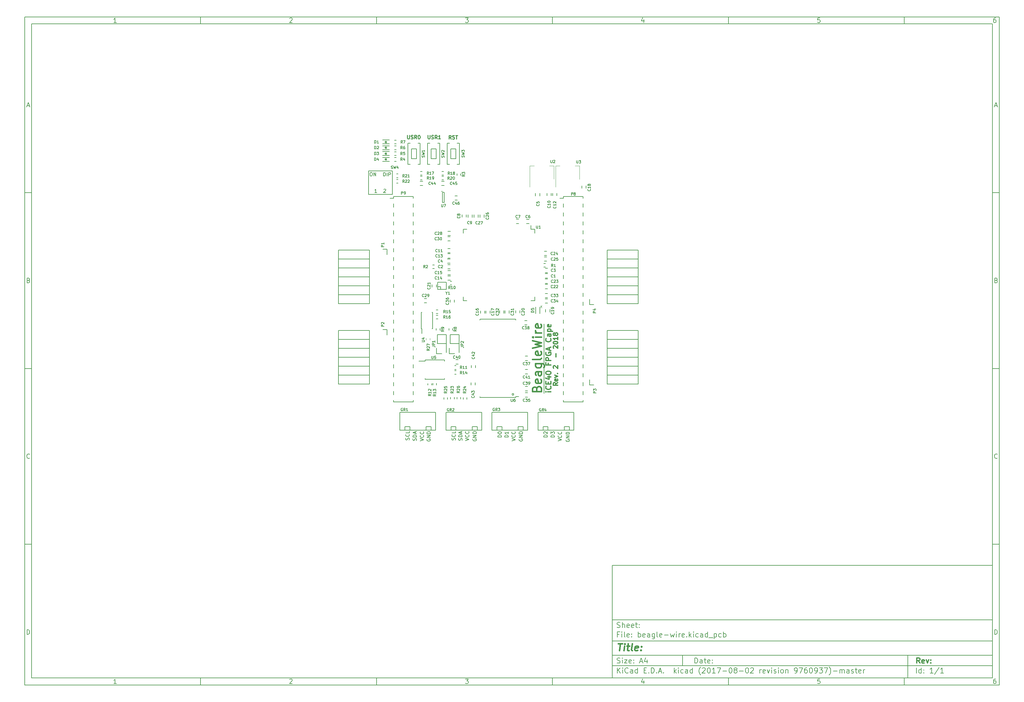
<source format=gbr>
G04 #@! TF.GenerationSoftware,KiCad,Pcbnew,(2017-08-02 revision 9760937)-master*
G04 #@! TF.CreationDate,2018-05-12T19:30:48-05:00*
G04 #@! TF.ProjectId,beagle-wire,626561676C652D776972652E6B696361,rev?*
G04 #@! TF.SameCoordinates,Original*
G04 #@! TF.FileFunction,Legend,Top*
G04 #@! TF.FilePolarity,Positive*
%FSLAX46Y46*%
G04 Gerber Fmt 4.6, Leading zero omitted, Abs format (unit mm)*
G04 Created by KiCad (PCBNEW (2017-08-02 revision 9760937)-master) date Sat May 12 19:30:48 2018*
%MOMM*%
%LPD*%
G01*
G04 APERTURE LIST*
%ADD10C,0.100000*%
%ADD11C,0.150000*%
%ADD12C,0.300000*%
%ADD13C,0.400000*%
%ADD14C,0.200000*%
%ADD15C,0.254000*%
%ADD16C,0.152400*%
%ADD17C,0.120000*%
G04 APERTURE END LIST*
D10*
D11*
X177002200Y-166007200D02*
X177002200Y-198007200D01*
X285002200Y-198007200D01*
X285002200Y-166007200D01*
X177002200Y-166007200D01*
D10*
D11*
X10000000Y-10000000D02*
X10000000Y-200007200D01*
X287002200Y-200007200D01*
X287002200Y-10000000D01*
X10000000Y-10000000D01*
D10*
D11*
X12000000Y-12000000D02*
X12000000Y-198007200D01*
X285002200Y-198007200D01*
X285002200Y-12000000D01*
X12000000Y-12000000D01*
D10*
D11*
X60000000Y-12000000D02*
X60000000Y-10000000D01*
D10*
D11*
X110000000Y-12000000D02*
X110000000Y-10000000D01*
D10*
D11*
X160000000Y-12000000D02*
X160000000Y-10000000D01*
D10*
D11*
X210000000Y-12000000D02*
X210000000Y-10000000D01*
D10*
D11*
X260000000Y-12000000D02*
X260000000Y-10000000D01*
D10*
D11*
X36065476Y-11588095D02*
X35322619Y-11588095D01*
X35694047Y-11588095D02*
X35694047Y-10288095D01*
X35570238Y-10473809D01*
X35446428Y-10597619D01*
X35322619Y-10659523D01*
D10*
D11*
X85322619Y-10411904D02*
X85384523Y-10350000D01*
X85508333Y-10288095D01*
X85817857Y-10288095D01*
X85941666Y-10350000D01*
X86003571Y-10411904D01*
X86065476Y-10535714D01*
X86065476Y-10659523D01*
X86003571Y-10845238D01*
X85260714Y-11588095D01*
X86065476Y-11588095D01*
D10*
D11*
X135260714Y-10288095D02*
X136065476Y-10288095D01*
X135632142Y-10783333D01*
X135817857Y-10783333D01*
X135941666Y-10845238D01*
X136003571Y-10907142D01*
X136065476Y-11030952D01*
X136065476Y-11340476D01*
X136003571Y-11464285D01*
X135941666Y-11526190D01*
X135817857Y-11588095D01*
X135446428Y-11588095D01*
X135322619Y-11526190D01*
X135260714Y-11464285D01*
D10*
D11*
X185941666Y-10721428D02*
X185941666Y-11588095D01*
X185632142Y-10226190D02*
X185322619Y-11154761D01*
X186127380Y-11154761D01*
D10*
D11*
X236003571Y-10288095D02*
X235384523Y-10288095D01*
X235322619Y-10907142D01*
X235384523Y-10845238D01*
X235508333Y-10783333D01*
X235817857Y-10783333D01*
X235941666Y-10845238D01*
X236003571Y-10907142D01*
X236065476Y-11030952D01*
X236065476Y-11340476D01*
X236003571Y-11464285D01*
X235941666Y-11526190D01*
X235817857Y-11588095D01*
X235508333Y-11588095D01*
X235384523Y-11526190D01*
X235322619Y-11464285D01*
D10*
D11*
X285941666Y-10288095D02*
X285694047Y-10288095D01*
X285570238Y-10350000D01*
X285508333Y-10411904D01*
X285384523Y-10597619D01*
X285322619Y-10845238D01*
X285322619Y-11340476D01*
X285384523Y-11464285D01*
X285446428Y-11526190D01*
X285570238Y-11588095D01*
X285817857Y-11588095D01*
X285941666Y-11526190D01*
X286003571Y-11464285D01*
X286065476Y-11340476D01*
X286065476Y-11030952D01*
X286003571Y-10907142D01*
X285941666Y-10845238D01*
X285817857Y-10783333D01*
X285570238Y-10783333D01*
X285446428Y-10845238D01*
X285384523Y-10907142D01*
X285322619Y-11030952D01*
D10*
D11*
X60000000Y-198007200D02*
X60000000Y-200007200D01*
D10*
D11*
X110000000Y-198007200D02*
X110000000Y-200007200D01*
D10*
D11*
X160000000Y-198007200D02*
X160000000Y-200007200D01*
D10*
D11*
X210000000Y-198007200D02*
X210000000Y-200007200D01*
D10*
D11*
X260000000Y-198007200D02*
X260000000Y-200007200D01*
D10*
D11*
X36065476Y-199595295D02*
X35322619Y-199595295D01*
X35694047Y-199595295D02*
X35694047Y-198295295D01*
X35570238Y-198481009D01*
X35446428Y-198604819D01*
X35322619Y-198666723D01*
D10*
D11*
X85322619Y-198419104D02*
X85384523Y-198357200D01*
X85508333Y-198295295D01*
X85817857Y-198295295D01*
X85941666Y-198357200D01*
X86003571Y-198419104D01*
X86065476Y-198542914D01*
X86065476Y-198666723D01*
X86003571Y-198852438D01*
X85260714Y-199595295D01*
X86065476Y-199595295D01*
D10*
D11*
X135260714Y-198295295D02*
X136065476Y-198295295D01*
X135632142Y-198790533D01*
X135817857Y-198790533D01*
X135941666Y-198852438D01*
X136003571Y-198914342D01*
X136065476Y-199038152D01*
X136065476Y-199347676D01*
X136003571Y-199471485D01*
X135941666Y-199533390D01*
X135817857Y-199595295D01*
X135446428Y-199595295D01*
X135322619Y-199533390D01*
X135260714Y-199471485D01*
D10*
D11*
X185941666Y-198728628D02*
X185941666Y-199595295D01*
X185632142Y-198233390D02*
X185322619Y-199161961D01*
X186127380Y-199161961D01*
D10*
D11*
X236003571Y-198295295D02*
X235384523Y-198295295D01*
X235322619Y-198914342D01*
X235384523Y-198852438D01*
X235508333Y-198790533D01*
X235817857Y-198790533D01*
X235941666Y-198852438D01*
X236003571Y-198914342D01*
X236065476Y-199038152D01*
X236065476Y-199347676D01*
X236003571Y-199471485D01*
X235941666Y-199533390D01*
X235817857Y-199595295D01*
X235508333Y-199595295D01*
X235384523Y-199533390D01*
X235322619Y-199471485D01*
D10*
D11*
X285941666Y-198295295D02*
X285694047Y-198295295D01*
X285570238Y-198357200D01*
X285508333Y-198419104D01*
X285384523Y-198604819D01*
X285322619Y-198852438D01*
X285322619Y-199347676D01*
X285384523Y-199471485D01*
X285446428Y-199533390D01*
X285570238Y-199595295D01*
X285817857Y-199595295D01*
X285941666Y-199533390D01*
X286003571Y-199471485D01*
X286065476Y-199347676D01*
X286065476Y-199038152D01*
X286003571Y-198914342D01*
X285941666Y-198852438D01*
X285817857Y-198790533D01*
X285570238Y-198790533D01*
X285446428Y-198852438D01*
X285384523Y-198914342D01*
X285322619Y-199038152D01*
D10*
D11*
X10000000Y-60000000D02*
X12000000Y-60000000D01*
D10*
D11*
X10000000Y-110000000D02*
X12000000Y-110000000D01*
D10*
D11*
X10000000Y-160000000D02*
X12000000Y-160000000D01*
D10*
D11*
X10690476Y-35216666D02*
X11309523Y-35216666D01*
X10566666Y-35588095D02*
X11000000Y-34288095D01*
X11433333Y-35588095D01*
D10*
D11*
X11092857Y-84907142D02*
X11278571Y-84969047D01*
X11340476Y-85030952D01*
X11402380Y-85154761D01*
X11402380Y-85340476D01*
X11340476Y-85464285D01*
X11278571Y-85526190D01*
X11154761Y-85588095D01*
X10659523Y-85588095D01*
X10659523Y-84288095D01*
X11092857Y-84288095D01*
X11216666Y-84350000D01*
X11278571Y-84411904D01*
X11340476Y-84535714D01*
X11340476Y-84659523D01*
X11278571Y-84783333D01*
X11216666Y-84845238D01*
X11092857Y-84907142D01*
X10659523Y-84907142D01*
D10*
D11*
X11402380Y-135464285D02*
X11340476Y-135526190D01*
X11154761Y-135588095D01*
X11030952Y-135588095D01*
X10845238Y-135526190D01*
X10721428Y-135402380D01*
X10659523Y-135278571D01*
X10597619Y-135030952D01*
X10597619Y-134845238D01*
X10659523Y-134597619D01*
X10721428Y-134473809D01*
X10845238Y-134350000D01*
X11030952Y-134288095D01*
X11154761Y-134288095D01*
X11340476Y-134350000D01*
X11402380Y-134411904D01*
D10*
D11*
X10659523Y-185588095D02*
X10659523Y-184288095D01*
X10969047Y-184288095D01*
X11154761Y-184350000D01*
X11278571Y-184473809D01*
X11340476Y-184597619D01*
X11402380Y-184845238D01*
X11402380Y-185030952D01*
X11340476Y-185278571D01*
X11278571Y-185402380D01*
X11154761Y-185526190D01*
X10969047Y-185588095D01*
X10659523Y-185588095D01*
D10*
D11*
X287002200Y-60000000D02*
X285002200Y-60000000D01*
D10*
D11*
X287002200Y-110000000D02*
X285002200Y-110000000D01*
D10*
D11*
X287002200Y-160000000D02*
X285002200Y-160000000D01*
D10*
D11*
X285692676Y-35216666D02*
X286311723Y-35216666D01*
X285568866Y-35588095D02*
X286002200Y-34288095D01*
X286435533Y-35588095D01*
D10*
D11*
X286095057Y-84907142D02*
X286280771Y-84969047D01*
X286342676Y-85030952D01*
X286404580Y-85154761D01*
X286404580Y-85340476D01*
X286342676Y-85464285D01*
X286280771Y-85526190D01*
X286156961Y-85588095D01*
X285661723Y-85588095D01*
X285661723Y-84288095D01*
X286095057Y-84288095D01*
X286218866Y-84350000D01*
X286280771Y-84411904D01*
X286342676Y-84535714D01*
X286342676Y-84659523D01*
X286280771Y-84783333D01*
X286218866Y-84845238D01*
X286095057Y-84907142D01*
X285661723Y-84907142D01*
D10*
D11*
X286404580Y-135464285D02*
X286342676Y-135526190D01*
X286156961Y-135588095D01*
X286033152Y-135588095D01*
X285847438Y-135526190D01*
X285723628Y-135402380D01*
X285661723Y-135278571D01*
X285599819Y-135030952D01*
X285599819Y-134845238D01*
X285661723Y-134597619D01*
X285723628Y-134473809D01*
X285847438Y-134350000D01*
X286033152Y-134288095D01*
X286156961Y-134288095D01*
X286342676Y-134350000D01*
X286404580Y-134411904D01*
D10*
D11*
X285661723Y-185588095D02*
X285661723Y-184288095D01*
X285971247Y-184288095D01*
X286156961Y-184350000D01*
X286280771Y-184473809D01*
X286342676Y-184597619D01*
X286404580Y-184845238D01*
X286404580Y-185030952D01*
X286342676Y-185278571D01*
X286280771Y-185402380D01*
X286156961Y-185526190D01*
X285971247Y-185588095D01*
X285661723Y-185588095D01*
D10*
D11*
X200434342Y-193785771D02*
X200434342Y-192285771D01*
X200791485Y-192285771D01*
X201005771Y-192357200D01*
X201148628Y-192500057D01*
X201220057Y-192642914D01*
X201291485Y-192928628D01*
X201291485Y-193142914D01*
X201220057Y-193428628D01*
X201148628Y-193571485D01*
X201005771Y-193714342D01*
X200791485Y-193785771D01*
X200434342Y-193785771D01*
X202577200Y-193785771D02*
X202577200Y-193000057D01*
X202505771Y-192857200D01*
X202362914Y-192785771D01*
X202077200Y-192785771D01*
X201934342Y-192857200D01*
X202577200Y-193714342D02*
X202434342Y-193785771D01*
X202077200Y-193785771D01*
X201934342Y-193714342D01*
X201862914Y-193571485D01*
X201862914Y-193428628D01*
X201934342Y-193285771D01*
X202077200Y-193214342D01*
X202434342Y-193214342D01*
X202577200Y-193142914D01*
X203077200Y-192785771D02*
X203648628Y-192785771D01*
X203291485Y-192285771D02*
X203291485Y-193571485D01*
X203362914Y-193714342D01*
X203505771Y-193785771D01*
X203648628Y-193785771D01*
X204720057Y-193714342D02*
X204577200Y-193785771D01*
X204291485Y-193785771D01*
X204148628Y-193714342D01*
X204077200Y-193571485D01*
X204077200Y-193000057D01*
X204148628Y-192857200D01*
X204291485Y-192785771D01*
X204577200Y-192785771D01*
X204720057Y-192857200D01*
X204791485Y-193000057D01*
X204791485Y-193142914D01*
X204077200Y-193285771D01*
X205434342Y-193642914D02*
X205505771Y-193714342D01*
X205434342Y-193785771D01*
X205362914Y-193714342D01*
X205434342Y-193642914D01*
X205434342Y-193785771D01*
X205434342Y-192857200D02*
X205505771Y-192928628D01*
X205434342Y-193000057D01*
X205362914Y-192928628D01*
X205434342Y-192857200D01*
X205434342Y-193000057D01*
D10*
D11*
X177002200Y-194507200D02*
X285002200Y-194507200D01*
D10*
D11*
X178434342Y-196585771D02*
X178434342Y-195085771D01*
X179291485Y-196585771D02*
X178648628Y-195728628D01*
X179291485Y-195085771D02*
X178434342Y-195942914D01*
X179934342Y-196585771D02*
X179934342Y-195585771D01*
X179934342Y-195085771D02*
X179862914Y-195157200D01*
X179934342Y-195228628D01*
X180005771Y-195157200D01*
X179934342Y-195085771D01*
X179934342Y-195228628D01*
X181505771Y-196442914D02*
X181434342Y-196514342D01*
X181220057Y-196585771D01*
X181077200Y-196585771D01*
X180862914Y-196514342D01*
X180720057Y-196371485D01*
X180648628Y-196228628D01*
X180577200Y-195942914D01*
X180577200Y-195728628D01*
X180648628Y-195442914D01*
X180720057Y-195300057D01*
X180862914Y-195157200D01*
X181077200Y-195085771D01*
X181220057Y-195085771D01*
X181434342Y-195157200D01*
X181505771Y-195228628D01*
X182791485Y-196585771D02*
X182791485Y-195800057D01*
X182720057Y-195657200D01*
X182577200Y-195585771D01*
X182291485Y-195585771D01*
X182148628Y-195657200D01*
X182791485Y-196514342D02*
X182648628Y-196585771D01*
X182291485Y-196585771D01*
X182148628Y-196514342D01*
X182077200Y-196371485D01*
X182077200Y-196228628D01*
X182148628Y-196085771D01*
X182291485Y-196014342D01*
X182648628Y-196014342D01*
X182791485Y-195942914D01*
X184148628Y-196585771D02*
X184148628Y-195085771D01*
X184148628Y-196514342D02*
X184005771Y-196585771D01*
X183720057Y-196585771D01*
X183577200Y-196514342D01*
X183505771Y-196442914D01*
X183434342Y-196300057D01*
X183434342Y-195871485D01*
X183505771Y-195728628D01*
X183577200Y-195657200D01*
X183720057Y-195585771D01*
X184005771Y-195585771D01*
X184148628Y-195657200D01*
X186005771Y-195800057D02*
X186505771Y-195800057D01*
X186720057Y-196585771D02*
X186005771Y-196585771D01*
X186005771Y-195085771D01*
X186720057Y-195085771D01*
X187362914Y-196442914D02*
X187434342Y-196514342D01*
X187362914Y-196585771D01*
X187291485Y-196514342D01*
X187362914Y-196442914D01*
X187362914Y-196585771D01*
X188077200Y-196585771D02*
X188077200Y-195085771D01*
X188434342Y-195085771D01*
X188648628Y-195157200D01*
X188791485Y-195300057D01*
X188862914Y-195442914D01*
X188934342Y-195728628D01*
X188934342Y-195942914D01*
X188862914Y-196228628D01*
X188791485Y-196371485D01*
X188648628Y-196514342D01*
X188434342Y-196585771D01*
X188077200Y-196585771D01*
X189577200Y-196442914D02*
X189648628Y-196514342D01*
X189577200Y-196585771D01*
X189505771Y-196514342D01*
X189577200Y-196442914D01*
X189577200Y-196585771D01*
X190220057Y-196157200D02*
X190934342Y-196157200D01*
X190077200Y-196585771D02*
X190577200Y-195085771D01*
X191077200Y-196585771D01*
X191577200Y-196442914D02*
X191648628Y-196514342D01*
X191577200Y-196585771D01*
X191505771Y-196514342D01*
X191577200Y-196442914D01*
X191577200Y-196585771D01*
X194577200Y-196585771D02*
X194577200Y-195085771D01*
X194720057Y-196014342D02*
X195148628Y-196585771D01*
X195148628Y-195585771D02*
X194577200Y-196157200D01*
X195791485Y-196585771D02*
X195791485Y-195585771D01*
X195791485Y-195085771D02*
X195720057Y-195157200D01*
X195791485Y-195228628D01*
X195862914Y-195157200D01*
X195791485Y-195085771D01*
X195791485Y-195228628D01*
X197148628Y-196514342D02*
X197005771Y-196585771D01*
X196720057Y-196585771D01*
X196577200Y-196514342D01*
X196505771Y-196442914D01*
X196434342Y-196300057D01*
X196434342Y-195871485D01*
X196505771Y-195728628D01*
X196577200Y-195657200D01*
X196720057Y-195585771D01*
X197005771Y-195585771D01*
X197148628Y-195657200D01*
X198434342Y-196585771D02*
X198434342Y-195800057D01*
X198362914Y-195657200D01*
X198220057Y-195585771D01*
X197934342Y-195585771D01*
X197791485Y-195657200D01*
X198434342Y-196514342D02*
X198291485Y-196585771D01*
X197934342Y-196585771D01*
X197791485Y-196514342D01*
X197720057Y-196371485D01*
X197720057Y-196228628D01*
X197791485Y-196085771D01*
X197934342Y-196014342D01*
X198291485Y-196014342D01*
X198434342Y-195942914D01*
X199791485Y-196585771D02*
X199791485Y-195085771D01*
X199791485Y-196514342D02*
X199648628Y-196585771D01*
X199362914Y-196585771D01*
X199220057Y-196514342D01*
X199148628Y-196442914D01*
X199077200Y-196300057D01*
X199077200Y-195871485D01*
X199148628Y-195728628D01*
X199220057Y-195657200D01*
X199362914Y-195585771D01*
X199648628Y-195585771D01*
X199791485Y-195657200D01*
X202077200Y-197157200D02*
X202005771Y-197085771D01*
X201862914Y-196871485D01*
X201791485Y-196728628D01*
X201720057Y-196514342D01*
X201648628Y-196157200D01*
X201648628Y-195871485D01*
X201720057Y-195514342D01*
X201791485Y-195300057D01*
X201862914Y-195157200D01*
X202005771Y-194942914D01*
X202077200Y-194871485D01*
X202577200Y-195228628D02*
X202648628Y-195157200D01*
X202791485Y-195085771D01*
X203148628Y-195085771D01*
X203291485Y-195157200D01*
X203362914Y-195228628D01*
X203434342Y-195371485D01*
X203434342Y-195514342D01*
X203362914Y-195728628D01*
X202505771Y-196585771D01*
X203434342Y-196585771D01*
X204362914Y-195085771D02*
X204505771Y-195085771D01*
X204648628Y-195157200D01*
X204720057Y-195228628D01*
X204791485Y-195371485D01*
X204862914Y-195657200D01*
X204862914Y-196014342D01*
X204791485Y-196300057D01*
X204720057Y-196442914D01*
X204648628Y-196514342D01*
X204505771Y-196585771D01*
X204362914Y-196585771D01*
X204220057Y-196514342D01*
X204148628Y-196442914D01*
X204077200Y-196300057D01*
X204005771Y-196014342D01*
X204005771Y-195657200D01*
X204077200Y-195371485D01*
X204148628Y-195228628D01*
X204220057Y-195157200D01*
X204362914Y-195085771D01*
X206291485Y-196585771D02*
X205434342Y-196585771D01*
X205862914Y-196585771D02*
X205862914Y-195085771D01*
X205720057Y-195300057D01*
X205577200Y-195442914D01*
X205434342Y-195514342D01*
X206791485Y-195085771D02*
X207791485Y-195085771D01*
X207148628Y-196585771D01*
X208362914Y-196014342D02*
X209505771Y-196014342D01*
X210505771Y-195085771D02*
X210648628Y-195085771D01*
X210791485Y-195157200D01*
X210862914Y-195228628D01*
X210934342Y-195371485D01*
X211005771Y-195657200D01*
X211005771Y-196014342D01*
X210934342Y-196300057D01*
X210862914Y-196442914D01*
X210791485Y-196514342D01*
X210648628Y-196585771D01*
X210505771Y-196585771D01*
X210362914Y-196514342D01*
X210291485Y-196442914D01*
X210220057Y-196300057D01*
X210148628Y-196014342D01*
X210148628Y-195657200D01*
X210220057Y-195371485D01*
X210291485Y-195228628D01*
X210362914Y-195157200D01*
X210505771Y-195085771D01*
X211862914Y-195728628D02*
X211720057Y-195657200D01*
X211648628Y-195585771D01*
X211577200Y-195442914D01*
X211577200Y-195371485D01*
X211648628Y-195228628D01*
X211720057Y-195157200D01*
X211862914Y-195085771D01*
X212148628Y-195085771D01*
X212291485Y-195157200D01*
X212362914Y-195228628D01*
X212434342Y-195371485D01*
X212434342Y-195442914D01*
X212362914Y-195585771D01*
X212291485Y-195657200D01*
X212148628Y-195728628D01*
X211862914Y-195728628D01*
X211720057Y-195800057D01*
X211648628Y-195871485D01*
X211577200Y-196014342D01*
X211577200Y-196300057D01*
X211648628Y-196442914D01*
X211720057Y-196514342D01*
X211862914Y-196585771D01*
X212148628Y-196585771D01*
X212291485Y-196514342D01*
X212362914Y-196442914D01*
X212434342Y-196300057D01*
X212434342Y-196014342D01*
X212362914Y-195871485D01*
X212291485Y-195800057D01*
X212148628Y-195728628D01*
X213077200Y-196014342D02*
X214220057Y-196014342D01*
X215220057Y-195085771D02*
X215362914Y-195085771D01*
X215505771Y-195157200D01*
X215577200Y-195228628D01*
X215648628Y-195371485D01*
X215720057Y-195657200D01*
X215720057Y-196014342D01*
X215648628Y-196300057D01*
X215577200Y-196442914D01*
X215505771Y-196514342D01*
X215362914Y-196585771D01*
X215220057Y-196585771D01*
X215077200Y-196514342D01*
X215005771Y-196442914D01*
X214934342Y-196300057D01*
X214862914Y-196014342D01*
X214862914Y-195657200D01*
X214934342Y-195371485D01*
X215005771Y-195228628D01*
X215077200Y-195157200D01*
X215220057Y-195085771D01*
X216291485Y-195228628D02*
X216362914Y-195157200D01*
X216505771Y-195085771D01*
X216862914Y-195085771D01*
X217005771Y-195157200D01*
X217077200Y-195228628D01*
X217148628Y-195371485D01*
X217148628Y-195514342D01*
X217077200Y-195728628D01*
X216220057Y-196585771D01*
X217148628Y-196585771D01*
X218934342Y-196585771D02*
X218934342Y-195585771D01*
X218934342Y-195871485D02*
X219005771Y-195728628D01*
X219077200Y-195657200D01*
X219220057Y-195585771D01*
X219362914Y-195585771D01*
X220434342Y-196514342D02*
X220291485Y-196585771D01*
X220005771Y-196585771D01*
X219862914Y-196514342D01*
X219791485Y-196371485D01*
X219791485Y-195800057D01*
X219862914Y-195657200D01*
X220005771Y-195585771D01*
X220291485Y-195585771D01*
X220434342Y-195657200D01*
X220505771Y-195800057D01*
X220505771Y-195942914D01*
X219791485Y-196085771D01*
X221005771Y-195585771D02*
X221362914Y-196585771D01*
X221720057Y-195585771D01*
X222291485Y-196585771D02*
X222291485Y-195585771D01*
X222291485Y-195085771D02*
X222220057Y-195157200D01*
X222291485Y-195228628D01*
X222362914Y-195157200D01*
X222291485Y-195085771D01*
X222291485Y-195228628D01*
X222934342Y-196514342D02*
X223077200Y-196585771D01*
X223362914Y-196585771D01*
X223505771Y-196514342D01*
X223577200Y-196371485D01*
X223577200Y-196300057D01*
X223505771Y-196157200D01*
X223362914Y-196085771D01*
X223148628Y-196085771D01*
X223005771Y-196014342D01*
X222934342Y-195871485D01*
X222934342Y-195800057D01*
X223005771Y-195657200D01*
X223148628Y-195585771D01*
X223362914Y-195585771D01*
X223505771Y-195657200D01*
X224220057Y-196585771D02*
X224220057Y-195585771D01*
X224220057Y-195085771D02*
X224148628Y-195157200D01*
X224220057Y-195228628D01*
X224291485Y-195157200D01*
X224220057Y-195085771D01*
X224220057Y-195228628D01*
X225148628Y-196585771D02*
X225005771Y-196514342D01*
X224934342Y-196442914D01*
X224862914Y-196300057D01*
X224862914Y-195871485D01*
X224934342Y-195728628D01*
X225005771Y-195657200D01*
X225148628Y-195585771D01*
X225362914Y-195585771D01*
X225505771Y-195657200D01*
X225577200Y-195728628D01*
X225648628Y-195871485D01*
X225648628Y-196300057D01*
X225577200Y-196442914D01*
X225505771Y-196514342D01*
X225362914Y-196585771D01*
X225148628Y-196585771D01*
X226291485Y-195585771D02*
X226291485Y-196585771D01*
X226291485Y-195728628D02*
X226362914Y-195657200D01*
X226505771Y-195585771D01*
X226720057Y-195585771D01*
X226862914Y-195657200D01*
X226934342Y-195800057D01*
X226934342Y-196585771D01*
X228862914Y-196585771D02*
X229148628Y-196585771D01*
X229291485Y-196514342D01*
X229362914Y-196442914D01*
X229505771Y-196228628D01*
X229577200Y-195942914D01*
X229577200Y-195371485D01*
X229505771Y-195228628D01*
X229434342Y-195157200D01*
X229291485Y-195085771D01*
X229005771Y-195085771D01*
X228862914Y-195157200D01*
X228791485Y-195228628D01*
X228720057Y-195371485D01*
X228720057Y-195728628D01*
X228791485Y-195871485D01*
X228862914Y-195942914D01*
X229005771Y-196014342D01*
X229291485Y-196014342D01*
X229434342Y-195942914D01*
X229505771Y-195871485D01*
X229577200Y-195728628D01*
X230077200Y-195085771D02*
X231077200Y-195085771D01*
X230434342Y-196585771D01*
X232291485Y-195085771D02*
X232005771Y-195085771D01*
X231862914Y-195157200D01*
X231791485Y-195228628D01*
X231648628Y-195442914D01*
X231577200Y-195728628D01*
X231577200Y-196300057D01*
X231648628Y-196442914D01*
X231720057Y-196514342D01*
X231862914Y-196585771D01*
X232148628Y-196585771D01*
X232291485Y-196514342D01*
X232362914Y-196442914D01*
X232434342Y-196300057D01*
X232434342Y-195942914D01*
X232362914Y-195800057D01*
X232291485Y-195728628D01*
X232148628Y-195657200D01*
X231862914Y-195657200D01*
X231720057Y-195728628D01*
X231648628Y-195800057D01*
X231577200Y-195942914D01*
X233362914Y-195085771D02*
X233505771Y-195085771D01*
X233648628Y-195157200D01*
X233720057Y-195228628D01*
X233791485Y-195371485D01*
X233862914Y-195657200D01*
X233862914Y-196014342D01*
X233791485Y-196300057D01*
X233720057Y-196442914D01*
X233648628Y-196514342D01*
X233505771Y-196585771D01*
X233362914Y-196585771D01*
X233220057Y-196514342D01*
X233148628Y-196442914D01*
X233077200Y-196300057D01*
X233005771Y-196014342D01*
X233005771Y-195657200D01*
X233077200Y-195371485D01*
X233148628Y-195228628D01*
X233220057Y-195157200D01*
X233362914Y-195085771D01*
X234577199Y-196585771D02*
X234862914Y-196585771D01*
X235005771Y-196514342D01*
X235077199Y-196442914D01*
X235220057Y-196228628D01*
X235291485Y-195942914D01*
X235291485Y-195371485D01*
X235220057Y-195228628D01*
X235148628Y-195157200D01*
X235005771Y-195085771D01*
X234720057Y-195085771D01*
X234577199Y-195157200D01*
X234505771Y-195228628D01*
X234434342Y-195371485D01*
X234434342Y-195728628D01*
X234505771Y-195871485D01*
X234577199Y-195942914D01*
X234720057Y-196014342D01*
X235005771Y-196014342D01*
X235148628Y-195942914D01*
X235220057Y-195871485D01*
X235291485Y-195728628D01*
X235791485Y-195085771D02*
X236720057Y-195085771D01*
X236220057Y-195657200D01*
X236434342Y-195657200D01*
X236577199Y-195728628D01*
X236648628Y-195800057D01*
X236720057Y-195942914D01*
X236720057Y-196300057D01*
X236648628Y-196442914D01*
X236577199Y-196514342D01*
X236434342Y-196585771D01*
X236005771Y-196585771D01*
X235862914Y-196514342D01*
X235791485Y-196442914D01*
X237220057Y-195085771D02*
X238220057Y-195085771D01*
X237577199Y-196585771D01*
X238648628Y-197157200D02*
X238720057Y-197085771D01*
X238862914Y-196871485D01*
X238934342Y-196728628D01*
X239005771Y-196514342D01*
X239077199Y-196157200D01*
X239077199Y-195871485D01*
X239005771Y-195514342D01*
X238934342Y-195300057D01*
X238862914Y-195157200D01*
X238720057Y-194942914D01*
X238648628Y-194871485D01*
X239791485Y-196014342D02*
X240934342Y-196014342D01*
X241648628Y-196585771D02*
X241648628Y-195585771D01*
X241648628Y-195728628D02*
X241720057Y-195657200D01*
X241862914Y-195585771D01*
X242077199Y-195585771D01*
X242220057Y-195657200D01*
X242291485Y-195800057D01*
X242291485Y-196585771D01*
X242291485Y-195800057D02*
X242362914Y-195657200D01*
X242505771Y-195585771D01*
X242720057Y-195585771D01*
X242862914Y-195657200D01*
X242934342Y-195800057D01*
X242934342Y-196585771D01*
X244291485Y-196585771D02*
X244291485Y-195800057D01*
X244220057Y-195657200D01*
X244077199Y-195585771D01*
X243791485Y-195585771D01*
X243648628Y-195657200D01*
X244291485Y-196514342D02*
X244148628Y-196585771D01*
X243791485Y-196585771D01*
X243648628Y-196514342D01*
X243577199Y-196371485D01*
X243577199Y-196228628D01*
X243648628Y-196085771D01*
X243791485Y-196014342D01*
X244148628Y-196014342D01*
X244291485Y-195942914D01*
X244934342Y-196514342D02*
X245077199Y-196585771D01*
X245362914Y-196585771D01*
X245505771Y-196514342D01*
X245577199Y-196371485D01*
X245577199Y-196300057D01*
X245505771Y-196157200D01*
X245362914Y-196085771D01*
X245148628Y-196085771D01*
X245005771Y-196014342D01*
X244934342Y-195871485D01*
X244934342Y-195800057D01*
X245005771Y-195657200D01*
X245148628Y-195585771D01*
X245362914Y-195585771D01*
X245505771Y-195657200D01*
X246005771Y-195585771D02*
X246577199Y-195585771D01*
X246220057Y-195085771D02*
X246220057Y-196371485D01*
X246291485Y-196514342D01*
X246434342Y-196585771D01*
X246577199Y-196585771D01*
X247648628Y-196514342D02*
X247505771Y-196585771D01*
X247220057Y-196585771D01*
X247077199Y-196514342D01*
X247005771Y-196371485D01*
X247005771Y-195800057D01*
X247077199Y-195657200D01*
X247220057Y-195585771D01*
X247505771Y-195585771D01*
X247648628Y-195657200D01*
X247720057Y-195800057D01*
X247720057Y-195942914D01*
X247005771Y-196085771D01*
X248362914Y-196585771D02*
X248362914Y-195585771D01*
X248362914Y-195871485D02*
X248434342Y-195728628D01*
X248505771Y-195657200D01*
X248648628Y-195585771D01*
X248791485Y-195585771D01*
D10*
D11*
X177002200Y-191507200D02*
X285002200Y-191507200D01*
D10*
D12*
X264411485Y-193785771D02*
X263911485Y-193071485D01*
X263554342Y-193785771D02*
X263554342Y-192285771D01*
X264125771Y-192285771D01*
X264268628Y-192357200D01*
X264340057Y-192428628D01*
X264411485Y-192571485D01*
X264411485Y-192785771D01*
X264340057Y-192928628D01*
X264268628Y-193000057D01*
X264125771Y-193071485D01*
X263554342Y-193071485D01*
X265625771Y-193714342D02*
X265482914Y-193785771D01*
X265197200Y-193785771D01*
X265054342Y-193714342D01*
X264982914Y-193571485D01*
X264982914Y-193000057D01*
X265054342Y-192857200D01*
X265197200Y-192785771D01*
X265482914Y-192785771D01*
X265625771Y-192857200D01*
X265697200Y-193000057D01*
X265697200Y-193142914D01*
X264982914Y-193285771D01*
X266197200Y-192785771D02*
X266554342Y-193785771D01*
X266911485Y-192785771D01*
X267482914Y-193642914D02*
X267554342Y-193714342D01*
X267482914Y-193785771D01*
X267411485Y-193714342D01*
X267482914Y-193642914D01*
X267482914Y-193785771D01*
X267482914Y-192857200D02*
X267554342Y-192928628D01*
X267482914Y-193000057D01*
X267411485Y-192928628D01*
X267482914Y-192857200D01*
X267482914Y-193000057D01*
D10*
D11*
X178362914Y-193714342D02*
X178577200Y-193785771D01*
X178934342Y-193785771D01*
X179077200Y-193714342D01*
X179148628Y-193642914D01*
X179220057Y-193500057D01*
X179220057Y-193357200D01*
X179148628Y-193214342D01*
X179077200Y-193142914D01*
X178934342Y-193071485D01*
X178648628Y-193000057D01*
X178505771Y-192928628D01*
X178434342Y-192857200D01*
X178362914Y-192714342D01*
X178362914Y-192571485D01*
X178434342Y-192428628D01*
X178505771Y-192357200D01*
X178648628Y-192285771D01*
X179005771Y-192285771D01*
X179220057Y-192357200D01*
X179862914Y-193785771D02*
X179862914Y-192785771D01*
X179862914Y-192285771D02*
X179791485Y-192357200D01*
X179862914Y-192428628D01*
X179934342Y-192357200D01*
X179862914Y-192285771D01*
X179862914Y-192428628D01*
X180434342Y-192785771D02*
X181220057Y-192785771D01*
X180434342Y-193785771D01*
X181220057Y-193785771D01*
X182362914Y-193714342D02*
X182220057Y-193785771D01*
X181934342Y-193785771D01*
X181791485Y-193714342D01*
X181720057Y-193571485D01*
X181720057Y-193000057D01*
X181791485Y-192857200D01*
X181934342Y-192785771D01*
X182220057Y-192785771D01*
X182362914Y-192857200D01*
X182434342Y-193000057D01*
X182434342Y-193142914D01*
X181720057Y-193285771D01*
X183077200Y-193642914D02*
X183148628Y-193714342D01*
X183077200Y-193785771D01*
X183005771Y-193714342D01*
X183077200Y-193642914D01*
X183077200Y-193785771D01*
X183077200Y-192857200D02*
X183148628Y-192928628D01*
X183077200Y-193000057D01*
X183005771Y-192928628D01*
X183077200Y-192857200D01*
X183077200Y-193000057D01*
X184862914Y-193357200D02*
X185577200Y-193357200D01*
X184720057Y-193785771D02*
X185220057Y-192285771D01*
X185720057Y-193785771D01*
X186862914Y-192785771D02*
X186862914Y-193785771D01*
X186505771Y-192214342D02*
X186148628Y-193285771D01*
X187077200Y-193285771D01*
D10*
D11*
X263434342Y-196585771D02*
X263434342Y-195085771D01*
X264791485Y-196585771D02*
X264791485Y-195085771D01*
X264791485Y-196514342D02*
X264648628Y-196585771D01*
X264362914Y-196585771D01*
X264220057Y-196514342D01*
X264148628Y-196442914D01*
X264077200Y-196300057D01*
X264077200Y-195871485D01*
X264148628Y-195728628D01*
X264220057Y-195657200D01*
X264362914Y-195585771D01*
X264648628Y-195585771D01*
X264791485Y-195657200D01*
X265505771Y-196442914D02*
X265577200Y-196514342D01*
X265505771Y-196585771D01*
X265434342Y-196514342D01*
X265505771Y-196442914D01*
X265505771Y-196585771D01*
X265505771Y-195657200D02*
X265577200Y-195728628D01*
X265505771Y-195800057D01*
X265434342Y-195728628D01*
X265505771Y-195657200D01*
X265505771Y-195800057D01*
X268148628Y-196585771D02*
X267291485Y-196585771D01*
X267720057Y-196585771D02*
X267720057Y-195085771D01*
X267577200Y-195300057D01*
X267434342Y-195442914D01*
X267291485Y-195514342D01*
X269862914Y-195014342D02*
X268577200Y-196942914D01*
X271148628Y-196585771D02*
X270291485Y-196585771D01*
X270720057Y-196585771D02*
X270720057Y-195085771D01*
X270577200Y-195300057D01*
X270434342Y-195442914D01*
X270291485Y-195514342D01*
D10*
D11*
X177002200Y-187507200D02*
X285002200Y-187507200D01*
D10*
D13*
X178714580Y-188211961D02*
X179857438Y-188211961D01*
X179036009Y-190211961D02*
X179286009Y-188211961D01*
X180274104Y-190211961D02*
X180440771Y-188878628D01*
X180524104Y-188211961D02*
X180416961Y-188307200D01*
X180500295Y-188402438D01*
X180607438Y-188307200D01*
X180524104Y-188211961D01*
X180500295Y-188402438D01*
X181107438Y-188878628D02*
X181869342Y-188878628D01*
X181476485Y-188211961D02*
X181262200Y-189926247D01*
X181333628Y-190116723D01*
X181512200Y-190211961D01*
X181702676Y-190211961D01*
X182655057Y-190211961D02*
X182476485Y-190116723D01*
X182405057Y-189926247D01*
X182619342Y-188211961D01*
X184190771Y-190116723D02*
X183988390Y-190211961D01*
X183607438Y-190211961D01*
X183428866Y-190116723D01*
X183357438Y-189926247D01*
X183452676Y-189164342D01*
X183571723Y-188973866D01*
X183774104Y-188878628D01*
X184155057Y-188878628D01*
X184333628Y-188973866D01*
X184405057Y-189164342D01*
X184381247Y-189354819D01*
X183405057Y-189545295D01*
X185155057Y-190021485D02*
X185238390Y-190116723D01*
X185131247Y-190211961D01*
X185047914Y-190116723D01*
X185155057Y-190021485D01*
X185131247Y-190211961D01*
X185286009Y-188973866D02*
X185369342Y-189069104D01*
X185262200Y-189164342D01*
X185178866Y-189069104D01*
X185286009Y-188973866D01*
X185262200Y-189164342D01*
D10*
D11*
X178934342Y-185600057D02*
X178434342Y-185600057D01*
X178434342Y-186385771D02*
X178434342Y-184885771D01*
X179148628Y-184885771D01*
X179720057Y-186385771D02*
X179720057Y-185385771D01*
X179720057Y-184885771D02*
X179648628Y-184957200D01*
X179720057Y-185028628D01*
X179791485Y-184957200D01*
X179720057Y-184885771D01*
X179720057Y-185028628D01*
X180648628Y-186385771D02*
X180505771Y-186314342D01*
X180434342Y-186171485D01*
X180434342Y-184885771D01*
X181791485Y-186314342D02*
X181648628Y-186385771D01*
X181362914Y-186385771D01*
X181220057Y-186314342D01*
X181148628Y-186171485D01*
X181148628Y-185600057D01*
X181220057Y-185457200D01*
X181362914Y-185385771D01*
X181648628Y-185385771D01*
X181791485Y-185457200D01*
X181862914Y-185600057D01*
X181862914Y-185742914D01*
X181148628Y-185885771D01*
X182505771Y-186242914D02*
X182577200Y-186314342D01*
X182505771Y-186385771D01*
X182434342Y-186314342D01*
X182505771Y-186242914D01*
X182505771Y-186385771D01*
X182505771Y-185457200D02*
X182577200Y-185528628D01*
X182505771Y-185600057D01*
X182434342Y-185528628D01*
X182505771Y-185457200D01*
X182505771Y-185600057D01*
X184362914Y-186385771D02*
X184362914Y-184885771D01*
X184362914Y-185457200D02*
X184505771Y-185385771D01*
X184791485Y-185385771D01*
X184934342Y-185457200D01*
X185005771Y-185528628D01*
X185077200Y-185671485D01*
X185077200Y-186100057D01*
X185005771Y-186242914D01*
X184934342Y-186314342D01*
X184791485Y-186385771D01*
X184505771Y-186385771D01*
X184362914Y-186314342D01*
X186291485Y-186314342D02*
X186148628Y-186385771D01*
X185862914Y-186385771D01*
X185720057Y-186314342D01*
X185648628Y-186171485D01*
X185648628Y-185600057D01*
X185720057Y-185457200D01*
X185862914Y-185385771D01*
X186148628Y-185385771D01*
X186291485Y-185457200D01*
X186362914Y-185600057D01*
X186362914Y-185742914D01*
X185648628Y-185885771D01*
X187648628Y-186385771D02*
X187648628Y-185600057D01*
X187577200Y-185457200D01*
X187434342Y-185385771D01*
X187148628Y-185385771D01*
X187005771Y-185457200D01*
X187648628Y-186314342D02*
X187505771Y-186385771D01*
X187148628Y-186385771D01*
X187005771Y-186314342D01*
X186934342Y-186171485D01*
X186934342Y-186028628D01*
X187005771Y-185885771D01*
X187148628Y-185814342D01*
X187505771Y-185814342D01*
X187648628Y-185742914D01*
X189005771Y-185385771D02*
X189005771Y-186600057D01*
X188934342Y-186742914D01*
X188862914Y-186814342D01*
X188720057Y-186885771D01*
X188505771Y-186885771D01*
X188362914Y-186814342D01*
X189005771Y-186314342D02*
X188862914Y-186385771D01*
X188577200Y-186385771D01*
X188434342Y-186314342D01*
X188362914Y-186242914D01*
X188291485Y-186100057D01*
X188291485Y-185671485D01*
X188362914Y-185528628D01*
X188434342Y-185457200D01*
X188577200Y-185385771D01*
X188862914Y-185385771D01*
X189005771Y-185457200D01*
X189934342Y-186385771D02*
X189791485Y-186314342D01*
X189720057Y-186171485D01*
X189720057Y-184885771D01*
X191077200Y-186314342D02*
X190934342Y-186385771D01*
X190648628Y-186385771D01*
X190505771Y-186314342D01*
X190434342Y-186171485D01*
X190434342Y-185600057D01*
X190505771Y-185457200D01*
X190648628Y-185385771D01*
X190934342Y-185385771D01*
X191077200Y-185457200D01*
X191148628Y-185600057D01*
X191148628Y-185742914D01*
X190434342Y-185885771D01*
X191791485Y-185814342D02*
X192934342Y-185814342D01*
X193505771Y-185385771D02*
X193791485Y-186385771D01*
X194077200Y-185671485D01*
X194362914Y-186385771D01*
X194648628Y-185385771D01*
X195220057Y-186385771D02*
X195220057Y-185385771D01*
X195220057Y-184885771D02*
X195148628Y-184957200D01*
X195220057Y-185028628D01*
X195291485Y-184957200D01*
X195220057Y-184885771D01*
X195220057Y-185028628D01*
X195934342Y-186385771D02*
X195934342Y-185385771D01*
X195934342Y-185671485D02*
X196005771Y-185528628D01*
X196077200Y-185457200D01*
X196220057Y-185385771D01*
X196362914Y-185385771D01*
X197434342Y-186314342D02*
X197291485Y-186385771D01*
X197005771Y-186385771D01*
X196862914Y-186314342D01*
X196791485Y-186171485D01*
X196791485Y-185600057D01*
X196862914Y-185457200D01*
X197005771Y-185385771D01*
X197291485Y-185385771D01*
X197434342Y-185457200D01*
X197505771Y-185600057D01*
X197505771Y-185742914D01*
X196791485Y-185885771D01*
X198148628Y-186242914D02*
X198220057Y-186314342D01*
X198148628Y-186385771D01*
X198077200Y-186314342D01*
X198148628Y-186242914D01*
X198148628Y-186385771D01*
X198862914Y-186385771D02*
X198862914Y-184885771D01*
X199005771Y-185814342D02*
X199434342Y-186385771D01*
X199434342Y-185385771D02*
X198862914Y-185957200D01*
X200077200Y-186385771D02*
X200077200Y-185385771D01*
X200077200Y-184885771D02*
X200005771Y-184957200D01*
X200077200Y-185028628D01*
X200148628Y-184957200D01*
X200077200Y-184885771D01*
X200077200Y-185028628D01*
X201434342Y-186314342D02*
X201291485Y-186385771D01*
X201005771Y-186385771D01*
X200862914Y-186314342D01*
X200791485Y-186242914D01*
X200720057Y-186100057D01*
X200720057Y-185671485D01*
X200791485Y-185528628D01*
X200862914Y-185457200D01*
X201005771Y-185385771D01*
X201291485Y-185385771D01*
X201434342Y-185457200D01*
X202720057Y-186385771D02*
X202720057Y-185600057D01*
X202648628Y-185457200D01*
X202505771Y-185385771D01*
X202220057Y-185385771D01*
X202077200Y-185457200D01*
X202720057Y-186314342D02*
X202577200Y-186385771D01*
X202220057Y-186385771D01*
X202077200Y-186314342D01*
X202005771Y-186171485D01*
X202005771Y-186028628D01*
X202077200Y-185885771D01*
X202220057Y-185814342D01*
X202577200Y-185814342D01*
X202720057Y-185742914D01*
X204077200Y-186385771D02*
X204077200Y-184885771D01*
X204077200Y-186314342D02*
X203934342Y-186385771D01*
X203648628Y-186385771D01*
X203505771Y-186314342D01*
X203434342Y-186242914D01*
X203362914Y-186100057D01*
X203362914Y-185671485D01*
X203434342Y-185528628D01*
X203505771Y-185457200D01*
X203648628Y-185385771D01*
X203934342Y-185385771D01*
X204077200Y-185457200D01*
X204434342Y-186528628D02*
X205577200Y-186528628D01*
X205934342Y-185385771D02*
X205934342Y-186885771D01*
X205934342Y-185457200D02*
X206077200Y-185385771D01*
X206362914Y-185385771D01*
X206505771Y-185457200D01*
X206577200Y-185528628D01*
X206648628Y-185671485D01*
X206648628Y-186100057D01*
X206577200Y-186242914D01*
X206505771Y-186314342D01*
X206362914Y-186385771D01*
X206077200Y-186385771D01*
X205934342Y-186314342D01*
X207934342Y-186314342D02*
X207791485Y-186385771D01*
X207505771Y-186385771D01*
X207362914Y-186314342D01*
X207291485Y-186242914D01*
X207220057Y-186100057D01*
X207220057Y-185671485D01*
X207291485Y-185528628D01*
X207362914Y-185457200D01*
X207505771Y-185385771D01*
X207791485Y-185385771D01*
X207934342Y-185457200D01*
X208577200Y-186385771D02*
X208577200Y-184885771D01*
X208577200Y-185457200D02*
X208720057Y-185385771D01*
X209005771Y-185385771D01*
X209148628Y-185457200D01*
X209220057Y-185528628D01*
X209291485Y-185671485D01*
X209291485Y-186100057D01*
X209220057Y-186242914D01*
X209148628Y-186314342D01*
X209005771Y-186385771D01*
X208720057Y-186385771D01*
X208577200Y-186314342D01*
D10*
D11*
X177002200Y-181507200D02*
X285002200Y-181507200D01*
D10*
D11*
X178362914Y-183614342D02*
X178577200Y-183685771D01*
X178934342Y-183685771D01*
X179077200Y-183614342D01*
X179148628Y-183542914D01*
X179220057Y-183400057D01*
X179220057Y-183257200D01*
X179148628Y-183114342D01*
X179077200Y-183042914D01*
X178934342Y-182971485D01*
X178648628Y-182900057D01*
X178505771Y-182828628D01*
X178434342Y-182757200D01*
X178362914Y-182614342D01*
X178362914Y-182471485D01*
X178434342Y-182328628D01*
X178505771Y-182257200D01*
X178648628Y-182185771D01*
X179005771Y-182185771D01*
X179220057Y-182257200D01*
X179862914Y-183685771D02*
X179862914Y-182185771D01*
X180505771Y-183685771D02*
X180505771Y-182900057D01*
X180434342Y-182757200D01*
X180291485Y-182685771D01*
X180077200Y-182685771D01*
X179934342Y-182757200D01*
X179862914Y-182828628D01*
X181791485Y-183614342D02*
X181648628Y-183685771D01*
X181362914Y-183685771D01*
X181220057Y-183614342D01*
X181148628Y-183471485D01*
X181148628Y-182900057D01*
X181220057Y-182757200D01*
X181362914Y-182685771D01*
X181648628Y-182685771D01*
X181791485Y-182757200D01*
X181862914Y-182900057D01*
X181862914Y-183042914D01*
X181148628Y-183185771D01*
X183077200Y-183614342D02*
X182934342Y-183685771D01*
X182648628Y-183685771D01*
X182505771Y-183614342D01*
X182434342Y-183471485D01*
X182434342Y-182900057D01*
X182505771Y-182757200D01*
X182648628Y-182685771D01*
X182934342Y-182685771D01*
X183077200Y-182757200D01*
X183148628Y-182900057D01*
X183148628Y-183042914D01*
X182434342Y-183185771D01*
X183577200Y-182685771D02*
X184148628Y-182685771D01*
X183791485Y-182185771D02*
X183791485Y-183471485D01*
X183862914Y-183614342D01*
X184005771Y-183685771D01*
X184148628Y-183685771D01*
X184648628Y-183542914D02*
X184720057Y-183614342D01*
X184648628Y-183685771D01*
X184577200Y-183614342D01*
X184648628Y-183542914D01*
X184648628Y-183685771D01*
X184648628Y-182757200D02*
X184720057Y-182828628D01*
X184648628Y-182900057D01*
X184577200Y-182828628D01*
X184648628Y-182757200D01*
X184648628Y-182900057D01*
D10*
D11*
X197002200Y-191507200D02*
X197002200Y-194507200D01*
D10*
D11*
X261002200Y-191507200D02*
X261002200Y-198007200D01*
D14*
X121302649Y-130461628D02*
X121350744Y-130317342D01*
X121350744Y-130076866D01*
X121302649Y-129980676D01*
X121254554Y-129932580D01*
X121158363Y-129884485D01*
X121062173Y-129884485D01*
X120965982Y-129932580D01*
X120917887Y-129980676D01*
X120869792Y-130076866D01*
X120821697Y-130269247D01*
X120773601Y-130365438D01*
X120725506Y-130413533D01*
X120629316Y-130461628D01*
X120533125Y-130461628D01*
X120436935Y-130413533D01*
X120388840Y-130365438D01*
X120340744Y-130269247D01*
X120340744Y-130028771D01*
X120388840Y-129884485D01*
X121350744Y-129451628D02*
X120340744Y-129451628D01*
X120340744Y-129211152D01*
X120388840Y-129066866D01*
X120485030Y-128970676D01*
X120581220Y-128922580D01*
X120773601Y-128874485D01*
X120917887Y-128874485D01*
X121110268Y-128922580D01*
X121206459Y-128970676D01*
X121302649Y-129066866D01*
X121350744Y-129211152D01*
X121350744Y-129451628D01*
X121062173Y-128489723D02*
X121062173Y-128008771D01*
X121350744Y-128585914D02*
X120340744Y-128249247D01*
X121350744Y-127912580D01*
X119260489Y-130315660D02*
X119308584Y-130171375D01*
X119308584Y-129930899D01*
X119260489Y-129834708D01*
X119212394Y-129786613D01*
X119116203Y-129738518D01*
X119020013Y-129738518D01*
X118923822Y-129786613D01*
X118875727Y-129834708D01*
X118827632Y-129930899D01*
X118779537Y-130123280D01*
X118731441Y-130219470D01*
X118683346Y-130267565D01*
X118587156Y-130315660D01*
X118490965Y-130315660D01*
X118394775Y-130267565D01*
X118346680Y-130219470D01*
X118298584Y-130123280D01*
X118298584Y-129882803D01*
X118346680Y-129738518D01*
X119212394Y-128728518D02*
X119260489Y-128776613D01*
X119308584Y-128920899D01*
X119308584Y-129017089D01*
X119260489Y-129161375D01*
X119164299Y-129257565D01*
X119068108Y-129305660D01*
X118875727Y-129353756D01*
X118731441Y-129353756D01*
X118539060Y-129305660D01*
X118442870Y-129257565D01*
X118346680Y-129161375D01*
X118298584Y-129017089D01*
X118298584Y-128920899D01*
X118346680Y-128776613D01*
X118394775Y-128728518D01*
X119308584Y-127814708D02*
X119308584Y-128295660D01*
X118298584Y-128295660D01*
X132366889Y-130356300D02*
X132414984Y-130212015D01*
X132414984Y-129971539D01*
X132366889Y-129875348D01*
X132318794Y-129827253D01*
X132222603Y-129779158D01*
X132126413Y-129779158D01*
X132030222Y-129827253D01*
X131982127Y-129875348D01*
X131934032Y-129971539D01*
X131885937Y-130163920D01*
X131837841Y-130260110D01*
X131789746Y-130308205D01*
X131693556Y-130356300D01*
X131597365Y-130356300D01*
X131501175Y-130308205D01*
X131453080Y-130260110D01*
X131404984Y-130163920D01*
X131404984Y-129923443D01*
X131453080Y-129779158D01*
X132318794Y-128769158D02*
X132366889Y-128817253D01*
X132414984Y-128961539D01*
X132414984Y-129057729D01*
X132366889Y-129202015D01*
X132270699Y-129298205D01*
X132174508Y-129346300D01*
X131982127Y-129394396D01*
X131837841Y-129394396D01*
X131645460Y-129346300D01*
X131549270Y-129298205D01*
X131453080Y-129202015D01*
X131404984Y-129057729D01*
X131404984Y-128961539D01*
X131453080Y-128817253D01*
X131501175Y-128769158D01*
X132414984Y-127855348D02*
X132414984Y-128336300D01*
X131404984Y-128336300D01*
X134297289Y-130420988D02*
X134345384Y-130276702D01*
X134345384Y-130036226D01*
X134297289Y-129940036D01*
X134249194Y-129891940D01*
X134153003Y-129843845D01*
X134056813Y-129843845D01*
X133960622Y-129891940D01*
X133912527Y-129940036D01*
X133864432Y-130036226D01*
X133816337Y-130228607D01*
X133768241Y-130324798D01*
X133720146Y-130372893D01*
X133623956Y-130420988D01*
X133527765Y-130420988D01*
X133431575Y-130372893D01*
X133383480Y-130324798D01*
X133335384Y-130228607D01*
X133335384Y-129988131D01*
X133383480Y-129843845D01*
X134345384Y-129410988D02*
X133335384Y-129410988D01*
X133335384Y-129170512D01*
X133383480Y-129026226D01*
X133479670Y-128930036D01*
X133575860Y-128881940D01*
X133768241Y-128833845D01*
X133912527Y-128833845D01*
X134104908Y-128881940D01*
X134201099Y-128930036D01*
X134297289Y-129026226D01*
X134345384Y-129170512D01*
X134345384Y-129410988D01*
X134056813Y-128449083D02*
X134056813Y-127968131D01*
X134345384Y-128545274D02*
X133335384Y-128208607D01*
X134345384Y-127871940D01*
X163873640Y-130207923D02*
X163825544Y-130304114D01*
X163825544Y-130448400D01*
X163873640Y-130592685D01*
X163969830Y-130688876D01*
X164066020Y-130736971D01*
X164258401Y-130785066D01*
X164402687Y-130785066D01*
X164595068Y-130736971D01*
X164691259Y-130688876D01*
X164787449Y-130592685D01*
X164835544Y-130448400D01*
X164835544Y-130352209D01*
X164787449Y-130207923D01*
X164739354Y-130159828D01*
X164402687Y-130159828D01*
X164402687Y-130352209D01*
X164835544Y-129726971D02*
X163825544Y-129726971D01*
X164835544Y-129149828D01*
X163825544Y-129149828D01*
X164835544Y-128668876D02*
X163825544Y-128668876D01*
X163825544Y-128428400D01*
X163873640Y-128284114D01*
X163969830Y-128187923D01*
X164066020Y-128139828D01*
X164258401Y-128091733D01*
X164402687Y-128091733D01*
X164595068Y-128139828D01*
X164691259Y-128187923D01*
X164787449Y-128284114D01*
X164835544Y-128428400D01*
X164835544Y-128668876D01*
X160553104Y-129492996D02*
X159543104Y-129492996D01*
X159543104Y-129252520D01*
X159591200Y-129108234D01*
X159687390Y-129012043D01*
X159783580Y-128963948D01*
X159975961Y-128915853D01*
X160120247Y-128915853D01*
X160312628Y-128963948D01*
X160408819Y-129012043D01*
X160505009Y-129108234D01*
X160553104Y-129252520D01*
X160553104Y-129492996D01*
X159543104Y-128579186D02*
X159543104Y-127953948D01*
X159927866Y-128290615D01*
X159927866Y-128146329D01*
X159975961Y-128050139D01*
X160024057Y-128002043D01*
X160120247Y-127953948D01*
X160360723Y-127953948D01*
X160456914Y-128002043D01*
X160505009Y-128050139D01*
X160553104Y-128146329D01*
X160553104Y-128434900D01*
X160505009Y-128531091D01*
X160456914Y-128579186D01*
X135260704Y-130490426D02*
X136270704Y-130153760D01*
X135260704Y-129817093D01*
X136174514Y-128903283D02*
X136222609Y-128951379D01*
X136270704Y-129095664D01*
X136270704Y-129191855D01*
X136222609Y-129336140D01*
X136126419Y-129432331D01*
X136030228Y-129480426D01*
X135837847Y-129528521D01*
X135693561Y-129528521D01*
X135501180Y-129480426D01*
X135404990Y-129432331D01*
X135308800Y-129336140D01*
X135260704Y-129191855D01*
X135260704Y-129095664D01*
X135308800Y-128951379D01*
X135356895Y-128903283D01*
X136174514Y-127893283D02*
X136222609Y-127941379D01*
X136270704Y-128085664D01*
X136270704Y-128181855D01*
X136222609Y-128326140D01*
X136126419Y-128422331D01*
X136030228Y-128470426D01*
X135837847Y-128518521D01*
X135693561Y-128518521D01*
X135501180Y-128470426D01*
X135404990Y-128422331D01*
X135308800Y-128326140D01*
X135260704Y-128181855D01*
X135260704Y-128085664D01*
X135308800Y-127941379D01*
X135356895Y-127893283D01*
X158536344Y-129487916D02*
X157526344Y-129487916D01*
X157526344Y-129247440D01*
X157574440Y-129103154D01*
X157670630Y-129006963D01*
X157766820Y-128958868D01*
X157959201Y-128910773D01*
X158103487Y-128910773D01*
X158295868Y-128958868D01*
X158392059Y-129006963D01*
X158488249Y-129103154D01*
X158536344Y-129247440D01*
X158536344Y-129487916D01*
X157622535Y-128526011D02*
X157574440Y-128477916D01*
X157526344Y-128381725D01*
X157526344Y-128141249D01*
X157574440Y-128045059D01*
X157622535Y-127996963D01*
X157718725Y-127948868D01*
X157814916Y-127948868D01*
X157959201Y-127996963D01*
X158536344Y-128574106D01*
X158536344Y-127948868D01*
X150569120Y-130050443D02*
X150521024Y-130146634D01*
X150521024Y-130290920D01*
X150569120Y-130435205D01*
X150665310Y-130531396D01*
X150761500Y-130579491D01*
X150953881Y-130627586D01*
X151098167Y-130627586D01*
X151290548Y-130579491D01*
X151386739Y-130531396D01*
X151482929Y-130435205D01*
X151531024Y-130290920D01*
X151531024Y-130194729D01*
X151482929Y-130050443D01*
X151434834Y-130002348D01*
X151098167Y-130002348D01*
X151098167Y-130194729D01*
X151531024Y-129569491D02*
X150521024Y-129569491D01*
X151531024Y-128992348D01*
X150521024Y-128992348D01*
X151531024Y-128511396D02*
X150521024Y-128511396D01*
X150521024Y-128270920D01*
X150569120Y-128126634D01*
X150665310Y-128030443D01*
X150761500Y-127982348D01*
X150953881Y-127934253D01*
X151098167Y-127934253D01*
X151290548Y-127982348D01*
X151386739Y-128030443D01*
X151482929Y-128126634D01*
X151531024Y-128270920D01*
X151531024Y-128511396D01*
X148417904Y-130551386D02*
X149427904Y-130214720D01*
X148417904Y-129878053D01*
X149331714Y-128964243D02*
X149379809Y-129012339D01*
X149427904Y-129156624D01*
X149427904Y-129252815D01*
X149379809Y-129397100D01*
X149283619Y-129493291D01*
X149187428Y-129541386D01*
X148995047Y-129589481D01*
X148850761Y-129589481D01*
X148658380Y-129541386D01*
X148562190Y-129493291D01*
X148466000Y-129397100D01*
X148417904Y-129252815D01*
X148417904Y-129156624D01*
X148466000Y-129012339D01*
X148514095Y-128964243D01*
X149331714Y-127954243D02*
X149379809Y-128002339D01*
X149427904Y-128146624D01*
X149427904Y-128242815D01*
X149379809Y-128387100D01*
X149283619Y-128483291D01*
X149187428Y-128531386D01*
X148995047Y-128579481D01*
X148850761Y-128579481D01*
X148658380Y-128531386D01*
X148562190Y-128483291D01*
X148466000Y-128387100D01*
X148417904Y-128242815D01*
X148417904Y-128146624D01*
X148466000Y-128002339D01*
X148514095Y-127954243D01*
X161600504Y-130607266D02*
X162610504Y-130270600D01*
X161600504Y-129933933D01*
X162514314Y-129020123D02*
X162562409Y-129068219D01*
X162610504Y-129212504D01*
X162610504Y-129308695D01*
X162562409Y-129452980D01*
X162466219Y-129549171D01*
X162370028Y-129597266D01*
X162177647Y-129645361D01*
X162033361Y-129645361D01*
X161840980Y-129597266D01*
X161744790Y-129549171D01*
X161648600Y-129452980D01*
X161600504Y-129308695D01*
X161600504Y-129212504D01*
X161648600Y-129068219D01*
X161696695Y-129020123D01*
X162514314Y-128010123D02*
X162562409Y-128058219D01*
X162610504Y-128202504D01*
X162610504Y-128298695D01*
X162562409Y-128442980D01*
X162466219Y-128539171D01*
X162370028Y-128587266D01*
X162177647Y-128635361D01*
X162033361Y-128635361D01*
X161840980Y-128587266D01*
X161744790Y-128539171D01*
X161648600Y-128442980D01*
X161600504Y-128298695D01*
X161600504Y-128202504D01*
X161648600Y-128058219D01*
X161696695Y-128010123D01*
X137437320Y-130019963D02*
X137389224Y-130116154D01*
X137389224Y-130260440D01*
X137437320Y-130404725D01*
X137533510Y-130500916D01*
X137629700Y-130549011D01*
X137822081Y-130597106D01*
X137966367Y-130597106D01*
X138158748Y-130549011D01*
X138254939Y-130500916D01*
X138351129Y-130404725D01*
X138399224Y-130260440D01*
X138399224Y-130164249D01*
X138351129Y-130019963D01*
X138303034Y-129971868D01*
X137966367Y-129971868D01*
X137966367Y-130164249D01*
X138399224Y-129539011D02*
X137389224Y-129539011D01*
X138399224Y-128961868D01*
X137389224Y-128961868D01*
X138399224Y-128480916D02*
X137389224Y-128480916D01*
X137389224Y-128240440D01*
X137437320Y-128096154D01*
X137533510Y-127999963D01*
X137629700Y-127951868D01*
X137822081Y-127903773D01*
X137966367Y-127903773D01*
X138158748Y-127951868D01*
X138254939Y-127999963D01*
X138351129Y-128096154D01*
X138399224Y-128240440D01*
X138399224Y-128480916D01*
X145511224Y-129498076D02*
X144501224Y-129498076D01*
X144501224Y-129257600D01*
X144549320Y-129113314D01*
X144645510Y-129017123D01*
X144741700Y-128969028D01*
X144934081Y-128920933D01*
X145078367Y-128920933D01*
X145270748Y-128969028D01*
X145366939Y-129017123D01*
X145463129Y-129113314D01*
X145511224Y-129257600D01*
X145511224Y-129498076D01*
X144501224Y-128295695D02*
X144501224Y-128199504D01*
X144549320Y-128103314D01*
X144597415Y-128055219D01*
X144693605Y-128007123D01*
X144885986Y-127959028D01*
X145126462Y-127959028D01*
X145318843Y-128007123D01*
X145415034Y-128055219D01*
X145463129Y-128103314D01*
X145511224Y-128199504D01*
X145511224Y-128295695D01*
X145463129Y-128391885D01*
X145415034Y-128439980D01*
X145318843Y-128488076D01*
X145126462Y-128536171D01*
X144885986Y-128536171D01*
X144693605Y-128488076D01*
X144597415Y-128439980D01*
X144549320Y-128391885D01*
X144501224Y-128295695D01*
X147416224Y-129508236D02*
X146406224Y-129508236D01*
X146406224Y-129267760D01*
X146454320Y-129123474D01*
X146550510Y-129027283D01*
X146646700Y-128979188D01*
X146839081Y-128931093D01*
X146983367Y-128931093D01*
X147175748Y-128979188D01*
X147271939Y-129027283D01*
X147368129Y-129123474D01*
X147416224Y-129267760D01*
X147416224Y-129508236D01*
X147416224Y-127969188D02*
X147416224Y-128546331D01*
X147416224Y-128257760D02*
X146406224Y-128257760D01*
X146550510Y-128353950D01*
X146646700Y-128450140D01*
X146694796Y-128546331D01*
X124361400Y-130065683D02*
X124313304Y-130161874D01*
X124313304Y-130306160D01*
X124361400Y-130450445D01*
X124457590Y-130546636D01*
X124553780Y-130594731D01*
X124746161Y-130642826D01*
X124890447Y-130642826D01*
X125082828Y-130594731D01*
X125179019Y-130546636D01*
X125275209Y-130450445D01*
X125323304Y-130306160D01*
X125323304Y-130209969D01*
X125275209Y-130065683D01*
X125227114Y-130017588D01*
X124890447Y-130017588D01*
X124890447Y-130209969D01*
X125323304Y-129584731D02*
X124313304Y-129584731D01*
X125323304Y-129007588D01*
X124313304Y-129007588D01*
X125323304Y-128526636D02*
X124313304Y-128526636D01*
X124313304Y-128286160D01*
X124361400Y-128141874D01*
X124457590Y-128045683D01*
X124553780Y-127997588D01*
X124746161Y-127949493D01*
X124890447Y-127949493D01*
X125082828Y-127997588D01*
X125179019Y-128045683D01*
X125275209Y-128141874D01*
X125323304Y-128286160D01*
X125323304Y-128526636D01*
X122398144Y-130581866D02*
X123408144Y-130245200D01*
X122398144Y-129908533D01*
X123311954Y-128994723D02*
X123360049Y-129042819D01*
X123408144Y-129187104D01*
X123408144Y-129283295D01*
X123360049Y-129427580D01*
X123263859Y-129523771D01*
X123167668Y-129571866D01*
X122975287Y-129619961D01*
X122831001Y-129619961D01*
X122638620Y-129571866D01*
X122542430Y-129523771D01*
X122446240Y-129427580D01*
X122398144Y-129283295D01*
X122398144Y-129187104D01*
X122446240Y-129042819D01*
X122494335Y-128994723D01*
X123311954Y-127984723D02*
X123360049Y-128032819D01*
X123408144Y-128177104D01*
X123408144Y-128273295D01*
X123360049Y-128417580D01*
X123263859Y-128513771D01*
X123167668Y-128561866D01*
X122975287Y-128609961D01*
X122831001Y-128609961D01*
X122638620Y-128561866D01*
X122542430Y-128513771D01*
X122446240Y-128417580D01*
X122398144Y-128273295D01*
X122398144Y-128177104D01*
X122446240Y-128032819D01*
X122494335Y-127984723D01*
D10*
X156636266Y-92747266D02*
X156636266Y-92047266D01*
X157036266Y-92747266D02*
X156736266Y-92347266D01*
X157036266Y-92047266D02*
X156636266Y-92447266D01*
D12*
X159573351Y-116594174D02*
X158573351Y-116594174D01*
X158073351Y-116594174D02*
X158144780Y-116665602D01*
X158216208Y-116594174D01*
X158144780Y-116522745D01*
X158073351Y-116594174D01*
X158216208Y-116594174D01*
X159430494Y-115022745D02*
X159501922Y-115094174D01*
X159573351Y-115308460D01*
X159573351Y-115451317D01*
X159501922Y-115665602D01*
X159359065Y-115808460D01*
X159216208Y-115879888D01*
X158930494Y-115951317D01*
X158716208Y-115951317D01*
X158430494Y-115879888D01*
X158287637Y-115808460D01*
X158144780Y-115665602D01*
X158073351Y-115451317D01*
X158073351Y-115308460D01*
X158144780Y-115094174D01*
X158216208Y-115022745D01*
X158787637Y-114379888D02*
X158787637Y-113879888D01*
X159573351Y-113665602D02*
X159573351Y-114379888D01*
X158073351Y-114379888D01*
X158073351Y-113665602D01*
X158573351Y-112379888D02*
X159573351Y-112379888D01*
X158001922Y-112737031D02*
X159073351Y-113094174D01*
X159073351Y-112165602D01*
X158073351Y-111308460D02*
X158073351Y-111165602D01*
X158144780Y-111022745D01*
X158216208Y-110951317D01*
X158359065Y-110879888D01*
X158644780Y-110808460D01*
X159001922Y-110808460D01*
X159287637Y-110879888D01*
X159430494Y-110951317D01*
X159501922Y-111022745D01*
X159573351Y-111165602D01*
X159573351Y-111308460D01*
X159501922Y-111451317D01*
X159430494Y-111522745D01*
X159287637Y-111594174D01*
X159001922Y-111665602D01*
X158644780Y-111665602D01*
X158359065Y-111594174D01*
X158216208Y-111522745D01*
X158144780Y-111451317D01*
X158073351Y-111308460D01*
X158787637Y-108522745D02*
X158787637Y-109022745D01*
X159573351Y-109022745D02*
X158073351Y-109022745D01*
X158073351Y-108308460D01*
X159573351Y-107737031D02*
X158073351Y-107737031D01*
X158073351Y-107165602D01*
X158144780Y-107022745D01*
X158216208Y-106951317D01*
X158359065Y-106879888D01*
X158573351Y-106879888D01*
X158716208Y-106951317D01*
X158787637Y-107022745D01*
X158859065Y-107165602D01*
X158859065Y-107737031D01*
X158144780Y-105451317D02*
X158073351Y-105594174D01*
X158073351Y-105808460D01*
X158144780Y-106022745D01*
X158287637Y-106165602D01*
X158430494Y-106237031D01*
X158716208Y-106308460D01*
X158930494Y-106308460D01*
X159216208Y-106237031D01*
X159359065Y-106165602D01*
X159501922Y-106022745D01*
X159573351Y-105808460D01*
X159573351Y-105665602D01*
X159501922Y-105451317D01*
X159430494Y-105379888D01*
X158930494Y-105379888D01*
X158930494Y-105665602D01*
X159144780Y-104808460D02*
X159144780Y-104094174D01*
X159573351Y-104951317D02*
X158073351Y-104451317D01*
X159573351Y-103951317D01*
X159430494Y-101451317D02*
X159501922Y-101522745D01*
X159573351Y-101737031D01*
X159573351Y-101879888D01*
X159501922Y-102094174D01*
X159359065Y-102237031D01*
X159216208Y-102308460D01*
X158930494Y-102379888D01*
X158716208Y-102379888D01*
X158430494Y-102308460D01*
X158287637Y-102237031D01*
X158144780Y-102094174D01*
X158073351Y-101879888D01*
X158073351Y-101737031D01*
X158144780Y-101522745D01*
X158216208Y-101451317D01*
X159573351Y-100165602D02*
X158787637Y-100165602D01*
X158644780Y-100237031D01*
X158573351Y-100379888D01*
X158573351Y-100665602D01*
X158644780Y-100808460D01*
X159501922Y-100165602D02*
X159573351Y-100308460D01*
X159573351Y-100665602D01*
X159501922Y-100808460D01*
X159359065Y-100879888D01*
X159216208Y-100879888D01*
X159073351Y-100808460D01*
X159001922Y-100665602D01*
X159001922Y-100308460D01*
X158930494Y-100165602D01*
X158573351Y-99451317D02*
X160073351Y-99451317D01*
X158644780Y-99451317D02*
X158573351Y-99308460D01*
X158573351Y-99022745D01*
X158644780Y-98879888D01*
X158716208Y-98808460D01*
X158859065Y-98737031D01*
X159287637Y-98737031D01*
X159430494Y-98808460D01*
X159501922Y-98879888D01*
X159573351Y-99022745D01*
X159573351Y-99308460D01*
X159501922Y-99451317D01*
X159501922Y-97522745D02*
X159573351Y-97665602D01*
X159573351Y-97951317D01*
X159501922Y-98094174D01*
X159359065Y-98165602D01*
X158787637Y-98165602D01*
X158644780Y-98094174D01*
X158573351Y-97951317D01*
X158573351Y-97665602D01*
X158644780Y-97522745D01*
X158787637Y-97451317D01*
X158930494Y-97451317D01*
X159073351Y-98165602D01*
D15*
X131168019Y-44701339D02*
X130829352Y-44217529D01*
X130587447Y-44701339D02*
X130587447Y-43685339D01*
X130974495Y-43685339D01*
X131071257Y-43733720D01*
X131119638Y-43782100D01*
X131168019Y-43878862D01*
X131168019Y-44024005D01*
X131119638Y-44120767D01*
X131071257Y-44169148D01*
X130974495Y-44217529D01*
X130587447Y-44217529D01*
X131555066Y-44652958D02*
X131700209Y-44701339D01*
X131942114Y-44701339D01*
X132038876Y-44652958D01*
X132087257Y-44604577D01*
X132135638Y-44507815D01*
X132135638Y-44411053D01*
X132087257Y-44314291D01*
X132038876Y-44265910D01*
X131942114Y-44217529D01*
X131748590Y-44169148D01*
X131651828Y-44120767D01*
X131603447Y-44072386D01*
X131555066Y-43975624D01*
X131555066Y-43878862D01*
X131603447Y-43782100D01*
X131651828Y-43733720D01*
X131748590Y-43685339D01*
X131990495Y-43685339D01*
X132135638Y-43733720D01*
X132425923Y-43685339D02*
X133006495Y-43685339D01*
X132716209Y-44701339D02*
X132716209Y-43685339D01*
X124578775Y-43665019D02*
X124578775Y-44487495D01*
X124627156Y-44584257D01*
X124675537Y-44632638D01*
X124772299Y-44681019D01*
X124965822Y-44681019D01*
X125062584Y-44632638D01*
X125110965Y-44584257D01*
X125159346Y-44487495D01*
X125159346Y-43665019D01*
X125594775Y-44632638D02*
X125739918Y-44681019D01*
X125981822Y-44681019D01*
X126078584Y-44632638D01*
X126126965Y-44584257D01*
X126175346Y-44487495D01*
X126175346Y-44390733D01*
X126126965Y-44293971D01*
X126078584Y-44245590D01*
X125981822Y-44197209D01*
X125788299Y-44148828D01*
X125691537Y-44100447D01*
X125643156Y-44052066D01*
X125594775Y-43955304D01*
X125594775Y-43858542D01*
X125643156Y-43761780D01*
X125691537Y-43713400D01*
X125788299Y-43665019D01*
X126030203Y-43665019D01*
X126175346Y-43713400D01*
X127191346Y-44681019D02*
X126852680Y-44197209D01*
X126610775Y-44681019D02*
X126610775Y-43665019D01*
X126997822Y-43665019D01*
X127094584Y-43713400D01*
X127142965Y-43761780D01*
X127191346Y-43858542D01*
X127191346Y-44003685D01*
X127142965Y-44100447D01*
X127094584Y-44148828D01*
X126997822Y-44197209D01*
X126610775Y-44197209D01*
X128158965Y-44681019D02*
X127578394Y-44681019D01*
X127868680Y-44681019D02*
X127868680Y-43665019D01*
X127771918Y-43810161D01*
X127675156Y-43906923D01*
X127578394Y-43955304D01*
X118757095Y-43639619D02*
X118757095Y-44462095D01*
X118805476Y-44558857D01*
X118853857Y-44607238D01*
X118950619Y-44655619D01*
X119144142Y-44655619D01*
X119240904Y-44607238D01*
X119289285Y-44558857D01*
X119337666Y-44462095D01*
X119337666Y-43639619D01*
X119773095Y-44607238D02*
X119918238Y-44655619D01*
X120160142Y-44655619D01*
X120256904Y-44607238D01*
X120305285Y-44558857D01*
X120353666Y-44462095D01*
X120353666Y-44365333D01*
X120305285Y-44268571D01*
X120256904Y-44220190D01*
X120160142Y-44171809D01*
X119966619Y-44123428D01*
X119869857Y-44075047D01*
X119821476Y-44026666D01*
X119773095Y-43929904D01*
X119773095Y-43833142D01*
X119821476Y-43736380D01*
X119869857Y-43688000D01*
X119966619Y-43639619D01*
X120208523Y-43639619D01*
X120353666Y-43688000D01*
X121369666Y-44655619D02*
X121031000Y-44171809D01*
X120789095Y-44655619D02*
X120789095Y-43639619D01*
X121176142Y-43639619D01*
X121272904Y-43688000D01*
X121321285Y-43736380D01*
X121369666Y-43833142D01*
X121369666Y-43978285D01*
X121321285Y-44075047D01*
X121272904Y-44123428D01*
X121176142Y-44171809D01*
X120789095Y-44171809D01*
X121998619Y-43639619D02*
X122095380Y-43639619D01*
X122192142Y-43688000D01*
X122240523Y-43736380D01*
X122288904Y-43833142D01*
X122337285Y-44026666D01*
X122337285Y-44268571D01*
X122288904Y-44462095D01*
X122240523Y-44558857D01*
X122192142Y-44607238D01*
X122095380Y-44655619D01*
X121998619Y-44655619D01*
X121901857Y-44607238D01*
X121853476Y-44558857D01*
X121805095Y-44462095D01*
X121756714Y-44268571D01*
X121756714Y-44026666D01*
X121805095Y-43833142D01*
X121853476Y-43736380D01*
X121901857Y-43688000D01*
X121998619Y-43639619D01*
D14*
X157638180Y-117075860D02*
X157638180Y-97305860D01*
D12*
X161488603Y-114020479D02*
X160883841Y-114443812D01*
X161488603Y-114746193D02*
X160218603Y-114746193D01*
X160218603Y-114262383D01*
X160279080Y-114141431D01*
X160339556Y-114080955D01*
X160460508Y-114020479D01*
X160641937Y-114020479D01*
X160762889Y-114080955D01*
X160823365Y-114141431D01*
X160883841Y-114262383D01*
X160883841Y-114746193D01*
X161428127Y-112992383D02*
X161488603Y-113113336D01*
X161488603Y-113355240D01*
X161428127Y-113476193D01*
X161307175Y-113536669D01*
X160823365Y-113536669D01*
X160702413Y-113476193D01*
X160641937Y-113355240D01*
X160641937Y-113113336D01*
X160702413Y-112992383D01*
X160823365Y-112931907D01*
X160944318Y-112931907D01*
X161065270Y-113536669D01*
X160641937Y-112508574D02*
X161488603Y-112206193D01*
X160641937Y-111903812D01*
X161367651Y-111420002D02*
X161428127Y-111359526D01*
X161488603Y-111420002D01*
X161428127Y-111480479D01*
X161367651Y-111420002D01*
X161488603Y-111420002D01*
X160339556Y-109908098D02*
X160279080Y-109847621D01*
X160218603Y-109726669D01*
X160218603Y-109424288D01*
X160279080Y-109303336D01*
X160339556Y-109242860D01*
X160460508Y-109182383D01*
X160581460Y-109182383D01*
X160762889Y-109242860D01*
X161488603Y-109968574D01*
X161488603Y-109182383D01*
X161004794Y-106702860D02*
X161004794Y-105735240D01*
X160339556Y-104223336D02*
X160279080Y-104162860D01*
X160218603Y-104041907D01*
X160218603Y-103739526D01*
X160279080Y-103618574D01*
X160339556Y-103558098D01*
X160460508Y-103497621D01*
X160581460Y-103497621D01*
X160762889Y-103558098D01*
X161488603Y-104283812D01*
X161488603Y-103497621D01*
X160218603Y-102711431D02*
X160218603Y-102590479D01*
X160279080Y-102469526D01*
X160339556Y-102409050D01*
X160460508Y-102348574D01*
X160702413Y-102288098D01*
X161004794Y-102288098D01*
X161246699Y-102348574D01*
X161367651Y-102409050D01*
X161428127Y-102469526D01*
X161488603Y-102590479D01*
X161488603Y-102711431D01*
X161428127Y-102832383D01*
X161367651Y-102892860D01*
X161246699Y-102953336D01*
X161004794Y-103013812D01*
X160702413Y-103013812D01*
X160460508Y-102953336D01*
X160339556Y-102892860D01*
X160279080Y-102832383D01*
X160218603Y-102711431D01*
X161488603Y-101078574D02*
X161488603Y-101804288D01*
X161488603Y-101441431D02*
X160218603Y-101441431D01*
X160400032Y-101562383D01*
X160520984Y-101683336D01*
X160581460Y-101804288D01*
X160762889Y-100352860D02*
X160702413Y-100473812D01*
X160641937Y-100534288D01*
X160520984Y-100594764D01*
X160460508Y-100594764D01*
X160339556Y-100534288D01*
X160279080Y-100473812D01*
X160218603Y-100352860D01*
X160218603Y-100110955D01*
X160279080Y-99990002D01*
X160339556Y-99929526D01*
X160460508Y-99869050D01*
X160520984Y-99869050D01*
X160641937Y-99929526D01*
X160702413Y-99990002D01*
X160762889Y-100110955D01*
X160762889Y-100352860D01*
X160823365Y-100473812D01*
X160883841Y-100534288D01*
X161004794Y-100594764D01*
X161246699Y-100594764D01*
X161367651Y-100534288D01*
X161428127Y-100473812D01*
X161488603Y-100352860D01*
X161488603Y-100110955D01*
X161428127Y-99990002D01*
X161367651Y-99929526D01*
X161246699Y-99869050D01*
X161004794Y-99869050D01*
X160883841Y-99929526D01*
X160823365Y-99990002D01*
X160762889Y-100110955D01*
D13*
X155515808Y-115706860D02*
X155634856Y-115349717D01*
X155753903Y-115230669D01*
X155991999Y-115111621D01*
X156349141Y-115111621D01*
X156587237Y-115230669D01*
X156706284Y-115349717D01*
X156825332Y-115587812D01*
X156825332Y-116540193D01*
X154325332Y-116540193D01*
X154325332Y-115706860D01*
X154444380Y-115468764D01*
X154563427Y-115349717D01*
X154801522Y-115230669D01*
X155039618Y-115230669D01*
X155277713Y-115349717D01*
X155396760Y-115468764D01*
X155515808Y-115706860D01*
X155515808Y-116540193D01*
X156706284Y-113087812D02*
X156825332Y-113325907D01*
X156825332Y-113802098D01*
X156706284Y-114040193D01*
X156468189Y-114159240D01*
X155515808Y-114159240D01*
X155277713Y-114040193D01*
X155158665Y-113802098D01*
X155158665Y-113325907D01*
X155277713Y-113087812D01*
X155515808Y-112968764D01*
X155753903Y-112968764D01*
X155991999Y-114159240D01*
X156825332Y-110825907D02*
X155515808Y-110825907D01*
X155277713Y-110944955D01*
X155158665Y-111183050D01*
X155158665Y-111659240D01*
X155277713Y-111897336D01*
X156706284Y-110825907D02*
X156825332Y-111064002D01*
X156825332Y-111659240D01*
X156706284Y-111897336D01*
X156468189Y-112016383D01*
X156230094Y-112016383D01*
X155991999Y-111897336D01*
X155872951Y-111659240D01*
X155872951Y-111064002D01*
X155753903Y-110825907D01*
X155158665Y-108564002D02*
X157182475Y-108564002D01*
X157420570Y-108683050D01*
X157539618Y-108802098D01*
X157658665Y-109040193D01*
X157658665Y-109397336D01*
X157539618Y-109635431D01*
X156706284Y-108564002D02*
X156825332Y-108802098D01*
X156825332Y-109278288D01*
X156706284Y-109516383D01*
X156587237Y-109635431D01*
X156349141Y-109754479D01*
X155634856Y-109754479D01*
X155396760Y-109635431D01*
X155277713Y-109516383D01*
X155158665Y-109278288D01*
X155158665Y-108802098D01*
X155277713Y-108564002D01*
X156825332Y-107016383D02*
X156706284Y-107254479D01*
X156468189Y-107373526D01*
X154325332Y-107373526D01*
X156706284Y-105111621D02*
X156825332Y-105349717D01*
X156825332Y-105825907D01*
X156706284Y-106064002D01*
X156468189Y-106183050D01*
X155515808Y-106183050D01*
X155277713Y-106064002D01*
X155158665Y-105825907D01*
X155158665Y-105349717D01*
X155277713Y-105111621D01*
X155515808Y-104992574D01*
X155753903Y-104992574D01*
X155991999Y-106183050D01*
X154325332Y-104159240D02*
X156825332Y-103564002D01*
X155039618Y-103087812D01*
X156825332Y-102611621D01*
X154325332Y-102016383D01*
X156825332Y-101064002D02*
X155158665Y-101064002D01*
X154325332Y-101064002D02*
X154444380Y-101183050D01*
X154563427Y-101064002D01*
X154444380Y-100944955D01*
X154325332Y-101064002D01*
X154563427Y-101064002D01*
X156825332Y-99873526D02*
X155158665Y-99873526D01*
X155634856Y-99873526D02*
X155396760Y-99754479D01*
X155277713Y-99635431D01*
X155158665Y-99397336D01*
X155158665Y-99159240D01*
X156706284Y-97373526D02*
X156825332Y-97611621D01*
X156825332Y-98087812D01*
X156706284Y-98325907D01*
X156468189Y-98444955D01*
X155515808Y-98444955D01*
X155277713Y-98325907D01*
X155158665Y-98087812D01*
X155158665Y-97611621D01*
X155277713Y-97373526D01*
X155515808Y-97254479D01*
X155753903Y-97254479D01*
X155991999Y-98444955D01*
D16*
X163106100Y-119024400D02*
X163106100Y-119532400D01*
X168694100Y-119024400D02*
X168694100Y-119532400D01*
X168694100Y-116484400D02*
X168694100Y-117500400D01*
X163106100Y-116484400D02*
X163106100Y-117500400D01*
X163106100Y-113944400D02*
X163106100Y-114960400D01*
X168694100Y-113944400D02*
X168694100Y-114960400D01*
X168694100Y-111404400D02*
X168694100Y-112420400D01*
X163106100Y-111404400D02*
X163106100Y-112420400D01*
X168694100Y-108864400D02*
X168694100Y-109880400D01*
X163106100Y-108864400D02*
X163106100Y-109880400D01*
X163106100Y-106324400D02*
X163106100Y-107340400D01*
X168694100Y-106324400D02*
X168694100Y-107340400D01*
X163106100Y-103784400D02*
X163106100Y-104800400D01*
X168694100Y-103784400D02*
X168694100Y-104800400D01*
X168694100Y-101244400D02*
X168694100Y-102260400D01*
X163106100Y-101244400D02*
X163106100Y-102260400D01*
X168694100Y-98704400D02*
X168694100Y-99720400D01*
X163106100Y-98704400D02*
X163106100Y-99720400D01*
X163106100Y-96164400D02*
X163106100Y-97180400D01*
X168694100Y-96164400D02*
X168694100Y-97180400D01*
X163106100Y-93624400D02*
X163106100Y-94640400D01*
X168694100Y-93624400D02*
X168694100Y-94640400D01*
X168694100Y-91084400D02*
X168694100Y-92100400D01*
X163106100Y-91084400D02*
X163106100Y-92100400D01*
X163106100Y-88544400D02*
X163106100Y-89560400D01*
X168694100Y-88544400D02*
X168694100Y-89560400D01*
X168694100Y-86004400D02*
X168694100Y-87020400D01*
X163106100Y-86004400D02*
X163106100Y-87020400D01*
X163106100Y-83464400D02*
X163106100Y-84480400D01*
X168694100Y-83464400D02*
X168694100Y-84480400D01*
X168694100Y-80924400D02*
X168694100Y-81940400D01*
X163106100Y-80924400D02*
X163106100Y-81940400D01*
X163106100Y-78384400D02*
X163106100Y-79400400D01*
X168694100Y-78384400D02*
X168694100Y-79400400D01*
X168694100Y-75844400D02*
X168694100Y-76860400D01*
X163106100Y-75844400D02*
X163106100Y-76860400D01*
X168694100Y-73304400D02*
X168694100Y-74320400D01*
X163106100Y-73304400D02*
X163106100Y-74320400D01*
X168694100Y-70764400D02*
X168694100Y-71780400D01*
X163106100Y-70764400D02*
X163106100Y-71780400D01*
X163106100Y-68224400D02*
X163106100Y-69240400D01*
X168694100Y-68224400D02*
X168694100Y-69240400D01*
X168694100Y-65684400D02*
X168694100Y-66700400D01*
X163106100Y-65684400D02*
X163106100Y-66700400D01*
X168694100Y-63144400D02*
X168694100Y-64160400D01*
X163106100Y-63144400D02*
X163106100Y-64160400D01*
X168694100Y-61112400D02*
X168694100Y-61620400D01*
X163106100Y-61112400D02*
X168694100Y-61112400D01*
X163106100Y-61620400D02*
X162090100Y-61620400D01*
D11*
X163106100Y-61112400D02*
X163106100Y-61620400D01*
X168694100Y-119532400D02*
X163106100Y-119532400D01*
X99177120Y-91567000D02*
X108007120Y-91567000D01*
X99177120Y-89027000D02*
X99177120Y-91567000D01*
X108007120Y-89027000D02*
X108007120Y-91567000D01*
X108007120Y-91567000D02*
X99177120Y-91567000D01*
X108007120Y-89027000D02*
X99177120Y-89027000D01*
X108007120Y-86487000D02*
X108007120Y-89027000D01*
X99177120Y-86487000D02*
X99177120Y-89027000D01*
X99177120Y-89027000D02*
X108007120Y-89027000D01*
X99177120Y-86487000D02*
X108007120Y-86487000D01*
X99177120Y-83947000D02*
X99177120Y-86487000D01*
X108007120Y-83947000D02*
X108007120Y-86487000D01*
X108007120Y-86487000D02*
X99177120Y-86487000D01*
X108007120Y-83947000D02*
X99177120Y-83947000D01*
X108007120Y-81407000D02*
X108007120Y-83947000D01*
X99177120Y-81407000D02*
X99177120Y-83947000D01*
X99177120Y-83947000D02*
X108007120Y-83947000D01*
X99177120Y-81407000D02*
X108007120Y-81407000D01*
X99177120Y-78867000D02*
X99177120Y-81407000D01*
X108007120Y-78867000D02*
X108007120Y-81407000D01*
X108007120Y-81407000D02*
X99177120Y-81407000D01*
X108007120Y-78867000D02*
X99177120Y-78867000D01*
X108007120Y-76327000D02*
X108007120Y-78867000D01*
X112967120Y-77597000D02*
X112967120Y-76047000D01*
X112967120Y-76047000D02*
X111817120Y-76047000D01*
X108007120Y-76327000D02*
X99177120Y-76327000D01*
X99177120Y-76327000D02*
X99177120Y-78867000D01*
X99177120Y-78867000D02*
X108007120Y-78867000D01*
D16*
X114846100Y-119024400D02*
X114846100Y-119532400D01*
X120434100Y-119024400D02*
X120434100Y-119532400D01*
X120434100Y-116484400D02*
X120434100Y-117500400D01*
X114846100Y-116484400D02*
X114846100Y-117500400D01*
X114846100Y-113944400D02*
X114846100Y-114960400D01*
X120434100Y-113944400D02*
X120434100Y-114960400D01*
X120434100Y-111404400D02*
X120434100Y-112420400D01*
X114846100Y-111404400D02*
X114846100Y-112420400D01*
X120434100Y-108864400D02*
X120434100Y-109880400D01*
X114846100Y-108864400D02*
X114846100Y-109880400D01*
X114846100Y-106324400D02*
X114846100Y-107340400D01*
X120434100Y-106324400D02*
X120434100Y-107340400D01*
X114846100Y-103784400D02*
X114846100Y-104800400D01*
X120434100Y-103784400D02*
X120434100Y-104800400D01*
X120434100Y-101244400D02*
X120434100Y-102260400D01*
X114846100Y-101244400D02*
X114846100Y-102260400D01*
X120434100Y-98704400D02*
X120434100Y-99720400D01*
X114846100Y-98704400D02*
X114846100Y-99720400D01*
X114846100Y-96164400D02*
X114846100Y-97180400D01*
X120434100Y-96164400D02*
X120434100Y-97180400D01*
X114846100Y-93624400D02*
X114846100Y-94640400D01*
X120434100Y-93624400D02*
X120434100Y-94640400D01*
X120434100Y-91084400D02*
X120434100Y-92100400D01*
X114846100Y-91084400D02*
X114846100Y-92100400D01*
X114846100Y-88544400D02*
X114846100Y-89560400D01*
X120434100Y-88544400D02*
X120434100Y-89560400D01*
X120434100Y-86004400D02*
X120434100Y-87020400D01*
X114846100Y-86004400D02*
X114846100Y-87020400D01*
X114846100Y-83464400D02*
X114846100Y-84480400D01*
X120434100Y-83464400D02*
X120434100Y-84480400D01*
X120434100Y-80924400D02*
X120434100Y-81940400D01*
X114846100Y-80924400D02*
X114846100Y-81940400D01*
X114846100Y-78384400D02*
X114846100Y-79400400D01*
X120434100Y-78384400D02*
X120434100Y-79400400D01*
X120434100Y-75844400D02*
X120434100Y-76860400D01*
X114846100Y-75844400D02*
X114846100Y-76860400D01*
X120434100Y-73304400D02*
X120434100Y-74320400D01*
X114846100Y-73304400D02*
X114846100Y-74320400D01*
X120434100Y-70764400D02*
X120434100Y-71780400D01*
X114846100Y-70764400D02*
X114846100Y-71780400D01*
X114846100Y-68224400D02*
X114846100Y-69240400D01*
X120434100Y-68224400D02*
X120434100Y-69240400D01*
X120434100Y-65684400D02*
X120434100Y-66700400D01*
X114846100Y-65684400D02*
X114846100Y-66700400D01*
X120434100Y-63144400D02*
X120434100Y-64160400D01*
X114846100Y-63144400D02*
X114846100Y-64160400D01*
X120434100Y-61112400D02*
X120434100Y-61620400D01*
X114846100Y-61112400D02*
X120434100Y-61112400D01*
X114846100Y-61620400D02*
X113830100Y-61620400D01*
D11*
X114846100Y-61112400D02*
X114846100Y-61620400D01*
X120434100Y-119532400D02*
X114846100Y-119532400D01*
X184358820Y-99187000D02*
X175528820Y-99187000D01*
X184358820Y-101727000D02*
X184358820Y-99187000D01*
X175528820Y-101727000D02*
X175528820Y-99187000D01*
X175528820Y-99187000D02*
X184358820Y-99187000D01*
X175528820Y-101727000D02*
X184358820Y-101727000D01*
X175528820Y-104267000D02*
X175528820Y-101727000D01*
X184358820Y-104267000D02*
X184358820Y-101727000D01*
X184358820Y-101727000D02*
X175528820Y-101727000D01*
X184358820Y-104267000D02*
X175528820Y-104267000D01*
X184358820Y-106807000D02*
X184358820Y-104267000D01*
X175528820Y-106807000D02*
X175528820Y-104267000D01*
X175528820Y-104267000D02*
X184358820Y-104267000D01*
X175528820Y-106807000D02*
X184358820Y-106807000D01*
X175528820Y-109347000D02*
X175528820Y-106807000D01*
X184358820Y-109347000D02*
X184358820Y-106807000D01*
X184358820Y-106807000D02*
X175528820Y-106807000D01*
X184358820Y-109347000D02*
X175528820Y-109347000D01*
X184358820Y-111887000D02*
X184358820Y-109347000D01*
X175528820Y-111887000D02*
X175528820Y-109347000D01*
X175528820Y-109347000D02*
X184358820Y-109347000D01*
X175528820Y-111887000D02*
X184358820Y-111887000D01*
X175528820Y-114427000D02*
X175528820Y-111887000D01*
X170568820Y-113157000D02*
X170568820Y-114707000D01*
X170568820Y-114707000D02*
X171718820Y-114707000D01*
X175528820Y-114427000D02*
X184358820Y-114427000D01*
X184358820Y-114427000D02*
X184358820Y-111887000D01*
X184358820Y-111887000D02*
X175528820Y-111887000D01*
X154983000Y-70370000D02*
X153908000Y-70370000D01*
X154983000Y-90720000D02*
X153908000Y-90720000D01*
X134633000Y-90720000D02*
X135708000Y-90720000D01*
X134633000Y-70370000D02*
X135708000Y-70370000D01*
X154983000Y-70370000D02*
X154983000Y-71445000D01*
X134633000Y-70370000D02*
X134633000Y-71445000D01*
X134633000Y-90720000D02*
X134633000Y-89645000D01*
X154983000Y-90720000D02*
X154983000Y-89645000D01*
X153908000Y-70370000D02*
X153908000Y-69270000D01*
X149573200Y-95990560D02*
X149573200Y-96190560D01*
X139413200Y-95990560D02*
X139413200Y-96190560D01*
X148993200Y-117340560D02*
G75*
G03X148993200Y-117340560I-250000J0D01*
G01*
X149573200Y-117990560D02*
X150393200Y-117990560D01*
X149573200Y-118190560D02*
X149573200Y-117990560D01*
X139413200Y-118190560D02*
X139413200Y-117990560D01*
X139413200Y-95980560D02*
X149573200Y-95980560D01*
X149573200Y-118200560D02*
X139413200Y-118200560D01*
X130890000Y-91130000D02*
X130890000Y-90430000D01*
X132090000Y-90430000D02*
X132090000Y-91130000D01*
X133242200Y-108705400D02*
X132542200Y-108705400D01*
X132542200Y-107505400D02*
X133242200Y-107505400D01*
X156370000Y-60180000D02*
X156370000Y-60880000D01*
X155170000Y-60880000D02*
X155170000Y-60180000D01*
X159640000Y-60120000D02*
X159640000Y-60820000D01*
X158440000Y-60820000D02*
X158440000Y-60120000D01*
X161240000Y-60120000D02*
X161240000Y-60820000D01*
X160040000Y-60820000D02*
X160040000Y-60120000D01*
X168350000Y-58690000D02*
X168350000Y-57990000D01*
X169550000Y-57990000D02*
X169550000Y-58690000D01*
X127001000Y-86115000D02*
X127001000Y-86815000D01*
X125801000Y-86815000D02*
X125801000Y-86115000D01*
X158608000Y-84230000D02*
X157908000Y-84230000D01*
X157908000Y-83030000D02*
X158608000Y-83030000D01*
X130910000Y-81670000D02*
X130210000Y-81670000D01*
X130210000Y-80470000D02*
X130910000Y-80470000D01*
X158620000Y-82706000D02*
X157920000Y-82706000D01*
X157920000Y-81506000D02*
X158620000Y-81506000D01*
X130900000Y-80080000D02*
X130200000Y-80080000D01*
X130200000Y-78880000D02*
X130900000Y-78880000D01*
X152640000Y-67550000D02*
X153340000Y-67550000D01*
X153340000Y-68750000D02*
X152640000Y-68750000D01*
X150390000Y-68740000D02*
X149690000Y-68740000D01*
X149690000Y-67540000D02*
X150390000Y-67540000D01*
X134300000Y-66950000D02*
X134300000Y-66250000D01*
X135500000Y-66250000D02*
X135500000Y-66950000D01*
X136010000Y-66960000D02*
X136010000Y-66260000D01*
X137210000Y-66260000D02*
X137210000Y-66960000D01*
X130920000Y-77100000D02*
X130220000Y-77100000D01*
X130220000Y-75900000D02*
X130920000Y-75900000D01*
X130920000Y-78560000D02*
X130220000Y-78560000D01*
X130220000Y-77360000D02*
X130920000Y-77360000D01*
X130986000Y-84856000D02*
X130286000Y-84856000D01*
X130286000Y-83656000D02*
X130986000Y-83656000D01*
X130986000Y-83332000D02*
X130286000Y-83332000D01*
X130286000Y-82132000D02*
X130986000Y-82132000D01*
X140750000Y-93550000D02*
X140750000Y-94250000D01*
X139550000Y-94250000D02*
X139550000Y-93550000D01*
X142290000Y-93550000D02*
X142290000Y-94250000D01*
X141090000Y-94250000D02*
X141090000Y-93550000D01*
X158048400Y-93885500D02*
X158048400Y-93185500D01*
X159248400Y-93185500D02*
X159248400Y-93885500D01*
X150742000Y-93518000D02*
X150742000Y-94218000D01*
X149542000Y-94218000D02*
X149542000Y-93518000D01*
X157908000Y-86078000D02*
X158608000Y-86078000D01*
X158608000Y-87278000D02*
X157908000Y-87278000D01*
X157908000Y-84554000D02*
X158608000Y-84554000D01*
X158608000Y-85754000D02*
X157908000Y-85754000D01*
X157700000Y-76660000D02*
X158400000Y-76660000D01*
X158400000Y-77860000D02*
X157700000Y-77860000D01*
X157700000Y-78270000D02*
X158400000Y-78270000D01*
X158400000Y-79470000D02*
X157700000Y-79470000D01*
X139404800Y-66970000D02*
X139404800Y-66270000D01*
X140604800Y-66270000D02*
X140604800Y-66970000D01*
X137710000Y-66960000D02*
X137710000Y-66260000D01*
X138910000Y-66260000D02*
X138910000Y-66960000D01*
X130970000Y-72200000D02*
X130270000Y-72200000D01*
X130270000Y-71000000D02*
X130970000Y-71000000D01*
X130960000Y-73710000D02*
X130260000Y-73710000D01*
X130260000Y-72510000D02*
X130960000Y-72510000D01*
X147694000Y-93530000D02*
X147694000Y-94230000D01*
X146494000Y-94230000D02*
X146494000Y-93530000D01*
X146170000Y-93530000D02*
X146170000Y-94230000D01*
X144970000Y-94230000D02*
X144970000Y-93530000D01*
X157940000Y-88642000D02*
X158640000Y-88642000D01*
X158640000Y-89842000D02*
X157940000Y-89842000D01*
X157940000Y-90166000D02*
X158640000Y-90166000D01*
X158640000Y-91366000D02*
X157940000Y-91366000D01*
X152259200Y-116904560D02*
X152959200Y-116904560D01*
X152959200Y-118104560D02*
X152259200Y-118104560D01*
X152259200Y-106490560D02*
X152959200Y-106490560D01*
X152959200Y-107690560D02*
X152259200Y-107690560D01*
X152080000Y-96360000D02*
X152780000Y-96360000D01*
X152780000Y-97560000D02*
X152080000Y-97560000D01*
X152259200Y-115126560D02*
X152959200Y-115126560D01*
X152959200Y-116326560D02*
X152259200Y-116326560D01*
X152259200Y-110300560D02*
X152959200Y-110300560D01*
X152959200Y-111500560D02*
X152259200Y-111500560D01*
X138100000Y-109090000D02*
X138100000Y-109790000D01*
X136900000Y-109790000D02*
X136900000Y-109090000D01*
X138030000Y-113970000D02*
X138030000Y-114670000D01*
X136830000Y-114670000D02*
X136830000Y-113970000D01*
X116150200Y-54669200D02*
X115650200Y-54669200D01*
X115650200Y-55719200D02*
X116150200Y-55719200D01*
X116150200Y-56244000D02*
X115650200Y-56244000D01*
X115650200Y-57294000D02*
X116150200Y-57294000D01*
X115073700Y-51041400D02*
X115573700Y-51041400D01*
X115573700Y-49991400D02*
X115073700Y-49991400D01*
X115073700Y-49390400D02*
X115573700Y-49390400D01*
X115573700Y-48340400D02*
X115073700Y-48340400D01*
X115073700Y-47739400D02*
X115573700Y-47739400D01*
X115573700Y-46689400D02*
X115073700Y-46689400D01*
X115124500Y-46088400D02*
X115624500Y-46088400D01*
X115624500Y-45038400D02*
X115124500Y-45038400D01*
X130890000Y-86235000D02*
X131390000Y-86235000D01*
X131390000Y-85185000D02*
X130890000Y-85185000D01*
X157530000Y-81155000D02*
X158030000Y-81155000D01*
X158030000Y-80105000D02*
X157530000Y-80105000D01*
X126450000Y-80545000D02*
X125950000Y-80545000D01*
X125950000Y-81595000D02*
X126450000Y-81595000D01*
D17*
X160380000Y-52340000D02*
X159120000Y-52340000D01*
X153560000Y-52340000D02*
X154820000Y-52340000D01*
X160380000Y-56100000D02*
X160380000Y-52340000D01*
X153560000Y-58350000D02*
X153560000Y-52340000D01*
D11*
X123825200Y-107552400D02*
X123825200Y-107852400D01*
X129325200Y-107552400D02*
X129325200Y-107852400D01*
X129325200Y-113062400D02*
X129325200Y-112762400D01*
X123825200Y-113062400D02*
X123825200Y-112762400D01*
X123825200Y-107552400D02*
X129325200Y-107552400D01*
X123825200Y-113062400D02*
X129325200Y-113062400D01*
X123825200Y-107852400D02*
X122075200Y-107852400D01*
D17*
X167680000Y-52360000D02*
X166420000Y-52360000D01*
X160860000Y-52360000D02*
X162120000Y-52360000D01*
X167680000Y-56120000D02*
X167680000Y-52360000D01*
X160860000Y-58370000D02*
X160860000Y-52360000D01*
D11*
X121350000Y-47495000D02*
X121350000Y-50295000D01*
X121350000Y-50295000D02*
X119950000Y-50295000D01*
X119950000Y-50295000D02*
X119950000Y-47495000D01*
X119950000Y-47495000D02*
X121350000Y-47495000D01*
X122400000Y-51895000D02*
X121750000Y-51895000D01*
X118900000Y-51895000D02*
X119550000Y-51895000D01*
X119550000Y-45895000D02*
X118900000Y-45895000D01*
X122400000Y-45895000D02*
X121750000Y-45895000D01*
X122400000Y-51895000D02*
X122400000Y-45895000D01*
X118900000Y-45895000D02*
X118900000Y-51895000D01*
X126938000Y-47495000D02*
X126938000Y-50295000D01*
X126938000Y-50295000D02*
X125538000Y-50295000D01*
X125538000Y-50295000D02*
X125538000Y-47495000D01*
X125538000Y-47495000D02*
X126938000Y-47495000D01*
X127988000Y-51895000D02*
X127338000Y-51895000D01*
X124488000Y-51895000D02*
X125138000Y-51895000D01*
X125138000Y-45895000D02*
X124488000Y-45895000D01*
X127988000Y-45895000D02*
X127338000Y-45895000D01*
X127988000Y-51895000D02*
X127988000Y-45895000D01*
X124488000Y-45895000D02*
X124488000Y-51895000D01*
X132515840Y-47495000D02*
X132515840Y-50295000D01*
X132515840Y-50295000D02*
X131115840Y-50295000D01*
X131115840Y-50295000D02*
X131115840Y-47495000D01*
X131115840Y-47495000D02*
X132515840Y-47495000D01*
X133565840Y-51895000D02*
X132915840Y-51895000D01*
X130065840Y-51895000D02*
X130715840Y-51895000D01*
X130715840Y-45895000D02*
X130065840Y-45895000D01*
X133565840Y-45895000D02*
X132915840Y-45895000D01*
X133565840Y-51895000D02*
X133565840Y-45895000D01*
X130065840Y-45895000D02*
X130065840Y-51895000D01*
X128710000Y-59630000D02*
G75*
G03X128710000Y-59630000I-100000J0D01*
G01*
X129260000Y-59880000D02*
X128760000Y-59880000D01*
X129260000Y-62780000D02*
X129260000Y-59880000D01*
X128760000Y-62780000D02*
X129260000Y-62780000D01*
X128760000Y-59880000D02*
X128760000Y-62780000D01*
X122673000Y-98635400D02*
X122873000Y-98635400D01*
X122673000Y-93985400D02*
X122873000Y-93985400D01*
X125923000Y-93985400D02*
X125723000Y-93985400D01*
X125923000Y-98635400D02*
X125723000Y-98635400D01*
X122673000Y-98635400D02*
X122673000Y-93985400D01*
X125923000Y-98635400D02*
X125923000Y-93985400D01*
X122873000Y-98635400D02*
X122873000Y-99985400D01*
X128560000Y-105750000D02*
X127010000Y-105750000D01*
X127010000Y-104200000D02*
X127010000Y-105750000D01*
X129830000Y-105470000D02*
X129830000Y-102930000D01*
X127290000Y-100390000D02*
X127290000Y-102930000D01*
X127290000Y-102930000D02*
X129830000Y-102930000D01*
X129830000Y-102930000D02*
X129830000Y-100390000D01*
X129830000Y-100390000D02*
X127290000Y-100390000D01*
X132190000Y-105750000D02*
X130640000Y-105750000D01*
X130640000Y-104200000D02*
X130640000Y-105750000D01*
X133460000Y-105470000D02*
X133460000Y-102930000D01*
X130920000Y-100390000D02*
X130920000Y-102930000D01*
X130920000Y-102930000D02*
X133460000Y-102930000D01*
X133460000Y-102930000D02*
X133460000Y-100390000D01*
X133460000Y-100390000D02*
X130920000Y-100390000D01*
X99177120Y-114427000D02*
X108007120Y-114427000D01*
X99177120Y-111887000D02*
X99177120Y-114427000D01*
X108007120Y-111887000D02*
X108007120Y-114427000D01*
X108007120Y-114427000D02*
X99177120Y-114427000D01*
X108007120Y-111887000D02*
X99177120Y-111887000D01*
X108007120Y-109347000D02*
X108007120Y-111887000D01*
X99177120Y-109347000D02*
X99177120Y-111887000D01*
X99177120Y-111887000D02*
X108007120Y-111887000D01*
X99177120Y-109347000D02*
X108007120Y-109347000D01*
X99177120Y-106807000D02*
X99177120Y-109347000D01*
X108007120Y-106807000D02*
X108007120Y-109347000D01*
X108007120Y-109347000D02*
X99177120Y-109347000D01*
X108007120Y-106807000D02*
X99177120Y-106807000D01*
X108007120Y-104267000D02*
X108007120Y-106807000D01*
X99177120Y-104267000D02*
X99177120Y-106807000D01*
X99177120Y-106807000D02*
X108007120Y-106807000D01*
X99177120Y-104267000D02*
X108007120Y-104267000D01*
X99177120Y-101727000D02*
X99177120Y-104267000D01*
X108007120Y-101727000D02*
X108007120Y-104267000D01*
X108007120Y-104267000D02*
X99177120Y-104267000D01*
X108007120Y-101727000D02*
X99177120Y-101727000D01*
X108007120Y-99187000D02*
X108007120Y-101727000D01*
X112967120Y-100457000D02*
X112967120Y-98907000D01*
X112967120Y-98907000D02*
X111817120Y-98907000D01*
X108007120Y-99187000D02*
X99177120Y-99187000D01*
X99177120Y-99187000D02*
X99177120Y-101727000D01*
X99177120Y-101727000D02*
X108007120Y-101727000D01*
X113642400Y-49966400D02*
X111742400Y-49966400D01*
X113642400Y-51066400D02*
X111742400Y-51066400D01*
X112742400Y-50516400D02*
X112292400Y-50516400D01*
X112792400Y-50766400D02*
X112792400Y-50266400D01*
X112792400Y-50516400D02*
X112542400Y-50766400D01*
X112542400Y-50766400D02*
X112542400Y-50266400D01*
X112542400Y-50266400D02*
X112792400Y-50516400D01*
X113642400Y-48315400D02*
X111742400Y-48315400D01*
X113642400Y-49415400D02*
X111742400Y-49415400D01*
X112742400Y-48865400D02*
X112292400Y-48865400D01*
X112792400Y-49115400D02*
X112792400Y-48615400D01*
X112792400Y-48865400D02*
X112542400Y-49115400D01*
X112542400Y-49115400D02*
X112542400Y-48615400D01*
X112542400Y-48615400D02*
X112792400Y-48865400D01*
X113642400Y-46664400D02*
X111742400Y-46664400D01*
X113642400Y-47764400D02*
X111742400Y-47764400D01*
X112742400Y-47214400D02*
X112292400Y-47214400D01*
X112792400Y-47464400D02*
X112792400Y-46964400D01*
X112792400Y-47214400D02*
X112542400Y-47464400D01*
X112542400Y-47464400D02*
X112542400Y-46964400D01*
X112542400Y-46964400D02*
X112792400Y-47214400D01*
X113642400Y-45013400D02*
X111742400Y-45013400D01*
X113642400Y-46113400D02*
X111742400Y-46113400D01*
X112742400Y-45563400D02*
X112292400Y-45563400D01*
X112792400Y-45813400D02*
X112792400Y-45313400D01*
X112792400Y-45563400D02*
X112542400Y-45813400D01*
X112542400Y-45813400D02*
X112542400Y-45313400D01*
X112542400Y-45313400D02*
X112792400Y-45563400D01*
X123565000Y-90134400D02*
X124265000Y-90134400D01*
X124265000Y-91334400D02*
X123565000Y-91334400D01*
X132250000Y-60870000D02*
X132950000Y-60870000D01*
X132950000Y-62070000D02*
X132250000Y-62070000D01*
X132162200Y-110230400D02*
X132662200Y-110230400D01*
X132662200Y-109180400D02*
X132162200Y-109180400D01*
X124597200Y-114205400D02*
X124597200Y-114705400D01*
X125647200Y-114705400D02*
X125647200Y-114205400D01*
X125997200Y-114195400D02*
X125997200Y-114695400D01*
X127047200Y-114695400D02*
X127047200Y-114195400D01*
X132162200Y-111630400D02*
X132662200Y-111630400D01*
X132662200Y-110580400D02*
X132162200Y-110580400D01*
X126965000Y-94353400D02*
X127465000Y-94353400D01*
X127465000Y-93303400D02*
X126965000Y-93303400D01*
X126965000Y-95877400D02*
X127465000Y-95877400D01*
X127465000Y-94827400D02*
X126965000Y-94827400D01*
X123001000Y-53926000D02*
X122501000Y-53926000D01*
X122501000Y-54976000D02*
X123001000Y-54976000D01*
X129097000Y-53926000D02*
X128597000Y-53926000D01*
X128597000Y-54976000D02*
X129097000Y-54976000D01*
X122501000Y-56373000D02*
X123001000Y-56373000D01*
X123001000Y-55323000D02*
X122501000Y-55323000D01*
X128597000Y-56373000D02*
X129097000Y-56373000D01*
X129097000Y-55323000D02*
X128597000Y-55323000D01*
X131605000Y-99070000D02*
X131605000Y-98570000D01*
X130555000Y-98570000D02*
X130555000Y-99070000D01*
X128015000Y-99090000D02*
X128015000Y-98590000D01*
X126965000Y-98590000D02*
X126965000Y-99090000D01*
X132071600Y-118664800D02*
X132071600Y-118164800D01*
X131021600Y-118164800D02*
X131021600Y-118664800D01*
X135691100Y-118690200D02*
X135691100Y-118190200D01*
X134641100Y-118190200D02*
X134641100Y-118690200D01*
X130204700Y-118690200D02*
X130204700Y-118190200D01*
X129154700Y-118190200D02*
X129154700Y-118690200D01*
X133900400Y-118677500D02*
X133900400Y-118177500D01*
X132850400Y-118177500D02*
X132850400Y-118677500D01*
X133905000Y-55020000D02*
X133905000Y-54520000D01*
X132855000Y-54520000D02*
X132855000Y-55020000D01*
X122401000Y-56772000D02*
X123101000Y-56772000D01*
X123101000Y-57972000D02*
X122401000Y-57972000D01*
X128497000Y-56772000D02*
X129197000Y-56772000D01*
X129197000Y-57972000D02*
X128497000Y-57972000D01*
X155203600Y-92524400D02*
X155203600Y-94324400D01*
X156403600Y-92524400D02*
X156403600Y-94324400D01*
X184358820Y-76327000D02*
X175528820Y-76327000D01*
X184358820Y-78867000D02*
X184358820Y-76327000D01*
X175528820Y-78867000D02*
X175528820Y-76327000D01*
X175528820Y-76327000D02*
X184358820Y-76327000D01*
X175528820Y-78867000D02*
X184358820Y-78867000D01*
X175528820Y-81407000D02*
X175528820Y-78867000D01*
X184358820Y-81407000D02*
X184358820Y-78867000D01*
X184358820Y-78867000D02*
X175528820Y-78867000D01*
X184358820Y-81407000D02*
X175528820Y-81407000D01*
X184358820Y-83947000D02*
X184358820Y-81407000D01*
X175528820Y-83947000D02*
X175528820Y-81407000D01*
X175528820Y-81407000D02*
X184358820Y-81407000D01*
X175528820Y-83947000D02*
X184358820Y-83947000D01*
X175528820Y-86487000D02*
X175528820Y-83947000D01*
X184358820Y-86487000D02*
X184358820Y-83947000D01*
X184358820Y-83947000D02*
X175528820Y-83947000D01*
X184358820Y-86487000D02*
X175528820Y-86487000D01*
X184358820Y-89027000D02*
X184358820Y-86487000D01*
X175528820Y-89027000D02*
X175528820Y-86487000D01*
X175528820Y-86487000D02*
X184358820Y-86487000D01*
X175528820Y-89027000D02*
X184358820Y-89027000D01*
X175528820Y-91567000D02*
X175528820Y-89027000D01*
X170568820Y-90297000D02*
X170568820Y-91847000D01*
X170568820Y-91847000D02*
X171718820Y-91847000D01*
X175528820Y-91567000D02*
X184358820Y-91567000D01*
X184358820Y-91567000D02*
X184358820Y-89027000D01*
X184358820Y-89027000D02*
X175528820Y-89027000D01*
X128193800Y-87452200D02*
X128193800Y-86766400D01*
X128193800Y-86766400D02*
X128193800Y-86728300D01*
X128193800Y-86728300D02*
X127381000Y-86728300D01*
X127381000Y-86728300D02*
X127406400Y-86728300D01*
X129787500Y-87474300D02*
X129787500Y-85474300D01*
X129787500Y-85474300D02*
X127387500Y-85474300D01*
X127387500Y-85474300D02*
X127387500Y-87474300D01*
X127387500Y-87474300D02*
X129787500Y-87474300D01*
X114486900Y-53787300D02*
X114486900Y-60487300D01*
X114486900Y-60487300D02*
X107786900Y-60487300D01*
X107686900Y-60487300D02*
X107686900Y-53787300D01*
X107686900Y-53787300D02*
X114486900Y-53787300D01*
D17*
X124095100Y-101413500D02*
X124095100Y-101913500D01*
X125155100Y-101913500D02*
X125155100Y-101413500D01*
D11*
X118087100Y-127499400D02*
X118087100Y-126546900D01*
X118087100Y-126546900D02*
X119471400Y-126546900D01*
X119471400Y-126546900D02*
X119471400Y-127397800D01*
X124094200Y-127486700D02*
X124094200Y-126483400D01*
X124094200Y-126483400D02*
X125542000Y-126483400D01*
X125542000Y-126483400D02*
X125542000Y-127423200D01*
X116652000Y-127520000D02*
X126812000Y-127520000D01*
X116652000Y-122440000D02*
X126812000Y-122440000D01*
X116652000Y-127520000D02*
X116652000Y-122440000D01*
X126812000Y-127520000D02*
X126812000Y-122440000D01*
X131168100Y-127499400D02*
X131168100Y-126546900D01*
X131168100Y-126546900D02*
X132552400Y-126546900D01*
X132552400Y-126546900D02*
X132552400Y-127397800D01*
X137175200Y-127486700D02*
X137175200Y-126483400D01*
X137175200Y-126483400D02*
X138623000Y-126483400D01*
X138623000Y-126483400D02*
X138623000Y-127423200D01*
X129733000Y-127520000D02*
X139893000Y-127520000D01*
X129733000Y-122440000D02*
X139893000Y-122440000D01*
X129733000Y-127520000D02*
X129733000Y-122440000D01*
X139893000Y-127520000D02*
X139893000Y-122440000D01*
X144249100Y-127499400D02*
X144249100Y-126546900D01*
X144249100Y-126546900D02*
X145633400Y-126546900D01*
X145633400Y-126546900D02*
X145633400Y-127397800D01*
X150256200Y-127486700D02*
X150256200Y-126483400D01*
X150256200Y-126483400D02*
X151704000Y-126483400D01*
X151704000Y-126483400D02*
X151704000Y-127423200D01*
X142814000Y-127520000D02*
X152974000Y-127520000D01*
X142814000Y-122440000D02*
X152974000Y-122440000D01*
X142814000Y-127520000D02*
X142814000Y-122440000D01*
X152974000Y-127520000D02*
X152974000Y-122440000D01*
X157330100Y-127499400D02*
X157330100Y-126546900D01*
X157330100Y-126546900D02*
X158714400Y-126546900D01*
X158714400Y-126546900D02*
X158714400Y-127397800D01*
X163337200Y-127486700D02*
X163337200Y-126483400D01*
X163337200Y-126483400D02*
X164785000Y-126483400D01*
X164785000Y-126483400D02*
X164785000Y-127423200D01*
X155895000Y-127520000D02*
X166055000Y-127520000D01*
X155895000Y-122440000D02*
X166055000Y-122440000D01*
X155895000Y-127520000D02*
X155895000Y-122440000D01*
X166055000Y-127520000D02*
X166055000Y-122440000D01*
X165350371Y-60695114D02*
X165350371Y-59933114D01*
X165640657Y-59933114D01*
X165713228Y-59969400D01*
X165749514Y-60005685D01*
X165785800Y-60078257D01*
X165785800Y-60187114D01*
X165749514Y-60259685D01*
X165713228Y-60295971D01*
X165640657Y-60332257D01*
X165350371Y-60332257D01*
X166221228Y-60259685D02*
X166148657Y-60223400D01*
X166112371Y-60187114D01*
X166076085Y-60114542D01*
X166076085Y-60078257D01*
X166112371Y-60005685D01*
X166148657Y-59969400D01*
X166221228Y-59933114D01*
X166366371Y-59933114D01*
X166438942Y-59969400D01*
X166475228Y-60005685D01*
X166511514Y-60078257D01*
X166511514Y-60114542D01*
X166475228Y-60187114D01*
X166438942Y-60223400D01*
X166366371Y-60259685D01*
X166221228Y-60259685D01*
X166148657Y-60295971D01*
X166112371Y-60332257D01*
X166076085Y-60404828D01*
X166076085Y-60549971D01*
X166112371Y-60622542D01*
X166148657Y-60658828D01*
X166221228Y-60695114D01*
X166366371Y-60695114D01*
X166438942Y-60658828D01*
X166475228Y-60622542D01*
X166511514Y-60549971D01*
X166511514Y-60404828D01*
X166475228Y-60332257D01*
X166438942Y-60295971D01*
X166366371Y-60259685D01*
X112111034Y-75355268D02*
X111349034Y-75355268D01*
X111349034Y-75064982D01*
X111385320Y-74992411D01*
X111421605Y-74956125D01*
X111494177Y-74919840D01*
X111603034Y-74919840D01*
X111675605Y-74956125D01*
X111711891Y-74992411D01*
X111748177Y-75064982D01*
X111748177Y-75355268D01*
X112111034Y-74194125D02*
X112111034Y-74629554D01*
X112111034Y-74411840D02*
X111349034Y-74411840D01*
X111457891Y-74484411D01*
X111530462Y-74556982D01*
X111566748Y-74629554D01*
X117064971Y-60441114D02*
X117064971Y-59679114D01*
X117355257Y-59679114D01*
X117427828Y-59715400D01*
X117464114Y-59751685D01*
X117500400Y-59824257D01*
X117500400Y-59933114D01*
X117464114Y-60005685D01*
X117427828Y-60041971D01*
X117355257Y-60078257D01*
X117064971Y-60078257D01*
X117863257Y-60441114D02*
X118008400Y-60441114D01*
X118080971Y-60404828D01*
X118117257Y-60368542D01*
X118189828Y-60259685D01*
X118226114Y-60114542D01*
X118226114Y-59824257D01*
X118189828Y-59751685D01*
X118153542Y-59715400D01*
X118080971Y-59679114D01*
X117935828Y-59679114D01*
X117863257Y-59715400D01*
X117826971Y-59751685D01*
X117790685Y-59824257D01*
X117790685Y-60005685D01*
X117826971Y-60078257D01*
X117863257Y-60114542D01*
X117935828Y-60150828D01*
X118080971Y-60150828D01*
X118153542Y-60114542D01*
X118189828Y-60078257D01*
X118226114Y-60005685D01*
X172391614Y-116950308D02*
X171629614Y-116950308D01*
X171629614Y-116660022D01*
X171665900Y-116587451D01*
X171702185Y-116551165D01*
X171774757Y-116514880D01*
X171883614Y-116514880D01*
X171956185Y-116551165D01*
X171992471Y-116587451D01*
X172028757Y-116660022D01*
X172028757Y-116950308D01*
X171629614Y-116260880D02*
X171629614Y-115789165D01*
X171919900Y-116043165D01*
X171919900Y-115934308D01*
X171956185Y-115861737D01*
X171992471Y-115825451D01*
X172065042Y-115789165D01*
X172246471Y-115789165D01*
X172319042Y-115825451D01*
X172355328Y-115861737D01*
X172391614Y-115934308D01*
X172391614Y-116152022D01*
X172355328Y-116224594D01*
X172319042Y-116260880D01*
X155403428Y-69332714D02*
X155403428Y-69949571D01*
X155439714Y-70022142D01*
X155476000Y-70058428D01*
X155548571Y-70094714D01*
X155693714Y-70094714D01*
X155766285Y-70058428D01*
X155802571Y-70022142D01*
X155838857Y-69949571D01*
X155838857Y-69332714D01*
X156600857Y-70094714D02*
X156165428Y-70094714D01*
X156383142Y-70094714D02*
X156383142Y-69332714D01*
X156310571Y-69441571D01*
X156238000Y-69514142D01*
X156165428Y-69550428D01*
X148230628Y-118611274D02*
X148230628Y-119228131D01*
X148266914Y-119300702D01*
X148303200Y-119336988D01*
X148375771Y-119373274D01*
X148520914Y-119373274D01*
X148593485Y-119336988D01*
X148629771Y-119300702D01*
X148666057Y-119228131D01*
X148666057Y-118611274D01*
X149355485Y-118611274D02*
X149210342Y-118611274D01*
X149137771Y-118647560D01*
X149101485Y-118683845D01*
X149028914Y-118792702D01*
X148992628Y-118937845D01*
X148992628Y-119228131D01*
X149028914Y-119300702D01*
X149065200Y-119336988D01*
X149137771Y-119373274D01*
X149282914Y-119373274D01*
X149355485Y-119336988D01*
X149391771Y-119300702D01*
X149428057Y-119228131D01*
X149428057Y-119046702D01*
X149391771Y-118974131D01*
X149355485Y-118937845D01*
X149282914Y-118901560D01*
X149137771Y-118901560D01*
X149065200Y-118937845D01*
X149028914Y-118974131D01*
X148992628Y-119046702D01*
X130422142Y-91339857D02*
X130458428Y-91376142D01*
X130494714Y-91485000D01*
X130494714Y-91557571D01*
X130458428Y-91666428D01*
X130385857Y-91739000D01*
X130313285Y-91775285D01*
X130168142Y-91811571D01*
X130059285Y-91811571D01*
X129914142Y-91775285D01*
X129841571Y-91739000D01*
X129769000Y-91666428D01*
X129732714Y-91557571D01*
X129732714Y-91485000D01*
X129769000Y-91376142D01*
X129805285Y-91339857D01*
X129732714Y-91085857D02*
X129732714Y-90614142D01*
X130023000Y-90868142D01*
X130023000Y-90759285D01*
X130059285Y-90686714D01*
X130095571Y-90650428D01*
X130168142Y-90614142D01*
X130349571Y-90614142D01*
X130422142Y-90650428D01*
X130458428Y-90686714D01*
X130494714Y-90759285D01*
X130494714Y-90977000D01*
X130458428Y-91049571D01*
X130422142Y-91085857D01*
X129732714Y-89961000D02*
X129732714Y-90106142D01*
X129769000Y-90178714D01*
X129805285Y-90215000D01*
X129914142Y-90287571D01*
X130059285Y-90323857D01*
X130349571Y-90323857D01*
X130422142Y-90287571D01*
X130458428Y-90251285D01*
X130494714Y-90178714D01*
X130494714Y-90033571D01*
X130458428Y-89961000D01*
X130422142Y-89924714D01*
X130349571Y-89888428D01*
X130168142Y-89888428D01*
X130095571Y-89924714D01*
X130059285Y-89961000D01*
X130023000Y-90033571D01*
X130023000Y-90178714D01*
X130059285Y-90251285D01*
X130095571Y-90287571D01*
X130168142Y-90323857D01*
X132302342Y-107057542D02*
X132266057Y-107093828D01*
X132157200Y-107130114D01*
X132084628Y-107130114D01*
X131975771Y-107093828D01*
X131903200Y-107021257D01*
X131866914Y-106948685D01*
X131830628Y-106803542D01*
X131830628Y-106694685D01*
X131866914Y-106549542D01*
X131903200Y-106476971D01*
X131975771Y-106404400D01*
X132084628Y-106368114D01*
X132157200Y-106368114D01*
X132266057Y-106404400D01*
X132302342Y-106440685D01*
X132955485Y-106622114D02*
X132955485Y-107130114D01*
X132774057Y-106331828D02*
X132592628Y-106876114D01*
X133064342Y-106876114D01*
X133499771Y-106368114D02*
X133572342Y-106368114D01*
X133644914Y-106404400D01*
X133681200Y-106440685D01*
X133717485Y-106513257D01*
X133753771Y-106658400D01*
X133753771Y-106839828D01*
X133717485Y-106984971D01*
X133681200Y-107057542D01*
X133644914Y-107093828D01*
X133572342Y-107130114D01*
X133499771Y-107130114D01*
X133427200Y-107093828D01*
X133390914Y-107057542D01*
X133354628Y-106984971D01*
X133318342Y-106839828D01*
X133318342Y-106658400D01*
X133354628Y-106513257D01*
X133390914Y-106440685D01*
X133427200Y-106404400D01*
X133499771Y-106368114D01*
X156151942Y-63246000D02*
X156188228Y-63282285D01*
X156224514Y-63391142D01*
X156224514Y-63463714D01*
X156188228Y-63572571D01*
X156115657Y-63645142D01*
X156043085Y-63681428D01*
X155897942Y-63717714D01*
X155789085Y-63717714D01*
X155643942Y-63681428D01*
X155571371Y-63645142D01*
X155498800Y-63572571D01*
X155462514Y-63463714D01*
X155462514Y-63391142D01*
X155498800Y-63282285D01*
X155535085Y-63246000D01*
X155462514Y-62556571D02*
X155462514Y-62919428D01*
X155825371Y-62955714D01*
X155789085Y-62919428D01*
X155752800Y-62846857D01*
X155752800Y-62665428D01*
X155789085Y-62592857D01*
X155825371Y-62556571D01*
X155897942Y-62520285D01*
X156079371Y-62520285D01*
X156151942Y-62556571D01*
X156188228Y-62592857D01*
X156224514Y-62665428D01*
X156224514Y-62846857D01*
X156188228Y-62919428D01*
X156151942Y-62955714D01*
X159301542Y-63812057D02*
X159337828Y-63848342D01*
X159374114Y-63957200D01*
X159374114Y-64029771D01*
X159337828Y-64138628D01*
X159265257Y-64211200D01*
X159192685Y-64247485D01*
X159047542Y-64283771D01*
X158938685Y-64283771D01*
X158793542Y-64247485D01*
X158720971Y-64211200D01*
X158648400Y-64138628D01*
X158612114Y-64029771D01*
X158612114Y-63957200D01*
X158648400Y-63848342D01*
X158684685Y-63812057D01*
X159374114Y-63086342D02*
X159374114Y-63521771D01*
X159374114Y-63304057D02*
X158612114Y-63304057D01*
X158720971Y-63376628D01*
X158793542Y-63449200D01*
X158829828Y-63521771D01*
X158612114Y-62614628D02*
X158612114Y-62542057D01*
X158648400Y-62469485D01*
X158684685Y-62433200D01*
X158757257Y-62396914D01*
X158902400Y-62360628D01*
X159083828Y-62360628D01*
X159228971Y-62396914D01*
X159301542Y-62433200D01*
X159337828Y-62469485D01*
X159374114Y-62542057D01*
X159374114Y-62614628D01*
X159337828Y-62687200D01*
X159301542Y-62723485D01*
X159228971Y-62759771D01*
X159083828Y-62796057D01*
X158902400Y-62796057D01*
X158757257Y-62759771D01*
X158684685Y-62723485D01*
X158648400Y-62687200D01*
X158612114Y-62614628D01*
X160952542Y-63939057D02*
X160988828Y-63975342D01*
X161025114Y-64084200D01*
X161025114Y-64156771D01*
X160988828Y-64265628D01*
X160916257Y-64338200D01*
X160843685Y-64374485D01*
X160698542Y-64410771D01*
X160589685Y-64410771D01*
X160444542Y-64374485D01*
X160371971Y-64338200D01*
X160299400Y-64265628D01*
X160263114Y-64156771D01*
X160263114Y-64084200D01*
X160299400Y-63975342D01*
X160335685Y-63939057D01*
X161025114Y-63213342D02*
X161025114Y-63648771D01*
X161025114Y-63431057D02*
X160263114Y-63431057D01*
X160371971Y-63503628D01*
X160444542Y-63576200D01*
X160480828Y-63648771D01*
X160335685Y-62923057D02*
X160299400Y-62886771D01*
X160263114Y-62814200D01*
X160263114Y-62632771D01*
X160299400Y-62560200D01*
X160335685Y-62523914D01*
X160408257Y-62487628D01*
X160480828Y-62487628D01*
X160589685Y-62523914D01*
X161025114Y-62959342D01*
X161025114Y-62487628D01*
X170732142Y-58989857D02*
X170768428Y-59026142D01*
X170804714Y-59135000D01*
X170804714Y-59207571D01*
X170768428Y-59316428D01*
X170695857Y-59389000D01*
X170623285Y-59425285D01*
X170478142Y-59461571D01*
X170369285Y-59461571D01*
X170224142Y-59425285D01*
X170151571Y-59389000D01*
X170079000Y-59316428D01*
X170042714Y-59207571D01*
X170042714Y-59135000D01*
X170079000Y-59026142D01*
X170115285Y-58989857D01*
X170804714Y-58264142D02*
X170804714Y-58699571D01*
X170804714Y-58481857D02*
X170042714Y-58481857D01*
X170151571Y-58554428D01*
X170224142Y-58627000D01*
X170260428Y-58699571D01*
X170369285Y-57828714D02*
X170333000Y-57901285D01*
X170296714Y-57937571D01*
X170224142Y-57973857D01*
X170187857Y-57973857D01*
X170115285Y-57937571D01*
X170079000Y-57901285D01*
X170042714Y-57828714D01*
X170042714Y-57683571D01*
X170079000Y-57611000D01*
X170115285Y-57574714D01*
X170187857Y-57538428D01*
X170224142Y-57538428D01*
X170296714Y-57574714D01*
X170333000Y-57611000D01*
X170369285Y-57683571D01*
X170369285Y-57828714D01*
X170405571Y-57901285D01*
X170441857Y-57937571D01*
X170514428Y-57973857D01*
X170659571Y-57973857D01*
X170732142Y-57937571D01*
X170768428Y-57901285D01*
X170804714Y-57828714D01*
X170804714Y-57683571D01*
X170768428Y-57611000D01*
X170732142Y-57574714D01*
X170659571Y-57538428D01*
X170514428Y-57538428D01*
X170441857Y-57574714D01*
X170405571Y-57611000D01*
X170369285Y-57683571D01*
X125149142Y-86954857D02*
X125185428Y-86991142D01*
X125221714Y-87100000D01*
X125221714Y-87172571D01*
X125185428Y-87281428D01*
X125112857Y-87354000D01*
X125040285Y-87390285D01*
X124895142Y-87426571D01*
X124786285Y-87426571D01*
X124641142Y-87390285D01*
X124568571Y-87354000D01*
X124496000Y-87281428D01*
X124459714Y-87172571D01*
X124459714Y-87100000D01*
X124496000Y-86991142D01*
X124532285Y-86954857D01*
X124532285Y-86664571D02*
X124496000Y-86628285D01*
X124459714Y-86555714D01*
X124459714Y-86374285D01*
X124496000Y-86301714D01*
X124532285Y-86265428D01*
X124604857Y-86229142D01*
X124677428Y-86229142D01*
X124786285Y-86265428D01*
X125221714Y-86700857D01*
X125221714Y-86229142D01*
X125221714Y-85503428D02*
X125221714Y-85938857D01*
X125221714Y-85721142D02*
X124459714Y-85721142D01*
X124568571Y-85793714D01*
X124641142Y-85866285D01*
X124677428Y-85938857D01*
X160121600Y-83965142D02*
X160085314Y-84001428D01*
X159976457Y-84037714D01*
X159903885Y-84037714D01*
X159795028Y-84001428D01*
X159722457Y-83928857D01*
X159686171Y-83856285D01*
X159649885Y-83711142D01*
X159649885Y-83602285D01*
X159686171Y-83457142D01*
X159722457Y-83384571D01*
X159795028Y-83312000D01*
X159903885Y-83275714D01*
X159976457Y-83275714D01*
X160085314Y-83312000D01*
X160121600Y-83348285D01*
X160847314Y-84037714D02*
X160411885Y-84037714D01*
X160629600Y-84037714D02*
X160629600Y-83275714D01*
X160557028Y-83384571D01*
X160484457Y-83457142D01*
X160411885Y-83493428D01*
X128053000Y-81312142D02*
X128016714Y-81348428D01*
X127907857Y-81384714D01*
X127835285Y-81384714D01*
X127726428Y-81348428D01*
X127653857Y-81275857D01*
X127617571Y-81203285D01*
X127581285Y-81058142D01*
X127581285Y-80949285D01*
X127617571Y-80804142D01*
X127653857Y-80731571D01*
X127726428Y-80659000D01*
X127835285Y-80622714D01*
X127907857Y-80622714D01*
X128016714Y-80659000D01*
X128053000Y-80695285D01*
X128343285Y-80695285D02*
X128379571Y-80659000D01*
X128452142Y-80622714D01*
X128633571Y-80622714D01*
X128706142Y-80659000D01*
X128742428Y-80695285D01*
X128778714Y-80767857D01*
X128778714Y-80840428D01*
X128742428Y-80949285D01*
X128307000Y-81384714D01*
X128778714Y-81384714D01*
X160121600Y-82364942D02*
X160085314Y-82401228D01*
X159976457Y-82437514D01*
X159903885Y-82437514D01*
X159795028Y-82401228D01*
X159722457Y-82328657D01*
X159686171Y-82256085D01*
X159649885Y-82110942D01*
X159649885Y-82002085D01*
X159686171Y-81856942D01*
X159722457Y-81784371D01*
X159795028Y-81711800D01*
X159903885Y-81675514D01*
X159976457Y-81675514D01*
X160085314Y-81711800D01*
X160121600Y-81748085D01*
X160375600Y-81675514D02*
X160847314Y-81675514D01*
X160593314Y-81965800D01*
X160702171Y-81965800D01*
X160774742Y-82002085D01*
X160811028Y-82038371D01*
X160847314Y-82110942D01*
X160847314Y-82292371D01*
X160811028Y-82364942D01*
X160774742Y-82401228D01*
X160702171Y-82437514D01*
X160484457Y-82437514D01*
X160411885Y-82401228D01*
X160375600Y-82364942D01*
X127993000Y-79752142D02*
X127956714Y-79788428D01*
X127847857Y-79824714D01*
X127775285Y-79824714D01*
X127666428Y-79788428D01*
X127593857Y-79715857D01*
X127557571Y-79643285D01*
X127521285Y-79498142D01*
X127521285Y-79389285D01*
X127557571Y-79244142D01*
X127593857Y-79171571D01*
X127666428Y-79099000D01*
X127775285Y-79062714D01*
X127847857Y-79062714D01*
X127956714Y-79099000D01*
X127993000Y-79135285D01*
X128646142Y-79316714D02*
X128646142Y-79824714D01*
X128464714Y-79026428D02*
X128283285Y-79570714D01*
X128755000Y-79570714D01*
X152893000Y-67072142D02*
X152856714Y-67108428D01*
X152747857Y-67144714D01*
X152675285Y-67144714D01*
X152566428Y-67108428D01*
X152493857Y-67035857D01*
X152457571Y-66963285D01*
X152421285Y-66818142D01*
X152421285Y-66709285D01*
X152457571Y-66564142D01*
X152493857Y-66491571D01*
X152566428Y-66419000D01*
X152675285Y-66382714D01*
X152747857Y-66382714D01*
X152856714Y-66419000D01*
X152893000Y-66455285D01*
X153546142Y-66382714D02*
X153401000Y-66382714D01*
X153328428Y-66419000D01*
X153292142Y-66455285D01*
X153219571Y-66564142D01*
X153183285Y-66709285D01*
X153183285Y-66999571D01*
X153219571Y-67072142D01*
X153255857Y-67108428D01*
X153328428Y-67144714D01*
X153473571Y-67144714D01*
X153546142Y-67108428D01*
X153582428Y-67072142D01*
X153618714Y-66999571D01*
X153618714Y-66818142D01*
X153582428Y-66745571D01*
X153546142Y-66709285D01*
X153473571Y-66673000D01*
X153328428Y-66673000D01*
X153255857Y-66709285D01*
X153219571Y-66745571D01*
X153183285Y-66818142D01*
X150033000Y-67072142D02*
X149996714Y-67108428D01*
X149887857Y-67144714D01*
X149815285Y-67144714D01*
X149706428Y-67108428D01*
X149633857Y-67035857D01*
X149597571Y-66963285D01*
X149561285Y-66818142D01*
X149561285Y-66709285D01*
X149597571Y-66564142D01*
X149633857Y-66491571D01*
X149706428Y-66419000D01*
X149815285Y-66382714D01*
X149887857Y-66382714D01*
X149996714Y-66419000D01*
X150033000Y-66455285D01*
X150287000Y-66382714D02*
X150795000Y-66382714D01*
X150468428Y-67144714D01*
X133648142Y-66739000D02*
X133684428Y-66775285D01*
X133720714Y-66884142D01*
X133720714Y-66956714D01*
X133684428Y-67065571D01*
X133611857Y-67138142D01*
X133539285Y-67174428D01*
X133394142Y-67210714D01*
X133285285Y-67210714D01*
X133140142Y-67174428D01*
X133067571Y-67138142D01*
X132995000Y-67065571D01*
X132958714Y-66956714D01*
X132958714Y-66884142D01*
X132995000Y-66775285D01*
X133031285Y-66739000D01*
X133285285Y-66303571D02*
X133249000Y-66376142D01*
X133212714Y-66412428D01*
X133140142Y-66448714D01*
X133103857Y-66448714D01*
X133031285Y-66412428D01*
X132995000Y-66376142D01*
X132958714Y-66303571D01*
X132958714Y-66158428D01*
X132995000Y-66085857D01*
X133031285Y-66049571D01*
X133103857Y-66013285D01*
X133140142Y-66013285D01*
X133212714Y-66049571D01*
X133249000Y-66085857D01*
X133285285Y-66158428D01*
X133285285Y-66303571D01*
X133321571Y-66376142D01*
X133357857Y-66412428D01*
X133430428Y-66448714D01*
X133575571Y-66448714D01*
X133648142Y-66412428D01*
X133684428Y-66376142D01*
X133720714Y-66303571D01*
X133720714Y-66158428D01*
X133684428Y-66085857D01*
X133648142Y-66049571D01*
X133575571Y-66013285D01*
X133430428Y-66013285D01*
X133357857Y-66049571D01*
X133321571Y-66085857D01*
X133285285Y-66158428D01*
X136321800Y-68826742D02*
X136285514Y-68863028D01*
X136176657Y-68899314D01*
X136104085Y-68899314D01*
X135995228Y-68863028D01*
X135922657Y-68790457D01*
X135886371Y-68717885D01*
X135850085Y-68572742D01*
X135850085Y-68463885D01*
X135886371Y-68318742D01*
X135922657Y-68246171D01*
X135995228Y-68173600D01*
X136104085Y-68137314D01*
X136176657Y-68137314D01*
X136285514Y-68173600D01*
X136321800Y-68209885D01*
X136684657Y-68899314D02*
X136829800Y-68899314D01*
X136902371Y-68863028D01*
X136938657Y-68826742D01*
X137011228Y-68717885D01*
X137047514Y-68572742D01*
X137047514Y-68282457D01*
X137011228Y-68209885D01*
X136974942Y-68173600D01*
X136902371Y-68137314D01*
X136757228Y-68137314D01*
X136684657Y-68173600D01*
X136648371Y-68209885D01*
X136612085Y-68282457D01*
X136612085Y-68463885D01*
X136648371Y-68536457D01*
X136684657Y-68572742D01*
X136757228Y-68609028D01*
X136902371Y-68609028D01*
X136974942Y-68572742D01*
X137011228Y-68536457D01*
X137047514Y-68463885D01*
X127260142Y-76772142D02*
X127223857Y-76808428D01*
X127115000Y-76844714D01*
X127042428Y-76844714D01*
X126933571Y-76808428D01*
X126861000Y-76735857D01*
X126824714Y-76663285D01*
X126788428Y-76518142D01*
X126788428Y-76409285D01*
X126824714Y-76264142D01*
X126861000Y-76191571D01*
X126933571Y-76119000D01*
X127042428Y-76082714D01*
X127115000Y-76082714D01*
X127223857Y-76119000D01*
X127260142Y-76155285D01*
X127985857Y-76844714D02*
X127550428Y-76844714D01*
X127768142Y-76844714D02*
X127768142Y-76082714D01*
X127695571Y-76191571D01*
X127623000Y-76264142D01*
X127550428Y-76300428D01*
X128711571Y-76844714D02*
X128276142Y-76844714D01*
X128493857Y-76844714D02*
X128493857Y-76082714D01*
X128421285Y-76191571D01*
X128348714Y-76264142D01*
X128276142Y-76300428D01*
X127270142Y-78252142D02*
X127233857Y-78288428D01*
X127125000Y-78324714D01*
X127052428Y-78324714D01*
X126943571Y-78288428D01*
X126871000Y-78215857D01*
X126834714Y-78143285D01*
X126798428Y-77998142D01*
X126798428Y-77889285D01*
X126834714Y-77744142D01*
X126871000Y-77671571D01*
X126943571Y-77599000D01*
X127052428Y-77562714D01*
X127125000Y-77562714D01*
X127233857Y-77599000D01*
X127270142Y-77635285D01*
X127995857Y-78324714D02*
X127560428Y-78324714D01*
X127778142Y-78324714D02*
X127778142Y-77562714D01*
X127705571Y-77671571D01*
X127633000Y-77744142D01*
X127560428Y-77780428D01*
X128249857Y-77562714D02*
X128721571Y-77562714D01*
X128467571Y-77853000D01*
X128576428Y-77853000D01*
X128649000Y-77889285D01*
X128685285Y-77925571D01*
X128721571Y-77998142D01*
X128721571Y-78179571D01*
X128685285Y-78252142D01*
X128649000Y-78288428D01*
X128576428Y-78324714D01*
X128358714Y-78324714D01*
X128286142Y-78288428D01*
X128249857Y-78252142D01*
X127098142Y-84528142D02*
X127061857Y-84564428D01*
X126953000Y-84600714D01*
X126880428Y-84600714D01*
X126771571Y-84564428D01*
X126699000Y-84491857D01*
X126662714Y-84419285D01*
X126626428Y-84274142D01*
X126626428Y-84165285D01*
X126662714Y-84020142D01*
X126699000Y-83947571D01*
X126771571Y-83875000D01*
X126880428Y-83838714D01*
X126953000Y-83838714D01*
X127061857Y-83875000D01*
X127098142Y-83911285D01*
X127823857Y-84600714D02*
X127388428Y-84600714D01*
X127606142Y-84600714D02*
X127606142Y-83838714D01*
X127533571Y-83947571D01*
X127461000Y-84020142D01*
X127388428Y-84056428D01*
X128477000Y-84092714D02*
X128477000Y-84600714D01*
X128295571Y-83802428D02*
X128114142Y-84346714D01*
X128585857Y-84346714D01*
X127098142Y-83004142D02*
X127061857Y-83040428D01*
X126953000Y-83076714D01*
X126880428Y-83076714D01*
X126771571Y-83040428D01*
X126699000Y-82967857D01*
X126662714Y-82895285D01*
X126626428Y-82750142D01*
X126626428Y-82641285D01*
X126662714Y-82496142D01*
X126699000Y-82423571D01*
X126771571Y-82351000D01*
X126880428Y-82314714D01*
X126953000Y-82314714D01*
X127061857Y-82351000D01*
X127098142Y-82387285D01*
X127823857Y-83076714D02*
X127388428Y-83076714D01*
X127606142Y-83076714D02*
X127606142Y-82314714D01*
X127533571Y-82423571D01*
X127461000Y-82496142D01*
X127388428Y-82532428D01*
X128513285Y-82314714D02*
X128150428Y-82314714D01*
X128114142Y-82677571D01*
X128150428Y-82641285D01*
X128223000Y-82605000D01*
X128404428Y-82605000D01*
X128477000Y-82641285D01*
X128513285Y-82677571D01*
X128549571Y-82750142D01*
X128549571Y-82931571D01*
X128513285Y-83004142D01*
X128477000Y-83040428D01*
X128404428Y-83076714D01*
X128223000Y-83076714D01*
X128150428Y-83040428D01*
X128114142Y-83004142D01*
X138898142Y-94389857D02*
X138934428Y-94426142D01*
X138970714Y-94535000D01*
X138970714Y-94607571D01*
X138934428Y-94716428D01*
X138861857Y-94789000D01*
X138789285Y-94825285D01*
X138644142Y-94861571D01*
X138535285Y-94861571D01*
X138390142Y-94825285D01*
X138317571Y-94789000D01*
X138245000Y-94716428D01*
X138208714Y-94607571D01*
X138208714Y-94535000D01*
X138245000Y-94426142D01*
X138281285Y-94389857D01*
X138970714Y-93664142D02*
X138970714Y-94099571D01*
X138970714Y-93881857D02*
X138208714Y-93881857D01*
X138317571Y-93954428D01*
X138390142Y-94027000D01*
X138426428Y-94099571D01*
X138208714Y-93011000D02*
X138208714Y-93156142D01*
X138245000Y-93228714D01*
X138281285Y-93265000D01*
X138390142Y-93337571D01*
X138535285Y-93373857D01*
X138825571Y-93373857D01*
X138898142Y-93337571D01*
X138934428Y-93301285D01*
X138970714Y-93228714D01*
X138970714Y-93083571D01*
X138934428Y-93011000D01*
X138898142Y-92974714D01*
X138825571Y-92938428D01*
X138644142Y-92938428D01*
X138571571Y-92974714D01*
X138535285Y-93011000D01*
X138499000Y-93083571D01*
X138499000Y-93228714D01*
X138535285Y-93301285D01*
X138571571Y-93337571D01*
X138644142Y-93373857D01*
X143312142Y-94409857D02*
X143348428Y-94446142D01*
X143384714Y-94555000D01*
X143384714Y-94627571D01*
X143348428Y-94736428D01*
X143275857Y-94809000D01*
X143203285Y-94845285D01*
X143058142Y-94881571D01*
X142949285Y-94881571D01*
X142804142Y-94845285D01*
X142731571Y-94809000D01*
X142659000Y-94736428D01*
X142622714Y-94627571D01*
X142622714Y-94555000D01*
X142659000Y-94446142D01*
X142695285Y-94409857D01*
X143384714Y-93684142D02*
X143384714Y-94119571D01*
X143384714Y-93901857D02*
X142622714Y-93901857D01*
X142731571Y-93974428D01*
X142804142Y-94047000D01*
X142840428Y-94119571D01*
X142622714Y-93430142D02*
X142622714Y-92922142D01*
X143384714Y-93248714D01*
X160317542Y-94038057D02*
X160353828Y-94074342D01*
X160390114Y-94183200D01*
X160390114Y-94255771D01*
X160353828Y-94364628D01*
X160281257Y-94437200D01*
X160208685Y-94473485D01*
X160063542Y-94509771D01*
X159954685Y-94509771D01*
X159809542Y-94473485D01*
X159736971Y-94437200D01*
X159664400Y-94364628D01*
X159628114Y-94255771D01*
X159628114Y-94183200D01*
X159664400Y-94074342D01*
X159700685Y-94038057D01*
X160390114Y-93312342D02*
X160390114Y-93747771D01*
X160390114Y-93530057D02*
X159628114Y-93530057D01*
X159736971Y-93602628D01*
X159809542Y-93675200D01*
X159845828Y-93747771D01*
X160390114Y-92949485D02*
X160390114Y-92804342D01*
X160353828Y-92731771D01*
X160317542Y-92695485D01*
X160208685Y-92622914D01*
X160063542Y-92586628D01*
X159773257Y-92586628D01*
X159700685Y-92622914D01*
X159664400Y-92659200D01*
X159628114Y-92731771D01*
X159628114Y-92876914D01*
X159664400Y-92949485D01*
X159700685Y-92985771D01*
X159773257Y-93022057D01*
X159954685Y-93022057D01*
X160027257Y-92985771D01*
X160063542Y-92949485D01*
X160099828Y-92876914D01*
X160099828Y-92731771D01*
X160063542Y-92659200D01*
X160027257Y-92622914D01*
X159954685Y-92586628D01*
X151938142Y-94357857D02*
X151974428Y-94394142D01*
X152010714Y-94503000D01*
X152010714Y-94575571D01*
X151974428Y-94684428D01*
X151901857Y-94757000D01*
X151829285Y-94793285D01*
X151684142Y-94829571D01*
X151575285Y-94829571D01*
X151430142Y-94793285D01*
X151357571Y-94757000D01*
X151285000Y-94684428D01*
X151248714Y-94575571D01*
X151248714Y-94503000D01*
X151285000Y-94394142D01*
X151321285Y-94357857D01*
X151321285Y-94067571D02*
X151285000Y-94031285D01*
X151248714Y-93958714D01*
X151248714Y-93777285D01*
X151285000Y-93704714D01*
X151321285Y-93668428D01*
X151393857Y-93632142D01*
X151466428Y-93632142D01*
X151575285Y-93668428D01*
X152010714Y-94103857D01*
X152010714Y-93632142D01*
X151248714Y-93160428D02*
X151248714Y-93087857D01*
X151285000Y-93015285D01*
X151321285Y-92979000D01*
X151393857Y-92942714D01*
X151539000Y-92906428D01*
X151720428Y-92906428D01*
X151865571Y-92942714D01*
X151938142Y-92979000D01*
X151974428Y-93015285D01*
X152010714Y-93087857D01*
X152010714Y-93160428D01*
X151974428Y-93233000D01*
X151938142Y-93269285D01*
X151865571Y-93305571D01*
X151720428Y-93341857D01*
X151539000Y-93341857D01*
X151393857Y-93305571D01*
X151321285Y-93269285D01*
X151285000Y-93233000D01*
X151248714Y-93160428D01*
X160063542Y-86987742D02*
X160027257Y-87024028D01*
X159918400Y-87060314D01*
X159845828Y-87060314D01*
X159736971Y-87024028D01*
X159664400Y-86951457D01*
X159628114Y-86878885D01*
X159591828Y-86733742D01*
X159591828Y-86624885D01*
X159628114Y-86479742D01*
X159664400Y-86407171D01*
X159736971Y-86334600D01*
X159845828Y-86298314D01*
X159918400Y-86298314D01*
X160027257Y-86334600D01*
X160063542Y-86370885D01*
X160353828Y-86370885D02*
X160390114Y-86334600D01*
X160462685Y-86298314D01*
X160644114Y-86298314D01*
X160716685Y-86334600D01*
X160752971Y-86370885D01*
X160789257Y-86443457D01*
X160789257Y-86516028D01*
X160752971Y-86624885D01*
X160317542Y-87060314D01*
X160789257Y-87060314D01*
X161079542Y-86370885D02*
X161115828Y-86334600D01*
X161188400Y-86298314D01*
X161369828Y-86298314D01*
X161442400Y-86334600D01*
X161478685Y-86370885D01*
X161514971Y-86443457D01*
X161514971Y-86516028D01*
X161478685Y-86624885D01*
X161043257Y-87060314D01*
X161514971Y-87060314D01*
X160139742Y-85489142D02*
X160103457Y-85525428D01*
X159994600Y-85561714D01*
X159922028Y-85561714D01*
X159813171Y-85525428D01*
X159740600Y-85452857D01*
X159704314Y-85380285D01*
X159668028Y-85235142D01*
X159668028Y-85126285D01*
X159704314Y-84981142D01*
X159740600Y-84908571D01*
X159813171Y-84836000D01*
X159922028Y-84799714D01*
X159994600Y-84799714D01*
X160103457Y-84836000D01*
X160139742Y-84872285D01*
X160430028Y-84872285D02*
X160466314Y-84836000D01*
X160538885Y-84799714D01*
X160720314Y-84799714D01*
X160792885Y-84836000D01*
X160829171Y-84872285D01*
X160865457Y-84944857D01*
X160865457Y-85017428D01*
X160829171Y-85126285D01*
X160393742Y-85561714D01*
X160865457Y-85561714D01*
X161119457Y-84799714D02*
X161591171Y-84799714D01*
X161337171Y-85090000D01*
X161446028Y-85090000D01*
X161518600Y-85126285D01*
X161554885Y-85162571D01*
X161591171Y-85235142D01*
X161591171Y-85416571D01*
X161554885Y-85489142D01*
X161518600Y-85525428D01*
X161446028Y-85561714D01*
X161228314Y-85561714D01*
X161155742Y-85525428D01*
X161119457Y-85489142D01*
X160038142Y-77564342D02*
X160001857Y-77600628D01*
X159893000Y-77636914D01*
X159820428Y-77636914D01*
X159711571Y-77600628D01*
X159639000Y-77528057D01*
X159602714Y-77455485D01*
X159566428Y-77310342D01*
X159566428Y-77201485D01*
X159602714Y-77056342D01*
X159639000Y-76983771D01*
X159711571Y-76911200D01*
X159820428Y-76874914D01*
X159893000Y-76874914D01*
X160001857Y-76911200D01*
X160038142Y-76947485D01*
X160328428Y-76947485D02*
X160364714Y-76911200D01*
X160437285Y-76874914D01*
X160618714Y-76874914D01*
X160691285Y-76911200D01*
X160727571Y-76947485D01*
X160763857Y-77020057D01*
X160763857Y-77092628D01*
X160727571Y-77201485D01*
X160292142Y-77636914D01*
X160763857Y-77636914D01*
X161417000Y-77128914D02*
X161417000Y-77636914D01*
X161235571Y-76838628D02*
X161054142Y-77382914D01*
X161525857Y-77382914D01*
X160088942Y-79164542D02*
X160052657Y-79200828D01*
X159943800Y-79237114D01*
X159871228Y-79237114D01*
X159762371Y-79200828D01*
X159689800Y-79128257D01*
X159653514Y-79055685D01*
X159617228Y-78910542D01*
X159617228Y-78801685D01*
X159653514Y-78656542D01*
X159689800Y-78583971D01*
X159762371Y-78511400D01*
X159871228Y-78475114D01*
X159943800Y-78475114D01*
X160052657Y-78511400D01*
X160088942Y-78547685D01*
X160379228Y-78547685D02*
X160415514Y-78511400D01*
X160488085Y-78475114D01*
X160669514Y-78475114D01*
X160742085Y-78511400D01*
X160778371Y-78547685D01*
X160814657Y-78620257D01*
X160814657Y-78692828D01*
X160778371Y-78801685D01*
X160342942Y-79237114D01*
X160814657Y-79237114D01*
X161504085Y-78475114D02*
X161141228Y-78475114D01*
X161104942Y-78837971D01*
X161141228Y-78801685D01*
X161213800Y-78765400D01*
X161395228Y-78765400D01*
X161467800Y-78801685D01*
X161504085Y-78837971D01*
X161540371Y-78910542D01*
X161540371Y-79091971D01*
X161504085Y-79164542D01*
X161467800Y-79200828D01*
X161395228Y-79237114D01*
X161213800Y-79237114D01*
X161141228Y-79200828D01*
X161104942Y-79164542D01*
X141800942Y-67109857D02*
X141837228Y-67146142D01*
X141873514Y-67255000D01*
X141873514Y-67327571D01*
X141837228Y-67436428D01*
X141764657Y-67509000D01*
X141692085Y-67545285D01*
X141546942Y-67581571D01*
X141438085Y-67581571D01*
X141292942Y-67545285D01*
X141220371Y-67509000D01*
X141147800Y-67436428D01*
X141111514Y-67327571D01*
X141111514Y-67255000D01*
X141147800Y-67146142D01*
X141184085Y-67109857D01*
X141184085Y-66819571D02*
X141147800Y-66783285D01*
X141111514Y-66710714D01*
X141111514Y-66529285D01*
X141147800Y-66456714D01*
X141184085Y-66420428D01*
X141256657Y-66384142D01*
X141329228Y-66384142D01*
X141438085Y-66420428D01*
X141873514Y-66855857D01*
X141873514Y-66384142D01*
X141111514Y-65731000D02*
X141111514Y-65876142D01*
X141147800Y-65948714D01*
X141184085Y-65985000D01*
X141292942Y-66057571D01*
X141438085Y-66093857D01*
X141728371Y-66093857D01*
X141800942Y-66057571D01*
X141837228Y-66021285D01*
X141873514Y-65948714D01*
X141873514Y-65803571D01*
X141837228Y-65731000D01*
X141800942Y-65694714D01*
X141728371Y-65658428D01*
X141546942Y-65658428D01*
X141474371Y-65694714D01*
X141438085Y-65731000D01*
X141401800Y-65803571D01*
X141401800Y-65948714D01*
X141438085Y-66021285D01*
X141474371Y-66057571D01*
X141546942Y-66093857D01*
X138650142Y-68832142D02*
X138613857Y-68868428D01*
X138505000Y-68904714D01*
X138432428Y-68904714D01*
X138323571Y-68868428D01*
X138251000Y-68795857D01*
X138214714Y-68723285D01*
X138178428Y-68578142D01*
X138178428Y-68469285D01*
X138214714Y-68324142D01*
X138251000Y-68251571D01*
X138323571Y-68179000D01*
X138432428Y-68142714D01*
X138505000Y-68142714D01*
X138613857Y-68179000D01*
X138650142Y-68215285D01*
X138940428Y-68215285D02*
X138976714Y-68179000D01*
X139049285Y-68142714D01*
X139230714Y-68142714D01*
X139303285Y-68179000D01*
X139339571Y-68215285D01*
X139375857Y-68287857D01*
X139375857Y-68360428D01*
X139339571Y-68469285D01*
X138904142Y-68904714D01*
X139375857Y-68904714D01*
X139629857Y-68142714D02*
X140137857Y-68142714D01*
X139811285Y-68904714D01*
X127082142Y-71872142D02*
X127045857Y-71908428D01*
X126937000Y-71944714D01*
X126864428Y-71944714D01*
X126755571Y-71908428D01*
X126683000Y-71835857D01*
X126646714Y-71763285D01*
X126610428Y-71618142D01*
X126610428Y-71509285D01*
X126646714Y-71364142D01*
X126683000Y-71291571D01*
X126755571Y-71219000D01*
X126864428Y-71182714D01*
X126937000Y-71182714D01*
X127045857Y-71219000D01*
X127082142Y-71255285D01*
X127372428Y-71255285D02*
X127408714Y-71219000D01*
X127481285Y-71182714D01*
X127662714Y-71182714D01*
X127735285Y-71219000D01*
X127771571Y-71255285D01*
X127807857Y-71327857D01*
X127807857Y-71400428D01*
X127771571Y-71509285D01*
X127336142Y-71944714D01*
X127807857Y-71944714D01*
X128243285Y-71509285D02*
X128170714Y-71473000D01*
X128134428Y-71436714D01*
X128098142Y-71364142D01*
X128098142Y-71327857D01*
X128134428Y-71255285D01*
X128170714Y-71219000D01*
X128243285Y-71182714D01*
X128388428Y-71182714D01*
X128461000Y-71219000D01*
X128497285Y-71255285D01*
X128533571Y-71327857D01*
X128533571Y-71364142D01*
X128497285Y-71436714D01*
X128461000Y-71473000D01*
X128388428Y-71509285D01*
X128243285Y-71509285D01*
X128170714Y-71545571D01*
X128134428Y-71581857D01*
X128098142Y-71654428D01*
X128098142Y-71799571D01*
X128134428Y-71872142D01*
X128170714Y-71908428D01*
X128243285Y-71944714D01*
X128388428Y-71944714D01*
X128461000Y-71908428D01*
X128497285Y-71872142D01*
X128533571Y-71799571D01*
X128533571Y-71654428D01*
X128497285Y-71581857D01*
X128461000Y-71545571D01*
X128388428Y-71509285D01*
X127056242Y-73386042D02*
X127019957Y-73422328D01*
X126911100Y-73458614D01*
X126838528Y-73458614D01*
X126729671Y-73422328D01*
X126657100Y-73349757D01*
X126620814Y-73277185D01*
X126584528Y-73132042D01*
X126584528Y-73023185D01*
X126620814Y-72878042D01*
X126657100Y-72805471D01*
X126729671Y-72732900D01*
X126838528Y-72696614D01*
X126911100Y-72696614D01*
X127019957Y-72732900D01*
X127056242Y-72769185D01*
X127310242Y-72696614D02*
X127781957Y-72696614D01*
X127527957Y-72986900D01*
X127636814Y-72986900D01*
X127709385Y-73023185D01*
X127745671Y-73059471D01*
X127781957Y-73132042D01*
X127781957Y-73313471D01*
X127745671Y-73386042D01*
X127709385Y-73422328D01*
X127636814Y-73458614D01*
X127419100Y-73458614D01*
X127346528Y-73422328D01*
X127310242Y-73386042D01*
X128253671Y-72696614D02*
X128326242Y-72696614D01*
X128398814Y-72732900D01*
X128435100Y-72769185D01*
X128471385Y-72841757D01*
X128507671Y-72986900D01*
X128507671Y-73168328D01*
X128471385Y-73313471D01*
X128435100Y-73386042D01*
X128398814Y-73422328D01*
X128326242Y-73458614D01*
X128253671Y-73458614D01*
X128181100Y-73422328D01*
X128144814Y-73386042D01*
X128108528Y-73313471D01*
X128072242Y-73168328D01*
X128072242Y-72986900D01*
X128108528Y-72841757D01*
X128144814Y-72769185D01*
X128181100Y-72732900D01*
X128253671Y-72696614D01*
X148890142Y-94369857D02*
X148926428Y-94406142D01*
X148962714Y-94515000D01*
X148962714Y-94587571D01*
X148926428Y-94696428D01*
X148853857Y-94769000D01*
X148781285Y-94805285D01*
X148636142Y-94841571D01*
X148527285Y-94841571D01*
X148382142Y-94805285D01*
X148309571Y-94769000D01*
X148237000Y-94696428D01*
X148200714Y-94587571D01*
X148200714Y-94515000D01*
X148237000Y-94406142D01*
X148273285Y-94369857D01*
X148200714Y-94115857D02*
X148200714Y-93644142D01*
X148491000Y-93898142D01*
X148491000Y-93789285D01*
X148527285Y-93716714D01*
X148563571Y-93680428D01*
X148636142Y-93644142D01*
X148817571Y-93644142D01*
X148890142Y-93680428D01*
X148926428Y-93716714D01*
X148962714Y-93789285D01*
X148962714Y-94007000D01*
X148926428Y-94079571D01*
X148890142Y-94115857D01*
X148962714Y-92918428D02*
X148962714Y-93353857D01*
X148962714Y-93136142D02*
X148200714Y-93136142D01*
X148309571Y-93208714D01*
X148382142Y-93281285D01*
X148418428Y-93353857D01*
X144632142Y-94399857D02*
X144668428Y-94436142D01*
X144704714Y-94545000D01*
X144704714Y-94617571D01*
X144668428Y-94726428D01*
X144595857Y-94799000D01*
X144523285Y-94835285D01*
X144378142Y-94871571D01*
X144269285Y-94871571D01*
X144124142Y-94835285D01*
X144051571Y-94799000D01*
X143979000Y-94726428D01*
X143942714Y-94617571D01*
X143942714Y-94545000D01*
X143979000Y-94436142D01*
X144015285Y-94399857D01*
X143942714Y-94145857D02*
X143942714Y-93674142D01*
X144233000Y-93928142D01*
X144233000Y-93819285D01*
X144269285Y-93746714D01*
X144305571Y-93710428D01*
X144378142Y-93674142D01*
X144559571Y-93674142D01*
X144632142Y-93710428D01*
X144668428Y-93746714D01*
X144704714Y-93819285D01*
X144704714Y-94037000D01*
X144668428Y-94109571D01*
X144632142Y-94145857D01*
X144015285Y-93383857D02*
X143979000Y-93347571D01*
X143942714Y-93275000D01*
X143942714Y-93093571D01*
X143979000Y-93021000D01*
X144015285Y-92984714D01*
X144087857Y-92948428D01*
X144160428Y-92948428D01*
X144269285Y-92984714D01*
X144704714Y-93420142D01*
X144704714Y-92948428D01*
X160088942Y-89502342D02*
X160052657Y-89538628D01*
X159943800Y-89574914D01*
X159871228Y-89574914D01*
X159762371Y-89538628D01*
X159689800Y-89466057D01*
X159653514Y-89393485D01*
X159617228Y-89248342D01*
X159617228Y-89139485D01*
X159653514Y-88994342D01*
X159689800Y-88921771D01*
X159762371Y-88849200D01*
X159871228Y-88812914D01*
X159943800Y-88812914D01*
X160052657Y-88849200D01*
X160088942Y-88885485D01*
X160342942Y-88812914D02*
X160814657Y-88812914D01*
X160560657Y-89103200D01*
X160669514Y-89103200D01*
X160742085Y-89139485D01*
X160778371Y-89175771D01*
X160814657Y-89248342D01*
X160814657Y-89429771D01*
X160778371Y-89502342D01*
X160742085Y-89538628D01*
X160669514Y-89574914D01*
X160451800Y-89574914D01*
X160379228Y-89538628D01*
X160342942Y-89502342D01*
X161068657Y-88812914D02*
X161540371Y-88812914D01*
X161286371Y-89103200D01*
X161395228Y-89103200D01*
X161467800Y-89139485D01*
X161504085Y-89175771D01*
X161540371Y-89248342D01*
X161540371Y-89429771D01*
X161504085Y-89502342D01*
X161467800Y-89538628D01*
X161395228Y-89574914D01*
X161177514Y-89574914D01*
X161104942Y-89538628D01*
X161068657Y-89502342D01*
X160088942Y-91051742D02*
X160052657Y-91088028D01*
X159943800Y-91124314D01*
X159871228Y-91124314D01*
X159762371Y-91088028D01*
X159689800Y-91015457D01*
X159653514Y-90942885D01*
X159617228Y-90797742D01*
X159617228Y-90688885D01*
X159653514Y-90543742D01*
X159689800Y-90471171D01*
X159762371Y-90398600D01*
X159871228Y-90362314D01*
X159943800Y-90362314D01*
X160052657Y-90398600D01*
X160088942Y-90434885D01*
X160342942Y-90362314D02*
X160814657Y-90362314D01*
X160560657Y-90652600D01*
X160669514Y-90652600D01*
X160742085Y-90688885D01*
X160778371Y-90725171D01*
X160814657Y-90797742D01*
X160814657Y-90979171D01*
X160778371Y-91051742D01*
X160742085Y-91088028D01*
X160669514Y-91124314D01*
X160451800Y-91124314D01*
X160379228Y-91088028D01*
X160342942Y-91051742D01*
X161467800Y-90616314D02*
X161467800Y-91124314D01*
X161286371Y-90326028D02*
X161104942Y-90870314D01*
X161576657Y-90870314D01*
X152131342Y-119300702D02*
X152095057Y-119336988D01*
X151986200Y-119373274D01*
X151913628Y-119373274D01*
X151804771Y-119336988D01*
X151732200Y-119264417D01*
X151695914Y-119191845D01*
X151659628Y-119046702D01*
X151659628Y-118937845D01*
X151695914Y-118792702D01*
X151732200Y-118720131D01*
X151804771Y-118647560D01*
X151913628Y-118611274D01*
X151986200Y-118611274D01*
X152095057Y-118647560D01*
X152131342Y-118683845D01*
X152385342Y-118611274D02*
X152857057Y-118611274D01*
X152603057Y-118901560D01*
X152711914Y-118901560D01*
X152784485Y-118937845D01*
X152820771Y-118974131D01*
X152857057Y-119046702D01*
X152857057Y-119228131D01*
X152820771Y-119300702D01*
X152784485Y-119336988D01*
X152711914Y-119373274D01*
X152494200Y-119373274D01*
X152421628Y-119336988D01*
X152385342Y-119300702D01*
X153546485Y-118611274D02*
X153183628Y-118611274D01*
X153147342Y-118974131D01*
X153183628Y-118937845D01*
X153256200Y-118901560D01*
X153437628Y-118901560D01*
X153510200Y-118937845D01*
X153546485Y-118974131D01*
X153582771Y-119046702D01*
X153582771Y-119228131D01*
X153546485Y-119300702D01*
X153510200Y-119336988D01*
X153437628Y-119373274D01*
X153256200Y-119373274D01*
X153183628Y-119336988D01*
X153147342Y-119300702D01*
X152131342Y-108886702D02*
X152095057Y-108922988D01*
X151986200Y-108959274D01*
X151913628Y-108959274D01*
X151804771Y-108922988D01*
X151732200Y-108850417D01*
X151695914Y-108777845D01*
X151659628Y-108632702D01*
X151659628Y-108523845D01*
X151695914Y-108378702D01*
X151732200Y-108306131D01*
X151804771Y-108233560D01*
X151913628Y-108197274D01*
X151986200Y-108197274D01*
X152095057Y-108233560D01*
X152131342Y-108269845D01*
X152385342Y-108197274D02*
X152857057Y-108197274D01*
X152603057Y-108487560D01*
X152711914Y-108487560D01*
X152784485Y-108523845D01*
X152820771Y-108560131D01*
X152857057Y-108632702D01*
X152857057Y-108814131D01*
X152820771Y-108886702D01*
X152784485Y-108922988D01*
X152711914Y-108959274D01*
X152494200Y-108959274D01*
X152421628Y-108922988D01*
X152385342Y-108886702D01*
X153111057Y-108197274D02*
X153619057Y-108197274D01*
X153292485Y-108959274D01*
X151910142Y-98712142D02*
X151873857Y-98748428D01*
X151765000Y-98784714D01*
X151692428Y-98784714D01*
X151583571Y-98748428D01*
X151511000Y-98675857D01*
X151474714Y-98603285D01*
X151438428Y-98458142D01*
X151438428Y-98349285D01*
X151474714Y-98204142D01*
X151511000Y-98131571D01*
X151583571Y-98059000D01*
X151692428Y-98022714D01*
X151765000Y-98022714D01*
X151873857Y-98059000D01*
X151910142Y-98095285D01*
X152164142Y-98022714D02*
X152635857Y-98022714D01*
X152381857Y-98313000D01*
X152490714Y-98313000D01*
X152563285Y-98349285D01*
X152599571Y-98385571D01*
X152635857Y-98458142D01*
X152635857Y-98639571D01*
X152599571Y-98712142D01*
X152563285Y-98748428D01*
X152490714Y-98784714D01*
X152273000Y-98784714D01*
X152200428Y-98748428D01*
X152164142Y-98712142D01*
X153071285Y-98349285D02*
X152998714Y-98313000D01*
X152962428Y-98276714D01*
X152926142Y-98204142D01*
X152926142Y-98167857D01*
X152962428Y-98095285D01*
X152998714Y-98059000D01*
X153071285Y-98022714D01*
X153216428Y-98022714D01*
X153289000Y-98059000D01*
X153325285Y-98095285D01*
X153361571Y-98167857D01*
X153361571Y-98204142D01*
X153325285Y-98276714D01*
X153289000Y-98313000D01*
X153216428Y-98349285D01*
X153071285Y-98349285D01*
X152998714Y-98385571D01*
X152962428Y-98421857D01*
X152926142Y-98494428D01*
X152926142Y-98639571D01*
X152962428Y-98712142D01*
X152998714Y-98748428D01*
X153071285Y-98784714D01*
X153216428Y-98784714D01*
X153289000Y-98748428D01*
X153325285Y-98712142D01*
X153361571Y-98639571D01*
X153361571Y-98494428D01*
X153325285Y-98421857D01*
X153289000Y-98385571D01*
X153216428Y-98349285D01*
X152131342Y-114474702D02*
X152095057Y-114510988D01*
X151986200Y-114547274D01*
X151913628Y-114547274D01*
X151804771Y-114510988D01*
X151732200Y-114438417D01*
X151695914Y-114365845D01*
X151659628Y-114220702D01*
X151659628Y-114111845D01*
X151695914Y-113966702D01*
X151732200Y-113894131D01*
X151804771Y-113821560D01*
X151913628Y-113785274D01*
X151986200Y-113785274D01*
X152095057Y-113821560D01*
X152131342Y-113857845D01*
X152385342Y-113785274D02*
X152857057Y-113785274D01*
X152603057Y-114075560D01*
X152711914Y-114075560D01*
X152784485Y-114111845D01*
X152820771Y-114148131D01*
X152857057Y-114220702D01*
X152857057Y-114402131D01*
X152820771Y-114474702D01*
X152784485Y-114510988D01*
X152711914Y-114547274D01*
X152494200Y-114547274D01*
X152421628Y-114510988D01*
X152385342Y-114474702D01*
X153219914Y-114547274D02*
X153365057Y-114547274D01*
X153437628Y-114510988D01*
X153473914Y-114474702D01*
X153546485Y-114365845D01*
X153582771Y-114220702D01*
X153582771Y-113930417D01*
X153546485Y-113857845D01*
X153510200Y-113821560D01*
X153437628Y-113785274D01*
X153292485Y-113785274D01*
X153219914Y-113821560D01*
X153183628Y-113857845D01*
X153147342Y-113930417D01*
X153147342Y-114111845D01*
X153183628Y-114184417D01*
X153219914Y-114220702D01*
X153292485Y-114256988D01*
X153437628Y-114256988D01*
X153510200Y-114220702D01*
X153546485Y-114184417D01*
X153582771Y-114111845D01*
X152131342Y-112696702D02*
X152095057Y-112732988D01*
X151986200Y-112769274D01*
X151913628Y-112769274D01*
X151804771Y-112732988D01*
X151732200Y-112660417D01*
X151695914Y-112587845D01*
X151659628Y-112442702D01*
X151659628Y-112333845D01*
X151695914Y-112188702D01*
X151732200Y-112116131D01*
X151804771Y-112043560D01*
X151913628Y-112007274D01*
X151986200Y-112007274D01*
X152095057Y-112043560D01*
X152131342Y-112079845D01*
X152784485Y-112261274D02*
X152784485Y-112769274D01*
X152603057Y-111970988D02*
X152421628Y-112515274D01*
X152893342Y-112515274D01*
X153582771Y-112769274D02*
X153147342Y-112769274D01*
X153365057Y-112769274D02*
X153365057Y-112007274D01*
X153292485Y-112116131D01*
X153219914Y-112188702D01*
X153147342Y-112224988D01*
X137813142Y-106750757D02*
X137849428Y-106787042D01*
X137885714Y-106895900D01*
X137885714Y-106968471D01*
X137849428Y-107077328D01*
X137776857Y-107149900D01*
X137704285Y-107186185D01*
X137559142Y-107222471D01*
X137450285Y-107222471D01*
X137305142Y-107186185D01*
X137232571Y-107149900D01*
X137160000Y-107077328D01*
X137123714Y-106968471D01*
X137123714Y-106895900D01*
X137160000Y-106787042D01*
X137196285Y-106750757D01*
X137377714Y-106097614D02*
X137885714Y-106097614D01*
X137087428Y-106279042D02*
X137631714Y-106460471D01*
X137631714Y-105988757D01*
X137196285Y-105734757D02*
X137160000Y-105698471D01*
X137123714Y-105625900D01*
X137123714Y-105444471D01*
X137160000Y-105371900D01*
X137196285Y-105335614D01*
X137268857Y-105299328D01*
X137341428Y-105299328D01*
X137450285Y-105335614D01*
X137885714Y-105771042D01*
X137885714Y-105299328D01*
X137711542Y-117812457D02*
X137747828Y-117848742D01*
X137784114Y-117957600D01*
X137784114Y-118030171D01*
X137747828Y-118139028D01*
X137675257Y-118211600D01*
X137602685Y-118247885D01*
X137457542Y-118284171D01*
X137348685Y-118284171D01*
X137203542Y-118247885D01*
X137130971Y-118211600D01*
X137058400Y-118139028D01*
X137022114Y-118030171D01*
X137022114Y-117957600D01*
X137058400Y-117848742D01*
X137094685Y-117812457D01*
X137276114Y-117159314D02*
X137784114Y-117159314D01*
X136985828Y-117340742D02*
X137530114Y-117522171D01*
X137530114Y-117050457D01*
X137022114Y-116832742D02*
X137022114Y-116361028D01*
X137312400Y-116615028D01*
X137312400Y-116506171D01*
X137348685Y-116433600D01*
X137384971Y-116397314D01*
X137457542Y-116361028D01*
X137638971Y-116361028D01*
X137711542Y-116397314D01*
X137747828Y-116433600D01*
X137784114Y-116506171D01*
X137784114Y-116723885D01*
X137747828Y-116796457D01*
X137711542Y-116832742D01*
X117899542Y-55551614D02*
X117645542Y-55188757D01*
X117464114Y-55551614D02*
X117464114Y-54789614D01*
X117754400Y-54789614D01*
X117826971Y-54825900D01*
X117863257Y-54862185D01*
X117899542Y-54934757D01*
X117899542Y-55043614D01*
X117863257Y-55116185D01*
X117826971Y-55152471D01*
X117754400Y-55188757D01*
X117464114Y-55188757D01*
X118189828Y-54862185D02*
X118226114Y-54825900D01*
X118298685Y-54789614D01*
X118480114Y-54789614D01*
X118552685Y-54825900D01*
X118588971Y-54862185D01*
X118625257Y-54934757D01*
X118625257Y-55007328D01*
X118588971Y-55116185D01*
X118153542Y-55551614D01*
X118625257Y-55551614D01*
X119350971Y-55551614D02*
X118915542Y-55551614D01*
X119133257Y-55551614D02*
X119133257Y-54789614D01*
X119060685Y-54898471D01*
X118988114Y-54971042D01*
X118915542Y-55007328D01*
X117899542Y-57113714D02*
X117645542Y-56750857D01*
X117464114Y-57113714D02*
X117464114Y-56351714D01*
X117754400Y-56351714D01*
X117826971Y-56388000D01*
X117863257Y-56424285D01*
X117899542Y-56496857D01*
X117899542Y-56605714D01*
X117863257Y-56678285D01*
X117826971Y-56714571D01*
X117754400Y-56750857D01*
X117464114Y-56750857D01*
X118189828Y-56424285D02*
X118226114Y-56388000D01*
X118298685Y-56351714D01*
X118480114Y-56351714D01*
X118552685Y-56388000D01*
X118588971Y-56424285D01*
X118625257Y-56496857D01*
X118625257Y-56569428D01*
X118588971Y-56678285D01*
X118153542Y-57113714D01*
X118625257Y-57113714D01*
X118915542Y-56424285D02*
X118951828Y-56388000D01*
X119024400Y-56351714D01*
X119205828Y-56351714D01*
X119278400Y-56388000D01*
X119314685Y-56424285D01*
X119350971Y-56496857D01*
X119350971Y-56569428D01*
X119314685Y-56678285D01*
X118879257Y-57113714D01*
X119350971Y-57113714D01*
X117330300Y-50861114D02*
X117076300Y-50498257D01*
X116894871Y-50861114D02*
X116894871Y-50099114D01*
X117185157Y-50099114D01*
X117257728Y-50135400D01*
X117294014Y-50171685D01*
X117330300Y-50244257D01*
X117330300Y-50353114D01*
X117294014Y-50425685D01*
X117257728Y-50461971D01*
X117185157Y-50498257D01*
X116894871Y-50498257D01*
X117983442Y-50353114D02*
X117983442Y-50861114D01*
X117802014Y-50062828D02*
X117620585Y-50607114D01*
X118092300Y-50607114D01*
X117330300Y-49210114D02*
X117076300Y-48847257D01*
X116894871Y-49210114D02*
X116894871Y-48448114D01*
X117185157Y-48448114D01*
X117257728Y-48484400D01*
X117294014Y-48520685D01*
X117330300Y-48593257D01*
X117330300Y-48702114D01*
X117294014Y-48774685D01*
X117257728Y-48810971D01*
X117185157Y-48847257D01*
X116894871Y-48847257D01*
X118019728Y-48448114D02*
X117656871Y-48448114D01*
X117620585Y-48810971D01*
X117656871Y-48774685D01*
X117729442Y-48738400D01*
X117910871Y-48738400D01*
X117983442Y-48774685D01*
X118019728Y-48810971D01*
X118056014Y-48883542D01*
X118056014Y-49064971D01*
X118019728Y-49137542D01*
X117983442Y-49173828D01*
X117910871Y-49210114D01*
X117729442Y-49210114D01*
X117656871Y-49173828D01*
X117620585Y-49137542D01*
X117330300Y-47559114D02*
X117076300Y-47196257D01*
X116894871Y-47559114D02*
X116894871Y-46797114D01*
X117185157Y-46797114D01*
X117257728Y-46833400D01*
X117294014Y-46869685D01*
X117330300Y-46942257D01*
X117330300Y-47051114D01*
X117294014Y-47123685D01*
X117257728Y-47159971D01*
X117185157Y-47196257D01*
X116894871Y-47196257D01*
X117983442Y-46797114D02*
X117838300Y-46797114D01*
X117765728Y-46833400D01*
X117729442Y-46869685D01*
X117656871Y-46978542D01*
X117620585Y-47123685D01*
X117620585Y-47413971D01*
X117656871Y-47486542D01*
X117693157Y-47522828D01*
X117765728Y-47559114D01*
X117910871Y-47559114D01*
X117983442Y-47522828D01*
X118019728Y-47486542D01*
X118056014Y-47413971D01*
X118056014Y-47232542D01*
X118019728Y-47159971D01*
X117983442Y-47123685D01*
X117910871Y-47087400D01*
X117765728Y-47087400D01*
X117693157Y-47123685D01*
X117656871Y-47159971D01*
X117620585Y-47232542D01*
X117381100Y-45908114D02*
X117127100Y-45545257D01*
X116945671Y-45908114D02*
X116945671Y-45146114D01*
X117235957Y-45146114D01*
X117308528Y-45182400D01*
X117344814Y-45218685D01*
X117381100Y-45291257D01*
X117381100Y-45400114D01*
X117344814Y-45472685D01*
X117308528Y-45508971D01*
X117235957Y-45545257D01*
X116945671Y-45545257D01*
X117635100Y-45146114D02*
X118143100Y-45146114D01*
X117816528Y-45908114D01*
X130924662Y-87324474D02*
X130670662Y-86961617D01*
X130489234Y-87324474D02*
X130489234Y-86562474D01*
X130779520Y-86562474D01*
X130852091Y-86598760D01*
X130888377Y-86635045D01*
X130924662Y-86707617D01*
X130924662Y-86816474D01*
X130888377Y-86889045D01*
X130852091Y-86925331D01*
X130779520Y-86961617D01*
X130489234Y-86961617D01*
X131650377Y-87324474D02*
X131214948Y-87324474D01*
X131432662Y-87324474D02*
X131432662Y-86562474D01*
X131360091Y-86671331D01*
X131287520Y-86743902D01*
X131214948Y-86780188D01*
X132122091Y-86562474D02*
X132194662Y-86562474D01*
X132267234Y-86598760D01*
X132303520Y-86635045D01*
X132339805Y-86707617D01*
X132376091Y-86852760D01*
X132376091Y-87034188D01*
X132339805Y-87179331D01*
X132303520Y-87251902D01*
X132267234Y-87288188D01*
X132194662Y-87324474D01*
X132122091Y-87324474D01*
X132049520Y-87288188D01*
X132013234Y-87251902D01*
X131976948Y-87179331D01*
X131940662Y-87034188D01*
X131940662Y-86852760D01*
X131976948Y-86707617D01*
X132013234Y-86635045D01*
X132049520Y-86598760D01*
X132122091Y-86562474D01*
X160172400Y-81015114D02*
X159918400Y-80652257D01*
X159736971Y-81015114D02*
X159736971Y-80253114D01*
X160027257Y-80253114D01*
X160099828Y-80289400D01*
X160136114Y-80325685D01*
X160172400Y-80398257D01*
X160172400Y-80507114D01*
X160136114Y-80579685D01*
X160099828Y-80615971D01*
X160027257Y-80652257D01*
X159736971Y-80652257D01*
X160898114Y-81015114D02*
X160462685Y-81015114D01*
X160680400Y-81015114D02*
X160680400Y-80253114D01*
X160607828Y-80361971D01*
X160535257Y-80434542D01*
X160462685Y-80470828D01*
X123808400Y-81371114D02*
X123554400Y-81008257D01*
X123372971Y-81371114D02*
X123372971Y-80609114D01*
X123663257Y-80609114D01*
X123735828Y-80645400D01*
X123772114Y-80681685D01*
X123808400Y-80754257D01*
X123808400Y-80863114D01*
X123772114Y-80935685D01*
X123735828Y-80971971D01*
X123663257Y-81008257D01*
X123372971Y-81008257D01*
X124098685Y-80681685D02*
X124134971Y-80645400D01*
X124207542Y-80609114D01*
X124388971Y-80609114D01*
X124461542Y-80645400D01*
X124497828Y-80681685D01*
X124534114Y-80754257D01*
X124534114Y-80826828D01*
X124497828Y-80935685D01*
X124062400Y-81371114D01*
X124534114Y-81371114D01*
X159495308Y-50735774D02*
X159495308Y-51352631D01*
X159531594Y-51425202D01*
X159567880Y-51461488D01*
X159640451Y-51497774D01*
X159785594Y-51497774D01*
X159858165Y-51461488D01*
X159894451Y-51425202D01*
X159930737Y-51352631D01*
X159930737Y-50735774D01*
X160257308Y-50808345D02*
X160293594Y-50772060D01*
X160366165Y-50735774D01*
X160547594Y-50735774D01*
X160620165Y-50772060D01*
X160656451Y-50808345D01*
X160692737Y-50880917D01*
X160692737Y-50953488D01*
X160656451Y-51062345D01*
X160221022Y-51497774D01*
X160692737Y-51497774D01*
X125682828Y-106478614D02*
X125682828Y-107095471D01*
X125719114Y-107168042D01*
X125755400Y-107204328D01*
X125827971Y-107240614D01*
X125973114Y-107240614D01*
X126045685Y-107204328D01*
X126081971Y-107168042D01*
X126118257Y-107095471D01*
X126118257Y-106478614D01*
X126843971Y-106478614D02*
X126481114Y-106478614D01*
X126444828Y-106841471D01*
X126481114Y-106805185D01*
X126553685Y-106768900D01*
X126735114Y-106768900D01*
X126807685Y-106805185D01*
X126843971Y-106841471D01*
X126880257Y-106914042D01*
X126880257Y-107095471D01*
X126843971Y-107168042D01*
X126807685Y-107204328D01*
X126735114Y-107240614D01*
X126553685Y-107240614D01*
X126481114Y-107204328D01*
X126444828Y-107168042D01*
X166846068Y-50791654D02*
X166846068Y-51408511D01*
X166882354Y-51481082D01*
X166918640Y-51517368D01*
X166991211Y-51553654D01*
X167136354Y-51553654D01*
X167208925Y-51517368D01*
X167245211Y-51481082D01*
X167281497Y-51408511D01*
X167281497Y-50791654D01*
X167571782Y-50791654D02*
X168043497Y-50791654D01*
X167789497Y-51081940D01*
X167898354Y-51081940D01*
X167970925Y-51118225D01*
X168007211Y-51154511D01*
X168043497Y-51227082D01*
X168043497Y-51408511D01*
X168007211Y-51481082D01*
X167970925Y-51517368D01*
X167898354Y-51553654D01*
X167680640Y-51553654D01*
X167608068Y-51517368D01*
X167571782Y-51481082D01*
X123625428Y-49911000D02*
X123661714Y-49802142D01*
X123661714Y-49620714D01*
X123625428Y-49548142D01*
X123589142Y-49511857D01*
X123516571Y-49475571D01*
X123444000Y-49475571D01*
X123371428Y-49511857D01*
X123335142Y-49548142D01*
X123298857Y-49620714D01*
X123262571Y-49765857D01*
X123226285Y-49838428D01*
X123190000Y-49874714D01*
X123117428Y-49911000D01*
X123044857Y-49911000D01*
X122972285Y-49874714D01*
X122936000Y-49838428D01*
X122899714Y-49765857D01*
X122899714Y-49584428D01*
X122936000Y-49475571D01*
X122899714Y-49221571D02*
X123661714Y-49040142D01*
X123117428Y-48895000D01*
X123661714Y-48749857D01*
X122899714Y-48568428D01*
X123661714Y-47879000D02*
X123661714Y-48314428D01*
X123661714Y-48096714D02*
X122899714Y-48096714D01*
X123008571Y-48169285D01*
X123081142Y-48241857D01*
X123117428Y-48314428D01*
X129213428Y-49944000D02*
X129249714Y-49835142D01*
X129249714Y-49653714D01*
X129213428Y-49581142D01*
X129177142Y-49544857D01*
X129104571Y-49508571D01*
X129032000Y-49508571D01*
X128959428Y-49544857D01*
X128923142Y-49581142D01*
X128886857Y-49653714D01*
X128850571Y-49798857D01*
X128814285Y-49871428D01*
X128778000Y-49907714D01*
X128705428Y-49944000D01*
X128632857Y-49944000D01*
X128560285Y-49907714D01*
X128524000Y-49871428D01*
X128487714Y-49798857D01*
X128487714Y-49617428D01*
X128524000Y-49508571D01*
X128487714Y-49254571D02*
X129249714Y-49073142D01*
X128705428Y-48928000D01*
X129249714Y-48782857D01*
X128487714Y-48601428D01*
X128560285Y-48347428D02*
X128524000Y-48311142D01*
X128487714Y-48238571D01*
X128487714Y-48057142D01*
X128524000Y-47984571D01*
X128560285Y-47948285D01*
X128632857Y-47912000D01*
X128705428Y-47912000D01*
X128814285Y-47948285D01*
X129249714Y-48383714D01*
X129249714Y-47912000D01*
X134938268Y-49886000D02*
X134974554Y-49777142D01*
X134974554Y-49595714D01*
X134938268Y-49523142D01*
X134901982Y-49486857D01*
X134829411Y-49450571D01*
X134756840Y-49450571D01*
X134684268Y-49486857D01*
X134647982Y-49523142D01*
X134611697Y-49595714D01*
X134575411Y-49740857D01*
X134539125Y-49813428D01*
X134502840Y-49849714D01*
X134430268Y-49886000D01*
X134357697Y-49886000D01*
X134285125Y-49849714D01*
X134248840Y-49813428D01*
X134212554Y-49740857D01*
X134212554Y-49559428D01*
X134248840Y-49450571D01*
X134212554Y-49196571D02*
X134974554Y-49015142D01*
X134430268Y-48870000D01*
X134974554Y-48724857D01*
X134212554Y-48543428D01*
X134212554Y-48325714D02*
X134212554Y-47854000D01*
X134502840Y-48108000D01*
X134502840Y-47999142D01*
X134539125Y-47926571D01*
X134575411Y-47890285D01*
X134647982Y-47854000D01*
X134829411Y-47854000D01*
X134901982Y-47890285D01*
X134938268Y-47926571D01*
X134974554Y-47999142D01*
X134974554Y-48216857D01*
X134938268Y-48289428D01*
X134901982Y-48325714D01*
X128448428Y-63273714D02*
X128448428Y-63890571D01*
X128484714Y-63963142D01*
X128521000Y-63999428D01*
X128593571Y-64035714D01*
X128738714Y-64035714D01*
X128811285Y-63999428D01*
X128847571Y-63963142D01*
X128883857Y-63890571D01*
X128883857Y-63273714D01*
X129174142Y-63273714D02*
X129682142Y-63273714D01*
X129355571Y-64035714D01*
X122917714Y-102414971D02*
X123534571Y-102414971D01*
X123607142Y-102378685D01*
X123643428Y-102342400D01*
X123679714Y-102269828D01*
X123679714Y-102124685D01*
X123643428Y-102052114D01*
X123607142Y-102015828D01*
X123534571Y-101979542D01*
X122917714Y-101979542D01*
X123171714Y-101290114D02*
X123679714Y-101290114D01*
X122881428Y-101471542D02*
X123425714Y-101652971D01*
X123425714Y-101181257D01*
X125846114Y-103606600D02*
X126390400Y-103606600D01*
X126499257Y-103642885D01*
X126571828Y-103715457D01*
X126608114Y-103824314D01*
X126608114Y-103896885D01*
X126608114Y-103243742D02*
X125846114Y-103243742D01*
X125846114Y-102953457D01*
X125882400Y-102880885D01*
X125918685Y-102844600D01*
X125991257Y-102808314D01*
X126100114Y-102808314D01*
X126172685Y-102844600D01*
X126208971Y-102880885D01*
X126245257Y-102953457D01*
X126245257Y-103243742D01*
X126608114Y-102082600D02*
X126608114Y-102518028D01*
X126608114Y-102300314D02*
X125846114Y-102300314D01*
X125954971Y-102372885D01*
X126027542Y-102445457D01*
X126063828Y-102518028D01*
X133974114Y-103784400D02*
X134518400Y-103784400D01*
X134627257Y-103820685D01*
X134699828Y-103893257D01*
X134736114Y-104002114D01*
X134736114Y-104074685D01*
X134736114Y-103421542D02*
X133974114Y-103421542D01*
X133974114Y-103131257D01*
X134010400Y-103058685D01*
X134046685Y-103022400D01*
X134119257Y-102986114D01*
X134228114Y-102986114D01*
X134300685Y-103022400D01*
X134336971Y-103058685D01*
X134373257Y-103131257D01*
X134373257Y-103421542D01*
X134046685Y-102695828D02*
X134010400Y-102659542D01*
X133974114Y-102586971D01*
X133974114Y-102405542D01*
X134010400Y-102332971D01*
X134046685Y-102296685D01*
X134119257Y-102260400D01*
X134191828Y-102260400D01*
X134300685Y-102296685D01*
X134736114Y-102732114D01*
X134736114Y-102260400D01*
X112111034Y-98012068D02*
X111349034Y-98012068D01*
X111349034Y-97721782D01*
X111385320Y-97649211D01*
X111421605Y-97612925D01*
X111494177Y-97576640D01*
X111603034Y-97576640D01*
X111675605Y-97612925D01*
X111711891Y-97649211D01*
X111748177Y-97721782D01*
X111748177Y-98012068D01*
X111421605Y-97286354D02*
X111385320Y-97250068D01*
X111349034Y-97177497D01*
X111349034Y-96996068D01*
X111385320Y-96923497D01*
X111421605Y-96887211D01*
X111494177Y-96850925D01*
X111566748Y-96850925D01*
X111675605Y-96887211D01*
X112111034Y-97322640D01*
X112111034Y-96850925D01*
X109439971Y-50861114D02*
X109439971Y-50099114D01*
X109621400Y-50099114D01*
X109730257Y-50135400D01*
X109802828Y-50207971D01*
X109839114Y-50280542D01*
X109875400Y-50425685D01*
X109875400Y-50534542D01*
X109839114Y-50679685D01*
X109802828Y-50752257D01*
X109730257Y-50824828D01*
X109621400Y-50861114D01*
X109439971Y-50861114D01*
X110528542Y-50353114D02*
X110528542Y-50861114D01*
X110347114Y-50062828D02*
X110165685Y-50607114D01*
X110637400Y-50607114D01*
X109439971Y-49210114D02*
X109439971Y-48448114D01*
X109621400Y-48448114D01*
X109730257Y-48484400D01*
X109802828Y-48556971D01*
X109839114Y-48629542D01*
X109875400Y-48774685D01*
X109875400Y-48883542D01*
X109839114Y-49028685D01*
X109802828Y-49101257D01*
X109730257Y-49173828D01*
X109621400Y-49210114D01*
X109439971Y-49210114D01*
X110129400Y-48448114D02*
X110601114Y-48448114D01*
X110347114Y-48738400D01*
X110455971Y-48738400D01*
X110528542Y-48774685D01*
X110564828Y-48810971D01*
X110601114Y-48883542D01*
X110601114Y-49064971D01*
X110564828Y-49137542D01*
X110528542Y-49173828D01*
X110455971Y-49210114D01*
X110238257Y-49210114D01*
X110165685Y-49173828D01*
X110129400Y-49137542D01*
X109439971Y-47559114D02*
X109439971Y-46797114D01*
X109621400Y-46797114D01*
X109730257Y-46833400D01*
X109802828Y-46905971D01*
X109839114Y-46978542D01*
X109875400Y-47123685D01*
X109875400Y-47232542D01*
X109839114Y-47377685D01*
X109802828Y-47450257D01*
X109730257Y-47522828D01*
X109621400Y-47559114D01*
X109439971Y-47559114D01*
X110165685Y-46869685D02*
X110201971Y-46833400D01*
X110274542Y-46797114D01*
X110455971Y-46797114D01*
X110528542Y-46833400D01*
X110564828Y-46869685D01*
X110601114Y-46942257D01*
X110601114Y-47014828D01*
X110564828Y-47123685D01*
X110129400Y-47559114D01*
X110601114Y-47559114D01*
X109439971Y-45908114D02*
X109439971Y-45146114D01*
X109621400Y-45146114D01*
X109730257Y-45182400D01*
X109802828Y-45254971D01*
X109839114Y-45327542D01*
X109875400Y-45472685D01*
X109875400Y-45581542D01*
X109839114Y-45726685D01*
X109802828Y-45799257D01*
X109730257Y-45871828D01*
X109621400Y-45908114D01*
X109439971Y-45908114D01*
X110601114Y-45908114D02*
X110165685Y-45908114D01*
X110383400Y-45908114D02*
X110383400Y-45146114D01*
X110310828Y-45254971D01*
X110238257Y-45327542D01*
X110165685Y-45363828D01*
X123455142Y-89526542D02*
X123418857Y-89562828D01*
X123310000Y-89599114D01*
X123237428Y-89599114D01*
X123128571Y-89562828D01*
X123056000Y-89490257D01*
X123019714Y-89417685D01*
X122983428Y-89272542D01*
X122983428Y-89163685D01*
X123019714Y-89018542D01*
X123056000Y-88945971D01*
X123128571Y-88873400D01*
X123237428Y-88837114D01*
X123310000Y-88837114D01*
X123418857Y-88873400D01*
X123455142Y-88909685D01*
X123745428Y-88909685D02*
X123781714Y-88873400D01*
X123854285Y-88837114D01*
X124035714Y-88837114D01*
X124108285Y-88873400D01*
X124144571Y-88909685D01*
X124180857Y-88982257D01*
X124180857Y-89054828D01*
X124144571Y-89163685D01*
X123709142Y-89599114D01*
X124180857Y-89599114D01*
X124543714Y-89599114D02*
X124688857Y-89599114D01*
X124761428Y-89562828D01*
X124797714Y-89526542D01*
X124870285Y-89417685D01*
X124906571Y-89272542D01*
X124906571Y-88982257D01*
X124870285Y-88909685D01*
X124834000Y-88873400D01*
X124761428Y-88837114D01*
X124616285Y-88837114D01*
X124543714Y-88873400D01*
X124507428Y-88909685D01*
X124471142Y-88982257D01*
X124471142Y-89163685D01*
X124507428Y-89236257D01*
X124543714Y-89272542D01*
X124616285Y-89308828D01*
X124761428Y-89308828D01*
X124834000Y-89272542D01*
X124870285Y-89236257D01*
X124906571Y-89163685D01*
X132110142Y-63266142D02*
X132073857Y-63302428D01*
X131965000Y-63338714D01*
X131892428Y-63338714D01*
X131783571Y-63302428D01*
X131711000Y-63229857D01*
X131674714Y-63157285D01*
X131638428Y-63012142D01*
X131638428Y-62903285D01*
X131674714Y-62758142D01*
X131711000Y-62685571D01*
X131783571Y-62613000D01*
X131892428Y-62576714D01*
X131965000Y-62576714D01*
X132073857Y-62613000D01*
X132110142Y-62649285D01*
X132763285Y-62830714D02*
X132763285Y-63338714D01*
X132581857Y-62540428D02*
X132400428Y-63084714D01*
X132872142Y-63084714D01*
X133489000Y-62576714D02*
X133343857Y-62576714D01*
X133271285Y-62613000D01*
X133235000Y-62649285D01*
X133162428Y-62758142D01*
X133126142Y-62903285D01*
X133126142Y-63193571D01*
X133162428Y-63266142D01*
X133198714Y-63302428D01*
X133271285Y-63338714D01*
X133416428Y-63338714D01*
X133489000Y-63302428D01*
X133525285Y-63266142D01*
X133561571Y-63193571D01*
X133561571Y-63012142D01*
X133525285Y-62939571D01*
X133489000Y-62903285D01*
X133416428Y-62867000D01*
X133271285Y-62867000D01*
X133198714Y-62903285D01*
X133162428Y-62939571D01*
X133126142Y-63012142D01*
X134252342Y-110050114D02*
X133998342Y-109687257D01*
X133816914Y-110050114D02*
X133816914Y-109288114D01*
X134107200Y-109288114D01*
X134179771Y-109324400D01*
X134216057Y-109360685D01*
X134252342Y-109433257D01*
X134252342Y-109542114D01*
X134216057Y-109614685D01*
X134179771Y-109650971D01*
X134107200Y-109687257D01*
X133816914Y-109687257D01*
X134978057Y-110050114D02*
X134542628Y-110050114D01*
X134760342Y-110050114D02*
X134760342Y-109288114D01*
X134687771Y-109396971D01*
X134615200Y-109469542D01*
X134542628Y-109505828D01*
X135703771Y-110050114D02*
X135268342Y-110050114D01*
X135486057Y-110050114D02*
X135486057Y-109288114D01*
X135413485Y-109396971D01*
X135340914Y-109469542D01*
X135268342Y-109505828D01*
X125466914Y-117305257D02*
X125104057Y-117559257D01*
X125466914Y-117740685D02*
X124704914Y-117740685D01*
X124704914Y-117450400D01*
X124741200Y-117377828D01*
X124777485Y-117341542D01*
X124850057Y-117305257D01*
X124958914Y-117305257D01*
X125031485Y-117341542D01*
X125067771Y-117377828D01*
X125104057Y-117450400D01*
X125104057Y-117740685D01*
X125466914Y-116579542D02*
X125466914Y-117014971D01*
X125466914Y-116797257D02*
X124704914Y-116797257D01*
X124813771Y-116869828D01*
X124886342Y-116942400D01*
X124922628Y-117014971D01*
X124777485Y-116289257D02*
X124741200Y-116252971D01*
X124704914Y-116180400D01*
X124704914Y-115998971D01*
X124741200Y-115926400D01*
X124777485Y-115890114D01*
X124850057Y-115853828D01*
X124922628Y-115853828D01*
X125031485Y-115890114D01*
X125466914Y-116325542D01*
X125466914Y-115853828D01*
X126890914Y-117337257D02*
X126528057Y-117591257D01*
X126890914Y-117772685D02*
X126128914Y-117772685D01*
X126128914Y-117482400D01*
X126165200Y-117409828D01*
X126201485Y-117373542D01*
X126274057Y-117337257D01*
X126382914Y-117337257D01*
X126455485Y-117373542D01*
X126491771Y-117409828D01*
X126528057Y-117482400D01*
X126528057Y-117772685D01*
X126890914Y-116611542D02*
X126890914Y-117046971D01*
X126890914Y-116829257D02*
X126128914Y-116829257D01*
X126237771Y-116901828D01*
X126310342Y-116974400D01*
X126346628Y-117046971D01*
X126128914Y-116357542D02*
X126128914Y-115885828D01*
X126419200Y-116139828D01*
X126419200Y-116030971D01*
X126455485Y-115958400D01*
X126491771Y-115922114D01*
X126564342Y-115885828D01*
X126745771Y-115885828D01*
X126818342Y-115922114D01*
X126854628Y-115958400D01*
X126890914Y-116030971D01*
X126890914Y-116248685D01*
X126854628Y-116321257D01*
X126818342Y-116357542D01*
X134252342Y-111550114D02*
X133998342Y-111187257D01*
X133816914Y-111550114D02*
X133816914Y-110788114D01*
X134107200Y-110788114D01*
X134179771Y-110824400D01*
X134216057Y-110860685D01*
X134252342Y-110933257D01*
X134252342Y-111042114D01*
X134216057Y-111114685D01*
X134179771Y-111150971D01*
X134107200Y-111187257D01*
X133816914Y-111187257D01*
X134978057Y-111550114D02*
X134542628Y-111550114D01*
X134760342Y-111550114D02*
X134760342Y-110788114D01*
X134687771Y-110896971D01*
X134615200Y-110969542D01*
X134542628Y-111005828D01*
X135631200Y-111042114D02*
X135631200Y-111550114D01*
X135449771Y-110751828D02*
X135268342Y-111296114D01*
X135740057Y-111296114D01*
X129532742Y-94197714D02*
X129278742Y-93834857D01*
X129097314Y-94197714D02*
X129097314Y-93435714D01*
X129387600Y-93435714D01*
X129460171Y-93472000D01*
X129496457Y-93508285D01*
X129532742Y-93580857D01*
X129532742Y-93689714D01*
X129496457Y-93762285D01*
X129460171Y-93798571D01*
X129387600Y-93834857D01*
X129097314Y-93834857D01*
X130258457Y-94197714D02*
X129823028Y-94197714D01*
X130040742Y-94197714D02*
X130040742Y-93435714D01*
X129968171Y-93544571D01*
X129895600Y-93617142D01*
X129823028Y-93653428D01*
X130947885Y-93435714D02*
X130585028Y-93435714D01*
X130548742Y-93798571D01*
X130585028Y-93762285D01*
X130657600Y-93726000D01*
X130839028Y-93726000D01*
X130911600Y-93762285D01*
X130947885Y-93798571D01*
X130984171Y-93871142D01*
X130984171Y-94052571D01*
X130947885Y-94125142D01*
X130911600Y-94161428D01*
X130839028Y-94197714D01*
X130657600Y-94197714D01*
X130585028Y-94161428D01*
X130548742Y-94125142D01*
X129507342Y-95696314D02*
X129253342Y-95333457D01*
X129071914Y-95696314D02*
X129071914Y-94934314D01*
X129362200Y-94934314D01*
X129434771Y-94970600D01*
X129471057Y-95006885D01*
X129507342Y-95079457D01*
X129507342Y-95188314D01*
X129471057Y-95260885D01*
X129434771Y-95297171D01*
X129362200Y-95333457D01*
X129071914Y-95333457D01*
X130233057Y-95696314D02*
X129797628Y-95696314D01*
X130015342Y-95696314D02*
X130015342Y-94934314D01*
X129942771Y-95043171D01*
X129870200Y-95115742D01*
X129797628Y-95152028D01*
X130886200Y-94934314D02*
X130741057Y-94934314D01*
X130668485Y-94970600D01*
X130632200Y-95006885D01*
X130559628Y-95115742D01*
X130523342Y-95260885D01*
X130523342Y-95551171D01*
X130559628Y-95623742D01*
X130595914Y-95660028D01*
X130668485Y-95696314D01*
X130813628Y-95696314D01*
X130886200Y-95660028D01*
X130922485Y-95623742D01*
X130958771Y-95551171D01*
X130958771Y-95369742D01*
X130922485Y-95297171D01*
X130886200Y-95260885D01*
X130813628Y-95224600D01*
X130668485Y-95224600D01*
X130595914Y-95260885D01*
X130559628Y-95297171D01*
X130523342Y-95369742D01*
X124801142Y-54795714D02*
X124547142Y-54432857D01*
X124365714Y-54795714D02*
X124365714Y-54033714D01*
X124656000Y-54033714D01*
X124728571Y-54070000D01*
X124764857Y-54106285D01*
X124801142Y-54178857D01*
X124801142Y-54287714D01*
X124764857Y-54360285D01*
X124728571Y-54396571D01*
X124656000Y-54432857D01*
X124365714Y-54432857D01*
X125526857Y-54795714D02*
X125091428Y-54795714D01*
X125309142Y-54795714D02*
X125309142Y-54033714D01*
X125236571Y-54142571D01*
X125164000Y-54215142D01*
X125091428Y-54251428D01*
X125780857Y-54033714D02*
X126288857Y-54033714D01*
X125962285Y-54795714D01*
X130760142Y-54844714D02*
X130506142Y-54481857D01*
X130324714Y-54844714D02*
X130324714Y-54082714D01*
X130615000Y-54082714D01*
X130687571Y-54119000D01*
X130723857Y-54155285D01*
X130760142Y-54227857D01*
X130760142Y-54336714D01*
X130723857Y-54409285D01*
X130687571Y-54445571D01*
X130615000Y-54481857D01*
X130324714Y-54481857D01*
X131485857Y-54844714D02*
X131050428Y-54844714D01*
X131268142Y-54844714D02*
X131268142Y-54082714D01*
X131195571Y-54191571D01*
X131123000Y-54264142D01*
X131050428Y-54300428D01*
X131921285Y-54409285D02*
X131848714Y-54373000D01*
X131812428Y-54336714D01*
X131776142Y-54264142D01*
X131776142Y-54227857D01*
X131812428Y-54155285D01*
X131848714Y-54119000D01*
X131921285Y-54082714D01*
X132066428Y-54082714D01*
X132139000Y-54119000D01*
X132175285Y-54155285D01*
X132211571Y-54227857D01*
X132211571Y-54264142D01*
X132175285Y-54336714D01*
X132139000Y-54373000D01*
X132066428Y-54409285D01*
X131921285Y-54409285D01*
X131848714Y-54445571D01*
X131812428Y-54481857D01*
X131776142Y-54554428D01*
X131776142Y-54699571D01*
X131812428Y-54772142D01*
X131848714Y-54808428D01*
X131921285Y-54844714D01*
X132066428Y-54844714D01*
X132139000Y-54808428D01*
X132175285Y-54772142D01*
X132211571Y-54699571D01*
X132211571Y-54554428D01*
X132175285Y-54481857D01*
X132139000Y-54445571D01*
X132066428Y-54409285D01*
X124801142Y-56192714D02*
X124547142Y-55829857D01*
X124365714Y-56192714D02*
X124365714Y-55430714D01*
X124656000Y-55430714D01*
X124728571Y-55467000D01*
X124764857Y-55503285D01*
X124801142Y-55575857D01*
X124801142Y-55684714D01*
X124764857Y-55757285D01*
X124728571Y-55793571D01*
X124656000Y-55829857D01*
X124365714Y-55829857D01*
X125526857Y-56192714D02*
X125091428Y-56192714D01*
X125309142Y-56192714D02*
X125309142Y-55430714D01*
X125236571Y-55539571D01*
X125164000Y-55612142D01*
X125091428Y-55648428D01*
X125889714Y-56192714D02*
X126034857Y-56192714D01*
X126107428Y-56156428D01*
X126143714Y-56120142D01*
X126216285Y-56011285D01*
X126252571Y-55866142D01*
X126252571Y-55575857D01*
X126216285Y-55503285D01*
X126180000Y-55467000D01*
X126107428Y-55430714D01*
X125962285Y-55430714D01*
X125889714Y-55467000D01*
X125853428Y-55503285D01*
X125817142Y-55575857D01*
X125817142Y-55757285D01*
X125853428Y-55829857D01*
X125889714Y-55866142D01*
X125962285Y-55902428D01*
X126107428Y-55902428D01*
X126180000Y-55866142D01*
X126216285Y-55829857D01*
X126252571Y-55757285D01*
X130710142Y-56214714D02*
X130456142Y-55851857D01*
X130274714Y-56214714D02*
X130274714Y-55452714D01*
X130565000Y-55452714D01*
X130637571Y-55489000D01*
X130673857Y-55525285D01*
X130710142Y-55597857D01*
X130710142Y-55706714D01*
X130673857Y-55779285D01*
X130637571Y-55815571D01*
X130565000Y-55851857D01*
X130274714Y-55851857D01*
X131000428Y-55525285D02*
X131036714Y-55489000D01*
X131109285Y-55452714D01*
X131290714Y-55452714D01*
X131363285Y-55489000D01*
X131399571Y-55525285D01*
X131435857Y-55597857D01*
X131435857Y-55670428D01*
X131399571Y-55779285D01*
X130964142Y-56214714D01*
X131435857Y-56214714D01*
X131907571Y-55452714D02*
X131980142Y-55452714D01*
X132052714Y-55489000D01*
X132089000Y-55525285D01*
X132125285Y-55597857D01*
X132161571Y-55743000D01*
X132161571Y-55924428D01*
X132125285Y-56069571D01*
X132089000Y-56142142D01*
X132052714Y-56178428D01*
X131980142Y-56214714D01*
X131907571Y-56214714D01*
X131835000Y-56178428D01*
X131798714Y-56142142D01*
X131762428Y-56069571D01*
X131726142Y-55924428D01*
X131726142Y-55743000D01*
X131762428Y-55597857D01*
X131798714Y-55525285D01*
X131835000Y-55489000D01*
X131907571Y-55452714D01*
X132729514Y-98933000D02*
X132366657Y-99187000D01*
X132729514Y-99368428D02*
X131967514Y-99368428D01*
X131967514Y-99078142D01*
X132003800Y-99005571D01*
X132040085Y-98969285D01*
X132112657Y-98933000D01*
X132221514Y-98933000D01*
X132294085Y-98969285D01*
X132330371Y-99005571D01*
X132366657Y-99078142D01*
X132366657Y-99368428D01*
X132294085Y-98497571D02*
X132257800Y-98570142D01*
X132221514Y-98606428D01*
X132148942Y-98642714D01*
X132112657Y-98642714D01*
X132040085Y-98606428D01*
X132003800Y-98570142D01*
X131967514Y-98497571D01*
X131967514Y-98352428D01*
X132003800Y-98279857D01*
X132040085Y-98243571D01*
X132112657Y-98207285D01*
X132148942Y-98207285D01*
X132221514Y-98243571D01*
X132257800Y-98279857D01*
X132294085Y-98352428D01*
X132294085Y-98497571D01*
X132330371Y-98570142D01*
X132366657Y-98606428D01*
X132439228Y-98642714D01*
X132584371Y-98642714D01*
X132656942Y-98606428D01*
X132693228Y-98570142D01*
X132729514Y-98497571D01*
X132729514Y-98352428D01*
X132693228Y-98279857D01*
X132656942Y-98243571D01*
X132584371Y-98207285D01*
X132439228Y-98207285D01*
X132366657Y-98243571D01*
X132330371Y-98279857D01*
X132294085Y-98352428D01*
X129173514Y-98958400D02*
X128810657Y-99212400D01*
X129173514Y-99393828D02*
X128411514Y-99393828D01*
X128411514Y-99103542D01*
X128447800Y-99030971D01*
X128484085Y-98994685D01*
X128556657Y-98958400D01*
X128665514Y-98958400D01*
X128738085Y-98994685D01*
X128774371Y-99030971D01*
X128810657Y-99103542D01*
X128810657Y-99393828D01*
X129173514Y-98595542D02*
X129173514Y-98450400D01*
X129137228Y-98377828D01*
X129100942Y-98341542D01*
X128992085Y-98268971D01*
X128846942Y-98232685D01*
X128556657Y-98232685D01*
X128484085Y-98268971D01*
X128447800Y-98305257D01*
X128411514Y-98377828D01*
X128411514Y-98522971D01*
X128447800Y-98595542D01*
X128484085Y-98631828D01*
X128556657Y-98668114D01*
X128738085Y-98668114D01*
X128810657Y-98631828D01*
X128846942Y-98595542D01*
X128883228Y-98522971D01*
X128883228Y-98377828D01*
X128846942Y-98305257D01*
X128810657Y-98268971D01*
X128738085Y-98232685D01*
X131841314Y-116504657D02*
X131478457Y-116758657D01*
X131841314Y-116940085D02*
X131079314Y-116940085D01*
X131079314Y-116649800D01*
X131115600Y-116577228D01*
X131151885Y-116540942D01*
X131224457Y-116504657D01*
X131333314Y-116504657D01*
X131405885Y-116540942D01*
X131442171Y-116577228D01*
X131478457Y-116649800D01*
X131478457Y-116940085D01*
X131151885Y-116214371D02*
X131115600Y-116178085D01*
X131079314Y-116105514D01*
X131079314Y-115924085D01*
X131115600Y-115851514D01*
X131151885Y-115815228D01*
X131224457Y-115778942D01*
X131297028Y-115778942D01*
X131405885Y-115815228D01*
X131841314Y-116250657D01*
X131841314Y-115778942D01*
X131079314Y-115524942D02*
X131079314Y-115053228D01*
X131369600Y-115307228D01*
X131369600Y-115198371D01*
X131405885Y-115125800D01*
X131442171Y-115089514D01*
X131514742Y-115053228D01*
X131696171Y-115053228D01*
X131768742Y-115089514D01*
X131805028Y-115125800D01*
X131841314Y-115198371D01*
X131841314Y-115416085D01*
X131805028Y-115488657D01*
X131768742Y-115524942D01*
X135411754Y-116527217D02*
X135048897Y-116781217D01*
X135411754Y-116962645D02*
X134649754Y-116962645D01*
X134649754Y-116672360D01*
X134686040Y-116599788D01*
X134722325Y-116563502D01*
X134794897Y-116527217D01*
X134903754Y-116527217D01*
X134976325Y-116563502D01*
X135012611Y-116599788D01*
X135048897Y-116672360D01*
X135048897Y-116962645D01*
X134722325Y-116236931D02*
X134686040Y-116200645D01*
X134649754Y-116128074D01*
X134649754Y-115946645D01*
X134686040Y-115874074D01*
X134722325Y-115837788D01*
X134794897Y-115801502D01*
X134867468Y-115801502D01*
X134976325Y-115837788D01*
X135411754Y-116273217D01*
X135411754Y-115801502D01*
X134903754Y-115148360D02*
X135411754Y-115148360D01*
X134613468Y-115329788D02*
X135157754Y-115511217D01*
X135157754Y-115039502D01*
X129993934Y-116517057D02*
X129631077Y-116771057D01*
X129993934Y-116952485D02*
X129231934Y-116952485D01*
X129231934Y-116662200D01*
X129268220Y-116589628D01*
X129304505Y-116553342D01*
X129377077Y-116517057D01*
X129485934Y-116517057D01*
X129558505Y-116553342D01*
X129594791Y-116589628D01*
X129631077Y-116662200D01*
X129631077Y-116952485D01*
X129304505Y-116226771D02*
X129268220Y-116190485D01*
X129231934Y-116117914D01*
X129231934Y-115936485D01*
X129268220Y-115863914D01*
X129304505Y-115827628D01*
X129377077Y-115791342D01*
X129449648Y-115791342D01*
X129558505Y-115827628D01*
X129993934Y-116263057D01*
X129993934Y-115791342D01*
X129231934Y-115101914D02*
X129231934Y-115464771D01*
X129594791Y-115501057D01*
X129558505Y-115464771D01*
X129522220Y-115392200D01*
X129522220Y-115210771D01*
X129558505Y-115138200D01*
X129594791Y-115101914D01*
X129667362Y-115065628D01*
X129848791Y-115065628D01*
X129921362Y-115101914D01*
X129957648Y-115138200D01*
X129993934Y-115210771D01*
X129993934Y-115392200D01*
X129957648Y-115464771D01*
X129921362Y-115501057D01*
X133598194Y-116461177D02*
X133235337Y-116715177D01*
X133598194Y-116896605D02*
X132836194Y-116896605D01*
X132836194Y-116606320D01*
X132872480Y-116533748D01*
X132908765Y-116497462D01*
X132981337Y-116461177D01*
X133090194Y-116461177D01*
X133162765Y-116497462D01*
X133199051Y-116533748D01*
X133235337Y-116606320D01*
X133235337Y-116896605D01*
X132908765Y-116170891D02*
X132872480Y-116134605D01*
X132836194Y-116062034D01*
X132836194Y-115880605D01*
X132872480Y-115808034D01*
X132908765Y-115771748D01*
X132981337Y-115735462D01*
X133053908Y-115735462D01*
X133162765Y-115771748D01*
X133598194Y-116207177D01*
X133598194Y-115735462D01*
X132836194Y-115082320D02*
X132836194Y-115227462D01*
X132872480Y-115300034D01*
X132908765Y-115336320D01*
X133017622Y-115408891D01*
X133162765Y-115445177D01*
X133453051Y-115445177D01*
X133525622Y-115408891D01*
X133561908Y-115372605D01*
X133598194Y-115300034D01*
X133598194Y-115154891D01*
X133561908Y-115082320D01*
X133525622Y-115046034D01*
X133453051Y-115009748D01*
X133271622Y-115009748D01*
X133199051Y-115046034D01*
X133162765Y-115082320D01*
X133126480Y-115154891D01*
X133126480Y-115300034D01*
X133162765Y-115372605D01*
X133199051Y-115408891D01*
X133271622Y-115445177D01*
X135094714Y-54887000D02*
X134731857Y-55141000D01*
X135094714Y-55322428D02*
X134332714Y-55322428D01*
X134332714Y-55032142D01*
X134369000Y-54959571D01*
X134405285Y-54923285D01*
X134477857Y-54887000D01*
X134586714Y-54887000D01*
X134659285Y-54923285D01*
X134695571Y-54959571D01*
X134731857Y-55032142D01*
X134731857Y-55322428D01*
X134332714Y-54633000D02*
X134332714Y-54161285D01*
X134623000Y-54415285D01*
X134623000Y-54306428D01*
X134659285Y-54233857D01*
X134695571Y-54197571D01*
X134768142Y-54161285D01*
X134949571Y-54161285D01*
X135022142Y-54197571D01*
X135058428Y-54233857D01*
X135094714Y-54306428D01*
X135094714Y-54524142D01*
X135058428Y-54596714D01*
X135022142Y-54633000D01*
X125309142Y-57644142D02*
X125272857Y-57680428D01*
X125164000Y-57716714D01*
X125091428Y-57716714D01*
X124982571Y-57680428D01*
X124910000Y-57607857D01*
X124873714Y-57535285D01*
X124837428Y-57390142D01*
X124837428Y-57281285D01*
X124873714Y-57136142D01*
X124910000Y-57063571D01*
X124982571Y-56991000D01*
X125091428Y-56954714D01*
X125164000Y-56954714D01*
X125272857Y-56991000D01*
X125309142Y-57027285D01*
X125962285Y-57208714D02*
X125962285Y-57716714D01*
X125780857Y-56918428D02*
X125599428Y-57462714D01*
X126071142Y-57462714D01*
X126688000Y-57208714D02*
X126688000Y-57716714D01*
X126506571Y-56918428D02*
X126325142Y-57462714D01*
X126796857Y-57462714D01*
X131405142Y-57644142D02*
X131368857Y-57680428D01*
X131260000Y-57716714D01*
X131187428Y-57716714D01*
X131078571Y-57680428D01*
X131006000Y-57607857D01*
X130969714Y-57535285D01*
X130933428Y-57390142D01*
X130933428Y-57281285D01*
X130969714Y-57136142D01*
X131006000Y-57063571D01*
X131078571Y-56991000D01*
X131187428Y-56954714D01*
X131260000Y-56954714D01*
X131368857Y-56991000D01*
X131405142Y-57027285D01*
X132058285Y-57208714D02*
X132058285Y-57716714D01*
X131876857Y-56918428D02*
X131695428Y-57462714D01*
X132167142Y-57462714D01*
X132820285Y-56954714D02*
X132457428Y-56954714D01*
X132421142Y-57317571D01*
X132457428Y-57281285D01*
X132530000Y-57245000D01*
X132711428Y-57245000D01*
X132784000Y-57281285D01*
X132820285Y-57317571D01*
X132856571Y-57390142D01*
X132856571Y-57571571D01*
X132820285Y-57644142D01*
X132784000Y-57680428D01*
X132711428Y-57716714D01*
X132530000Y-57716714D01*
X132457428Y-57680428D01*
X132421142Y-57644142D01*
X154692314Y-93998828D02*
X153930314Y-93998828D01*
X153930314Y-93817400D01*
X153966600Y-93708542D01*
X154039171Y-93635971D01*
X154111742Y-93599685D01*
X154256885Y-93563400D01*
X154365742Y-93563400D01*
X154510885Y-93599685D01*
X154583457Y-93635971D01*
X154656028Y-93708542D01*
X154692314Y-93817400D01*
X154692314Y-93998828D01*
X153930314Y-92873971D02*
X153930314Y-93236828D01*
X154293171Y-93273114D01*
X154256885Y-93236828D01*
X154220600Y-93164257D01*
X154220600Y-92982828D01*
X154256885Y-92910257D01*
X154293171Y-92873971D01*
X154365742Y-92837685D01*
X154547171Y-92837685D01*
X154619742Y-92873971D01*
X154656028Y-92910257D01*
X154692314Y-92982828D01*
X154692314Y-93164257D01*
X154656028Y-93236828D01*
X154619742Y-93273114D01*
X172310334Y-94158888D02*
X171548334Y-94158888D01*
X171548334Y-93868602D01*
X171584620Y-93796031D01*
X171620905Y-93759745D01*
X171693477Y-93723460D01*
X171802334Y-93723460D01*
X171874905Y-93759745D01*
X171911191Y-93796031D01*
X171947477Y-93868602D01*
X171947477Y-94158888D01*
X171802334Y-93070317D02*
X172310334Y-93070317D01*
X171512048Y-93251745D02*
X172056334Y-93433174D01*
X172056334Y-92961460D01*
X129924642Y-88556157D02*
X129924642Y-88919014D01*
X129670642Y-88157014D02*
X129924642Y-88556157D01*
X130178642Y-88157014D01*
X130831785Y-88919014D02*
X130396357Y-88919014D01*
X130614071Y-88919014D02*
X130614071Y-88157014D01*
X130541500Y-88265871D01*
X130468928Y-88338442D01*
X130396357Y-88374728D01*
X114147600Y-53115028D02*
X114256457Y-53151314D01*
X114437885Y-53151314D01*
X114510457Y-53115028D01*
X114546742Y-53078742D01*
X114583028Y-53006171D01*
X114583028Y-52933600D01*
X114546742Y-52861028D01*
X114510457Y-52824742D01*
X114437885Y-52788457D01*
X114292742Y-52752171D01*
X114220171Y-52715885D01*
X114183885Y-52679600D01*
X114147600Y-52607028D01*
X114147600Y-52534457D01*
X114183885Y-52461885D01*
X114220171Y-52425600D01*
X114292742Y-52389314D01*
X114474171Y-52389314D01*
X114583028Y-52425600D01*
X114837028Y-52389314D02*
X115018457Y-53151314D01*
X115163600Y-52607028D01*
X115308742Y-53151314D01*
X115490171Y-52389314D01*
X116107028Y-52643314D02*
X116107028Y-53151314D01*
X115925600Y-52353028D02*
X115744171Y-52897314D01*
X116215885Y-52897314D01*
X111966500Y-55265580D02*
X111966500Y-54265580D01*
X112204595Y-54265580D01*
X112347452Y-54313200D01*
X112442690Y-54408438D01*
X112490309Y-54503676D01*
X112537928Y-54694152D01*
X112537928Y-54837009D01*
X112490309Y-55027485D01*
X112442690Y-55122723D01*
X112347452Y-55217961D01*
X112204595Y-55265580D01*
X111966500Y-55265580D01*
X112966500Y-55265580D02*
X112966500Y-54265580D01*
X113442690Y-55265580D02*
X113442690Y-54265580D01*
X113823642Y-54265580D01*
X113918880Y-54313200D01*
X113966500Y-54360819D01*
X114014119Y-54456057D01*
X114014119Y-54598914D01*
X113966500Y-54694152D01*
X113918880Y-54741771D01*
X113823642Y-54789390D01*
X113442690Y-54789390D01*
X112045785Y-59047119D02*
X112093404Y-58999500D01*
X112188642Y-58951880D01*
X112426738Y-58951880D01*
X112521976Y-58999500D01*
X112569595Y-59047119D01*
X112617214Y-59142357D01*
X112617214Y-59237595D01*
X112569595Y-59380452D01*
X111998166Y-59951880D01*
X112617214Y-59951880D01*
X110064514Y-59951880D02*
X109493085Y-59951880D01*
X109778800Y-59951880D02*
X109778800Y-58951880D01*
X109683561Y-59094738D01*
X109588323Y-59189976D01*
X109493085Y-59237595D01*
X108359652Y-54240180D02*
X108550128Y-54240180D01*
X108645366Y-54287800D01*
X108740604Y-54383038D01*
X108788223Y-54573514D01*
X108788223Y-54906847D01*
X108740604Y-55097323D01*
X108645366Y-55192561D01*
X108550128Y-55240180D01*
X108359652Y-55240180D01*
X108264414Y-55192561D01*
X108169176Y-55097323D01*
X108121557Y-54906847D01*
X108121557Y-54573514D01*
X108169176Y-54383038D01*
X108264414Y-54287800D01*
X108359652Y-54240180D01*
X109216795Y-55240180D02*
X109216795Y-54240180D01*
X109788223Y-55240180D01*
X109788223Y-54240180D01*
X125058714Y-104439357D02*
X124695857Y-104693357D01*
X125058714Y-104874785D02*
X124296714Y-104874785D01*
X124296714Y-104584500D01*
X124333000Y-104511928D01*
X124369285Y-104475642D01*
X124441857Y-104439357D01*
X124550714Y-104439357D01*
X124623285Y-104475642D01*
X124659571Y-104511928D01*
X124695857Y-104584500D01*
X124695857Y-104874785D01*
X124369285Y-104149071D02*
X124333000Y-104112785D01*
X124296714Y-104040214D01*
X124296714Y-103858785D01*
X124333000Y-103786214D01*
X124369285Y-103749928D01*
X124441857Y-103713642D01*
X124514428Y-103713642D01*
X124623285Y-103749928D01*
X125058714Y-104185357D01*
X125058714Y-103713642D01*
X124296714Y-103459642D02*
X124296714Y-102951642D01*
X125058714Y-103278214D01*
X117372674Y-121315480D02*
X117300102Y-121279194D01*
X117191245Y-121279194D01*
X117082388Y-121315480D01*
X117009817Y-121388051D01*
X116973531Y-121460622D01*
X116937245Y-121605765D01*
X116937245Y-121714622D01*
X116973531Y-121859765D01*
X117009817Y-121932337D01*
X117082388Y-122004908D01*
X117191245Y-122041194D01*
X117263817Y-122041194D01*
X117372674Y-122004908D01*
X117408960Y-121968622D01*
X117408960Y-121714622D01*
X117263817Y-121714622D01*
X118170960Y-122041194D02*
X117916960Y-121678337D01*
X117735531Y-122041194D02*
X117735531Y-121279194D01*
X118025817Y-121279194D01*
X118098388Y-121315480D01*
X118134674Y-121351765D01*
X118170960Y-121424337D01*
X118170960Y-121533194D01*
X118134674Y-121605765D01*
X118098388Y-121642051D01*
X118025817Y-121678337D01*
X117735531Y-121678337D01*
X118896674Y-122041194D02*
X118461245Y-122041194D01*
X118678960Y-122041194D02*
X118678960Y-121279194D01*
X118606388Y-121388051D01*
X118533817Y-121460622D01*
X118461245Y-121496908D01*
X130499394Y-121356120D02*
X130426822Y-121319834D01*
X130317965Y-121319834D01*
X130209108Y-121356120D01*
X130136537Y-121428691D01*
X130100251Y-121501262D01*
X130063965Y-121646405D01*
X130063965Y-121755262D01*
X130100251Y-121900405D01*
X130136537Y-121972977D01*
X130209108Y-122045548D01*
X130317965Y-122081834D01*
X130390537Y-122081834D01*
X130499394Y-122045548D01*
X130535680Y-122009262D01*
X130535680Y-121755262D01*
X130390537Y-121755262D01*
X131297680Y-122081834D02*
X131043680Y-121718977D01*
X130862251Y-122081834D02*
X130862251Y-121319834D01*
X131152537Y-121319834D01*
X131225108Y-121356120D01*
X131261394Y-121392405D01*
X131297680Y-121464977D01*
X131297680Y-121573834D01*
X131261394Y-121646405D01*
X131225108Y-121682691D01*
X131152537Y-121718977D01*
X130862251Y-121718977D01*
X131587965Y-121392405D02*
X131624251Y-121356120D01*
X131696822Y-121319834D01*
X131878251Y-121319834D01*
X131950822Y-121356120D01*
X131987108Y-121392405D01*
X132023394Y-121464977D01*
X132023394Y-121537548D01*
X131987108Y-121646405D01*
X131551680Y-122081834D01*
X132023394Y-122081834D01*
X143504194Y-121295160D02*
X143431622Y-121258874D01*
X143322765Y-121258874D01*
X143213908Y-121295160D01*
X143141337Y-121367731D01*
X143105051Y-121440302D01*
X143068765Y-121585445D01*
X143068765Y-121694302D01*
X143105051Y-121839445D01*
X143141337Y-121912017D01*
X143213908Y-121984588D01*
X143322765Y-122020874D01*
X143395337Y-122020874D01*
X143504194Y-121984588D01*
X143540480Y-121948302D01*
X143540480Y-121694302D01*
X143395337Y-121694302D01*
X144302480Y-122020874D02*
X144048480Y-121658017D01*
X143867051Y-122020874D02*
X143867051Y-121258874D01*
X144157337Y-121258874D01*
X144229908Y-121295160D01*
X144266194Y-121331445D01*
X144302480Y-121404017D01*
X144302480Y-121512874D01*
X144266194Y-121585445D01*
X144229908Y-121621731D01*
X144157337Y-121658017D01*
X143867051Y-121658017D01*
X144556480Y-121258874D02*
X145028194Y-121258874D01*
X144774194Y-121549160D01*
X144883051Y-121549160D01*
X144955622Y-121585445D01*
X144991908Y-121621731D01*
X145028194Y-121694302D01*
X145028194Y-121875731D01*
X144991908Y-121948302D01*
X144955622Y-121984588D01*
X144883051Y-122020874D01*
X144665337Y-122020874D01*
X144592765Y-121984588D01*
X144556480Y-121948302D01*
X156691874Y-121356120D02*
X156619302Y-121319834D01*
X156510445Y-121319834D01*
X156401588Y-121356120D01*
X156329017Y-121428691D01*
X156292731Y-121501262D01*
X156256445Y-121646405D01*
X156256445Y-121755262D01*
X156292731Y-121900405D01*
X156329017Y-121972977D01*
X156401588Y-122045548D01*
X156510445Y-122081834D01*
X156583017Y-122081834D01*
X156691874Y-122045548D01*
X156728160Y-122009262D01*
X156728160Y-121755262D01*
X156583017Y-121755262D01*
X157490160Y-122081834D02*
X157236160Y-121718977D01*
X157054731Y-122081834D02*
X157054731Y-121319834D01*
X157345017Y-121319834D01*
X157417588Y-121356120D01*
X157453874Y-121392405D01*
X157490160Y-121464977D01*
X157490160Y-121573834D01*
X157453874Y-121646405D01*
X157417588Y-121682691D01*
X157345017Y-121718977D01*
X157054731Y-121718977D01*
X158143302Y-121573834D02*
X158143302Y-122081834D01*
X157961874Y-121283548D02*
X157780445Y-121827834D01*
X158252160Y-121827834D01*
M02*

</source>
